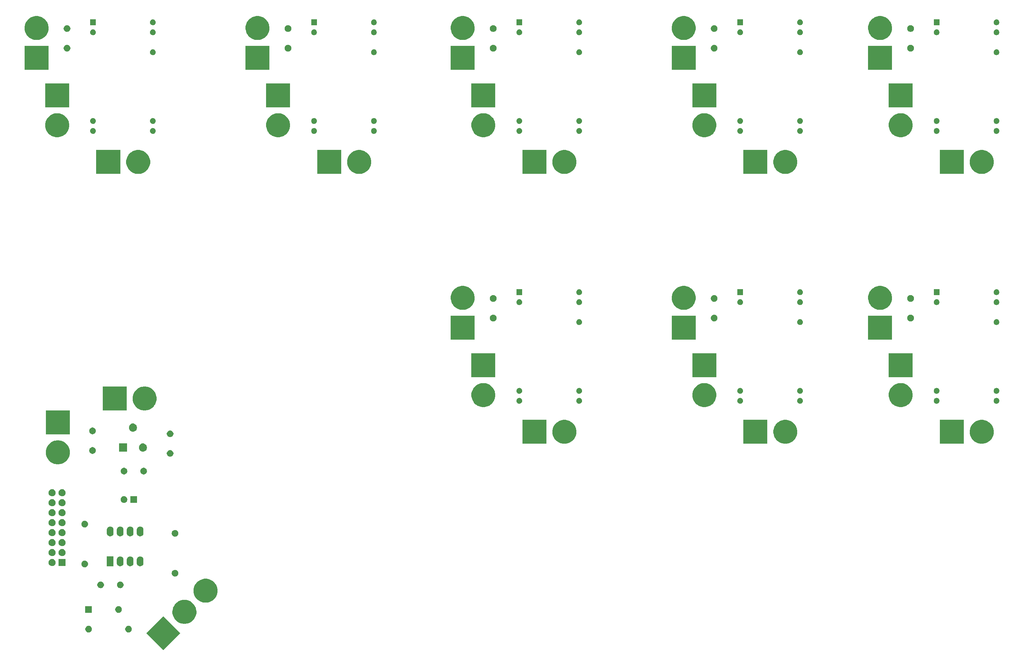
<source format=gbr>
G04 #@! TF.GenerationSoftware,KiCad,Pcbnew,5.1.5-1.fc30*
G04 #@! TF.CreationDate,2021-07-16T22:34:16+03:00*
G04 #@! TF.ProjectId,light,6c696768-742e-46b6-9963-61645f706362,rev?*
G04 #@! TF.SameCoordinates,Original*
G04 #@! TF.FileFunction,Soldermask,Bot*
G04 #@! TF.FilePolarity,Negative*
%FSLAX46Y46*%
G04 Gerber Fmt 4.6, Leading zero omitted, Abs format (unit mm)*
G04 Created by KiCad (PCBNEW 5.1.5-1.fc30) date 2021-07-16 22:34:16*
%MOMM*%
%LPD*%
G04 APERTURE LIST*
%ADD10C,0.100000*%
G04 APERTURE END LIST*
D10*
G36*
X65814398Y-181500000D02*
G01*
X61500000Y-185814398D01*
X57185602Y-181500000D01*
X61500000Y-177185602D01*
X65814398Y-181500000D01*
G37*
G36*
X52908228Y-179681703D02*
G01*
X53063100Y-179745853D01*
X53202481Y-179838985D01*
X53321015Y-179957519D01*
X53414147Y-180096900D01*
X53478297Y-180251772D01*
X53511000Y-180416184D01*
X53511000Y-180583816D01*
X53478297Y-180748228D01*
X53414147Y-180903100D01*
X53321015Y-181042481D01*
X53202481Y-181161015D01*
X53063100Y-181254147D01*
X52908228Y-181318297D01*
X52743816Y-181351000D01*
X52576184Y-181351000D01*
X52411772Y-181318297D01*
X52256900Y-181254147D01*
X52117519Y-181161015D01*
X51998985Y-181042481D01*
X51905853Y-180903100D01*
X51841703Y-180748228D01*
X51809000Y-180583816D01*
X51809000Y-180416184D01*
X51841703Y-180251772D01*
X51905853Y-180096900D01*
X51998985Y-179957519D01*
X52117519Y-179838985D01*
X52256900Y-179745853D01*
X52411772Y-179681703D01*
X52576184Y-179649000D01*
X52743816Y-179649000D01*
X52908228Y-179681703D01*
G37*
G36*
X42748228Y-179681703D02*
G01*
X42903100Y-179745853D01*
X43042481Y-179838985D01*
X43161015Y-179957519D01*
X43254147Y-180096900D01*
X43318297Y-180251772D01*
X43351000Y-180416184D01*
X43351000Y-180583816D01*
X43318297Y-180748228D01*
X43254147Y-180903100D01*
X43161015Y-181042481D01*
X43042481Y-181161015D01*
X42903100Y-181254147D01*
X42748228Y-181318297D01*
X42583816Y-181351000D01*
X42416184Y-181351000D01*
X42251772Y-181318297D01*
X42096900Y-181254147D01*
X41957519Y-181161015D01*
X41838985Y-181042481D01*
X41745853Y-180903100D01*
X41681703Y-180748228D01*
X41649000Y-180583816D01*
X41649000Y-180416184D01*
X41681703Y-180251772D01*
X41745853Y-180096900D01*
X41838985Y-179957519D01*
X41957519Y-179838985D01*
X42096900Y-179745853D01*
X42251772Y-179681703D01*
X42416184Y-179649000D01*
X42583816Y-179649000D01*
X42748228Y-179681703D01*
G37*
G36*
X67350763Y-173093357D02*
G01*
X67778022Y-173178344D01*
X68333221Y-173408315D01*
X68619021Y-173599281D01*
X68832887Y-173742181D01*
X69257819Y-174167113D01*
X69400719Y-174380979D01*
X69591685Y-174666779D01*
X69769848Y-175096903D01*
X69821656Y-175221979D01*
X69926334Y-175748228D01*
X69938894Y-175811374D01*
X69938894Y-176412318D01*
X69821656Y-177001714D01*
X69591685Y-177556913D01*
X69400719Y-177842713D01*
X69257819Y-178056579D01*
X68832887Y-178481511D01*
X68619021Y-178624411D01*
X68333221Y-178815377D01*
X67778022Y-179045348D01*
X67483324Y-179103967D01*
X67188627Y-179162586D01*
X66587681Y-179162586D01*
X66292984Y-179103967D01*
X65998286Y-179045348D01*
X65443087Y-178815377D01*
X65157287Y-178624411D01*
X64943421Y-178481511D01*
X64518489Y-178056579D01*
X64375589Y-177842713D01*
X64184623Y-177556913D01*
X63954652Y-177001714D01*
X63837414Y-176412318D01*
X63837414Y-175811374D01*
X63849975Y-175748228D01*
X63954652Y-175221979D01*
X64006460Y-175096903D01*
X64184623Y-174666779D01*
X64375589Y-174380979D01*
X64518489Y-174167113D01*
X64943421Y-173742181D01*
X65157287Y-173599281D01*
X65443087Y-173408315D01*
X65998286Y-173178344D01*
X66425545Y-173093357D01*
X66587681Y-173061106D01*
X67188627Y-173061106D01*
X67350763Y-173093357D01*
G37*
G36*
X43351000Y-176351000D02*
G01*
X41649000Y-176351000D01*
X41649000Y-174649000D01*
X43351000Y-174649000D01*
X43351000Y-176351000D01*
G37*
G36*
X50368228Y-174681703D02*
G01*
X50523100Y-174745853D01*
X50662481Y-174838985D01*
X50781015Y-174957519D01*
X50874147Y-175096900D01*
X50938297Y-175251772D01*
X50971000Y-175416184D01*
X50971000Y-175583816D01*
X50938297Y-175748228D01*
X50874147Y-175903100D01*
X50781015Y-176042481D01*
X50662481Y-176161015D01*
X50523100Y-176254147D01*
X50368228Y-176318297D01*
X50203816Y-176351000D01*
X50036184Y-176351000D01*
X49871772Y-176318297D01*
X49716900Y-176254147D01*
X49577519Y-176161015D01*
X49458985Y-176042481D01*
X49365853Y-175903100D01*
X49301703Y-175748228D01*
X49269000Y-175583816D01*
X49269000Y-175416184D01*
X49301703Y-175251772D01*
X49365853Y-175096900D01*
X49458985Y-174957519D01*
X49577519Y-174838985D01*
X49716900Y-174745853D01*
X49871772Y-174681703D01*
X50036184Y-174649000D01*
X50203816Y-174649000D01*
X50368228Y-174681703D01*
G37*
G36*
X72871477Y-167731572D02*
G01*
X73166175Y-167790191D01*
X73721374Y-168020162D01*
X74007174Y-168211128D01*
X74221040Y-168354028D01*
X74645972Y-168778960D01*
X74673856Y-168820692D01*
X74979838Y-169278626D01*
X75209809Y-169833825D01*
X75327047Y-170423221D01*
X75327047Y-171024165D01*
X75209809Y-171613561D01*
X74979838Y-172168760D01*
X74788872Y-172454560D01*
X74645972Y-172668426D01*
X74221040Y-173093358D01*
X74007174Y-173236258D01*
X73721374Y-173427224D01*
X73166175Y-173657195D01*
X72871477Y-173715814D01*
X72576780Y-173774433D01*
X71975834Y-173774433D01*
X71681137Y-173715814D01*
X71386439Y-173657195D01*
X70831240Y-173427224D01*
X70545440Y-173236258D01*
X70331574Y-173093358D01*
X69906642Y-172668426D01*
X69763742Y-172454560D01*
X69572776Y-172168760D01*
X69342805Y-171613561D01*
X69225567Y-171024165D01*
X69225567Y-170423221D01*
X69342805Y-169833825D01*
X69572776Y-169278626D01*
X69878758Y-168820692D01*
X69906642Y-168778960D01*
X70331574Y-168354028D01*
X70545440Y-168211128D01*
X70831240Y-168020162D01*
X71386439Y-167790191D01*
X71681137Y-167731572D01*
X71975834Y-167672953D01*
X72576780Y-167672953D01*
X72871477Y-167731572D01*
G37*
G36*
X45804500Y-168405492D02*
G01*
X45959372Y-168469642D01*
X46098753Y-168562774D01*
X46217287Y-168681308D01*
X46310419Y-168820689D01*
X46374569Y-168975561D01*
X46407272Y-169139973D01*
X46407272Y-169307605D01*
X46374569Y-169472017D01*
X46310419Y-169626889D01*
X46217287Y-169766270D01*
X46098753Y-169884804D01*
X45959372Y-169977936D01*
X45804500Y-170042086D01*
X45640088Y-170074789D01*
X45472456Y-170074789D01*
X45308044Y-170042086D01*
X45153172Y-169977936D01*
X45013791Y-169884804D01*
X44895257Y-169766270D01*
X44802125Y-169626889D01*
X44737975Y-169472017D01*
X44705272Y-169307605D01*
X44705272Y-169139973D01*
X44737975Y-168975561D01*
X44802125Y-168820689D01*
X44895257Y-168681308D01*
X45013791Y-168562774D01*
X45153172Y-168469642D01*
X45308044Y-168405492D01*
X45472456Y-168372789D01*
X45640088Y-168372789D01*
X45804500Y-168405492D01*
G37*
G36*
X50804500Y-168405492D02*
G01*
X50959372Y-168469642D01*
X51098753Y-168562774D01*
X51217287Y-168681308D01*
X51310419Y-168820689D01*
X51374569Y-168975561D01*
X51407272Y-169139973D01*
X51407272Y-169307605D01*
X51374569Y-169472017D01*
X51310419Y-169626889D01*
X51217287Y-169766270D01*
X51098753Y-169884804D01*
X50959372Y-169977936D01*
X50804500Y-170042086D01*
X50640088Y-170074789D01*
X50472456Y-170074789D01*
X50308044Y-170042086D01*
X50153172Y-169977936D01*
X50013791Y-169884804D01*
X49895257Y-169766270D01*
X49802125Y-169626889D01*
X49737975Y-169472017D01*
X49705272Y-169307605D01*
X49705272Y-169139973D01*
X49737975Y-168975561D01*
X49802125Y-168820689D01*
X49895257Y-168681308D01*
X50013791Y-168562774D01*
X50153172Y-168469642D01*
X50308044Y-168405492D01*
X50472456Y-168372789D01*
X50640088Y-168372789D01*
X50804500Y-168405492D01*
G37*
G36*
X64748228Y-165431703D02*
G01*
X64903100Y-165495853D01*
X65042481Y-165588985D01*
X65161015Y-165707519D01*
X65254147Y-165846900D01*
X65318297Y-166001772D01*
X65351000Y-166166184D01*
X65351000Y-166333816D01*
X65318297Y-166498228D01*
X65254147Y-166653100D01*
X65161015Y-166792481D01*
X65042481Y-166911015D01*
X64903100Y-167004147D01*
X64748228Y-167068297D01*
X64583816Y-167101000D01*
X64416184Y-167101000D01*
X64251772Y-167068297D01*
X64096900Y-167004147D01*
X63957519Y-166911015D01*
X63838985Y-166792481D01*
X63745853Y-166653100D01*
X63681703Y-166498228D01*
X63649000Y-166333816D01*
X63649000Y-166166184D01*
X63681703Y-166001772D01*
X63745853Y-165846900D01*
X63838985Y-165707519D01*
X63957519Y-165588985D01*
X64096900Y-165495853D01*
X64251772Y-165431703D01*
X64416184Y-165399000D01*
X64583816Y-165399000D01*
X64748228Y-165431703D01*
G37*
G36*
X41748228Y-163091703D02*
G01*
X41903100Y-163155853D01*
X42042481Y-163248985D01*
X42161015Y-163367519D01*
X42254147Y-163506900D01*
X42318297Y-163661772D01*
X42351000Y-163826184D01*
X42351000Y-163993816D01*
X42318297Y-164158228D01*
X42254147Y-164313100D01*
X42161015Y-164452481D01*
X42042481Y-164571015D01*
X41903100Y-164664147D01*
X41748228Y-164728297D01*
X41583816Y-164761000D01*
X41416184Y-164761000D01*
X41251772Y-164728297D01*
X41096900Y-164664147D01*
X40957519Y-164571015D01*
X40838985Y-164452481D01*
X40745853Y-164313100D01*
X40681703Y-164158228D01*
X40649000Y-163993816D01*
X40649000Y-163826184D01*
X40681703Y-163661772D01*
X40745853Y-163506900D01*
X40838985Y-163367519D01*
X40957519Y-163248985D01*
X41096900Y-163155853D01*
X41251772Y-163091703D01*
X41416184Y-163059000D01*
X41583816Y-163059000D01*
X41748228Y-163091703D01*
G37*
G36*
X53246822Y-162011313D02*
G01*
X53407241Y-162059976D01*
X53555077Y-162138995D01*
X53684659Y-162245341D01*
X53791004Y-162374922D01*
X53791005Y-162374924D01*
X53870024Y-162522758D01*
X53918687Y-162683177D01*
X53931000Y-162808196D01*
X53931000Y-163691803D01*
X53918687Y-163816822D01*
X53870024Y-163977242D01*
X53799114Y-164109906D01*
X53791004Y-164125078D01*
X53684659Y-164254659D01*
X53555078Y-164361004D01*
X53555076Y-164361005D01*
X53407242Y-164440024D01*
X53246823Y-164488687D01*
X53080000Y-164505117D01*
X52913178Y-164488687D01*
X52752759Y-164440024D01*
X52604925Y-164361005D01*
X52604923Y-164361004D01*
X52475342Y-164254659D01*
X52368997Y-164125078D01*
X52360887Y-164109906D01*
X52289977Y-163977242D01*
X52241314Y-163816823D01*
X52229000Y-163691803D01*
X52229000Y-162808197D01*
X52241313Y-162683178D01*
X52289976Y-162522759D01*
X52368995Y-162374923D01*
X52475341Y-162245341D01*
X52604922Y-162138996D01*
X52620094Y-162130886D01*
X52752758Y-162059976D01*
X52913177Y-162011313D01*
X53080000Y-161994883D01*
X53246822Y-162011313D01*
G37*
G36*
X50706822Y-162011313D02*
G01*
X50867241Y-162059976D01*
X51015077Y-162138995D01*
X51144659Y-162245341D01*
X51251004Y-162374922D01*
X51251005Y-162374924D01*
X51330024Y-162522758D01*
X51378687Y-162683177D01*
X51391000Y-162808196D01*
X51391000Y-163691803D01*
X51378687Y-163816822D01*
X51330024Y-163977242D01*
X51259114Y-164109906D01*
X51251004Y-164125078D01*
X51144659Y-164254659D01*
X51015078Y-164361004D01*
X51015076Y-164361005D01*
X50867242Y-164440024D01*
X50706823Y-164488687D01*
X50540000Y-164505117D01*
X50373178Y-164488687D01*
X50212759Y-164440024D01*
X50064925Y-164361005D01*
X50064923Y-164361004D01*
X49935342Y-164254659D01*
X49828997Y-164125078D01*
X49820887Y-164109906D01*
X49749977Y-163977242D01*
X49701314Y-163816823D01*
X49689000Y-163691803D01*
X49689000Y-162808197D01*
X49701313Y-162683178D01*
X49749976Y-162522759D01*
X49828995Y-162374923D01*
X49935341Y-162245341D01*
X50064922Y-162138996D01*
X50080094Y-162130886D01*
X50212758Y-162059976D01*
X50373177Y-162011313D01*
X50540000Y-161994883D01*
X50706822Y-162011313D01*
G37*
G36*
X55786822Y-162011313D02*
G01*
X55947241Y-162059976D01*
X56095077Y-162138995D01*
X56224659Y-162245341D01*
X56331004Y-162374922D01*
X56331005Y-162374924D01*
X56410024Y-162522758D01*
X56458687Y-162683177D01*
X56471000Y-162808196D01*
X56471000Y-163691803D01*
X56458687Y-163816822D01*
X56410024Y-163977242D01*
X56339114Y-164109906D01*
X56331004Y-164125078D01*
X56224659Y-164254659D01*
X56095078Y-164361004D01*
X56095076Y-164361005D01*
X55947242Y-164440024D01*
X55786823Y-164488687D01*
X55620000Y-164505117D01*
X55453178Y-164488687D01*
X55292759Y-164440024D01*
X55144925Y-164361005D01*
X55144923Y-164361004D01*
X55015342Y-164254659D01*
X54908997Y-164125078D01*
X54900887Y-164109906D01*
X54829977Y-163977242D01*
X54781314Y-163816823D01*
X54769000Y-163691803D01*
X54769000Y-162808197D01*
X54781313Y-162683178D01*
X54829976Y-162522759D01*
X54908995Y-162374923D01*
X55015341Y-162245341D01*
X55144922Y-162138996D01*
X55160094Y-162130886D01*
X55292758Y-162059976D01*
X55453177Y-162011313D01*
X55620000Y-161994883D01*
X55786822Y-162011313D01*
G37*
G36*
X48851000Y-164501000D02*
G01*
X47149000Y-164501000D01*
X47149000Y-161999000D01*
X48851000Y-161999000D01*
X48851000Y-164501000D01*
G37*
G36*
X36651000Y-164441000D02*
G01*
X34849000Y-164441000D01*
X34849000Y-162639000D01*
X36651000Y-162639000D01*
X36651000Y-164441000D01*
G37*
G36*
X33323512Y-162643927D02*
G01*
X33472812Y-162673624D01*
X33636784Y-162741544D01*
X33784354Y-162840147D01*
X33909853Y-162965646D01*
X34008456Y-163113216D01*
X34076376Y-163277188D01*
X34111000Y-163451259D01*
X34111000Y-163628741D01*
X34076376Y-163802812D01*
X34008456Y-163966784D01*
X33909853Y-164114354D01*
X33784354Y-164239853D01*
X33636784Y-164338456D01*
X33472812Y-164406376D01*
X33323512Y-164436073D01*
X33298742Y-164441000D01*
X33121258Y-164441000D01*
X33096488Y-164436073D01*
X32947188Y-164406376D01*
X32783216Y-164338456D01*
X32635646Y-164239853D01*
X32510147Y-164114354D01*
X32411544Y-163966784D01*
X32343624Y-163802812D01*
X32309000Y-163628741D01*
X32309000Y-163451259D01*
X32343624Y-163277188D01*
X32411544Y-163113216D01*
X32510147Y-162965646D01*
X32635646Y-162840147D01*
X32783216Y-162741544D01*
X32947188Y-162673624D01*
X33096488Y-162643927D01*
X33121258Y-162639000D01*
X33298742Y-162639000D01*
X33323512Y-162643927D01*
G37*
G36*
X33323512Y-160103927D02*
G01*
X33472812Y-160133624D01*
X33636784Y-160201544D01*
X33784354Y-160300147D01*
X33909853Y-160425646D01*
X34008456Y-160573216D01*
X34076376Y-160737188D01*
X34111000Y-160911259D01*
X34111000Y-161088741D01*
X34076376Y-161262812D01*
X34008456Y-161426784D01*
X33909853Y-161574354D01*
X33784354Y-161699853D01*
X33636784Y-161798456D01*
X33472812Y-161866376D01*
X33323512Y-161896073D01*
X33298742Y-161901000D01*
X33121258Y-161901000D01*
X33096488Y-161896073D01*
X32947188Y-161866376D01*
X32783216Y-161798456D01*
X32635646Y-161699853D01*
X32510147Y-161574354D01*
X32411544Y-161426784D01*
X32343624Y-161262812D01*
X32309000Y-161088741D01*
X32309000Y-160911259D01*
X32343624Y-160737188D01*
X32411544Y-160573216D01*
X32510147Y-160425646D01*
X32635646Y-160300147D01*
X32783216Y-160201544D01*
X32947188Y-160133624D01*
X33096488Y-160103927D01*
X33121258Y-160099000D01*
X33298742Y-160099000D01*
X33323512Y-160103927D01*
G37*
G36*
X35863512Y-160103927D02*
G01*
X36012812Y-160133624D01*
X36176784Y-160201544D01*
X36324354Y-160300147D01*
X36449853Y-160425646D01*
X36548456Y-160573216D01*
X36616376Y-160737188D01*
X36651000Y-160911259D01*
X36651000Y-161088741D01*
X36616376Y-161262812D01*
X36548456Y-161426784D01*
X36449853Y-161574354D01*
X36324354Y-161699853D01*
X36176784Y-161798456D01*
X36012812Y-161866376D01*
X35863512Y-161896073D01*
X35838742Y-161901000D01*
X35661258Y-161901000D01*
X35636488Y-161896073D01*
X35487188Y-161866376D01*
X35323216Y-161798456D01*
X35175646Y-161699853D01*
X35050147Y-161574354D01*
X34951544Y-161426784D01*
X34883624Y-161262812D01*
X34849000Y-161088741D01*
X34849000Y-160911259D01*
X34883624Y-160737188D01*
X34951544Y-160573216D01*
X35050147Y-160425646D01*
X35175646Y-160300147D01*
X35323216Y-160201544D01*
X35487188Y-160133624D01*
X35636488Y-160103927D01*
X35661258Y-160099000D01*
X35838742Y-160099000D01*
X35863512Y-160103927D01*
G37*
G36*
X35863512Y-157563927D02*
G01*
X36012812Y-157593624D01*
X36176784Y-157661544D01*
X36324354Y-157760147D01*
X36449853Y-157885646D01*
X36548456Y-158033216D01*
X36616376Y-158197188D01*
X36651000Y-158371259D01*
X36651000Y-158548741D01*
X36616376Y-158722812D01*
X36548456Y-158886784D01*
X36449853Y-159034354D01*
X36324354Y-159159853D01*
X36176784Y-159258456D01*
X36012812Y-159326376D01*
X35863512Y-159356073D01*
X35838742Y-159361000D01*
X35661258Y-159361000D01*
X35636488Y-159356073D01*
X35487188Y-159326376D01*
X35323216Y-159258456D01*
X35175646Y-159159853D01*
X35050147Y-159034354D01*
X34951544Y-158886784D01*
X34883624Y-158722812D01*
X34849000Y-158548741D01*
X34849000Y-158371259D01*
X34883624Y-158197188D01*
X34951544Y-158033216D01*
X35050147Y-157885646D01*
X35175646Y-157760147D01*
X35323216Y-157661544D01*
X35487188Y-157593624D01*
X35636488Y-157563927D01*
X35661258Y-157559000D01*
X35838742Y-157559000D01*
X35863512Y-157563927D01*
G37*
G36*
X33323512Y-157563927D02*
G01*
X33472812Y-157593624D01*
X33636784Y-157661544D01*
X33784354Y-157760147D01*
X33909853Y-157885646D01*
X34008456Y-158033216D01*
X34076376Y-158197188D01*
X34111000Y-158371259D01*
X34111000Y-158548741D01*
X34076376Y-158722812D01*
X34008456Y-158886784D01*
X33909853Y-159034354D01*
X33784354Y-159159853D01*
X33636784Y-159258456D01*
X33472812Y-159326376D01*
X33323512Y-159356073D01*
X33298742Y-159361000D01*
X33121258Y-159361000D01*
X33096488Y-159356073D01*
X32947188Y-159326376D01*
X32783216Y-159258456D01*
X32635646Y-159159853D01*
X32510147Y-159034354D01*
X32411544Y-158886784D01*
X32343624Y-158722812D01*
X32309000Y-158548741D01*
X32309000Y-158371259D01*
X32343624Y-158197188D01*
X32411544Y-158033216D01*
X32510147Y-157885646D01*
X32635646Y-157760147D01*
X32783216Y-157661544D01*
X32947188Y-157593624D01*
X33096488Y-157563927D01*
X33121258Y-157559000D01*
X33298742Y-157559000D01*
X33323512Y-157563927D01*
G37*
G36*
X64748228Y-155271703D02*
G01*
X64903100Y-155335853D01*
X65042481Y-155428985D01*
X65161015Y-155547519D01*
X65254147Y-155686900D01*
X65318297Y-155841772D01*
X65351000Y-156006184D01*
X65351000Y-156173816D01*
X65318297Y-156338228D01*
X65254147Y-156493100D01*
X65161015Y-156632481D01*
X65042481Y-156751015D01*
X64903100Y-156844147D01*
X64748228Y-156908297D01*
X64583816Y-156941000D01*
X64416184Y-156941000D01*
X64251772Y-156908297D01*
X64096900Y-156844147D01*
X63957519Y-156751015D01*
X63838985Y-156632481D01*
X63745853Y-156493100D01*
X63681703Y-156338228D01*
X63649000Y-156173816D01*
X63649000Y-156006184D01*
X63681703Y-155841772D01*
X63745853Y-155686900D01*
X63838985Y-155547519D01*
X63957519Y-155428985D01*
X64096900Y-155335853D01*
X64251772Y-155271703D01*
X64416184Y-155239000D01*
X64583816Y-155239000D01*
X64748228Y-155271703D01*
G37*
G36*
X53246822Y-154391313D02*
G01*
X53407241Y-154439976D01*
X53555077Y-154518995D01*
X53684659Y-154625341D01*
X53791004Y-154754922D01*
X53791005Y-154754924D01*
X53870024Y-154902758D01*
X53918687Y-155063177D01*
X53931000Y-155188196D01*
X53931000Y-156071803D01*
X53918687Y-156196822D01*
X53870024Y-156357242D01*
X53799114Y-156489906D01*
X53791004Y-156505078D01*
X53684659Y-156634659D01*
X53555078Y-156741004D01*
X53555076Y-156741005D01*
X53407242Y-156820024D01*
X53246823Y-156868687D01*
X53080000Y-156885117D01*
X52913178Y-156868687D01*
X52752759Y-156820024D01*
X52604925Y-156741005D01*
X52604923Y-156741004D01*
X52475342Y-156634659D01*
X52368997Y-156505078D01*
X52360887Y-156489906D01*
X52289977Y-156357242D01*
X52241314Y-156196823D01*
X52229000Y-156071803D01*
X52229000Y-155188197D01*
X52241313Y-155063178D01*
X52289976Y-154902759D01*
X52368995Y-154754923D01*
X52475341Y-154625341D01*
X52604922Y-154518996D01*
X52632703Y-154504147D01*
X52752758Y-154439976D01*
X52913177Y-154391313D01*
X53080000Y-154374883D01*
X53246822Y-154391313D01*
G37*
G36*
X55786822Y-154391313D02*
G01*
X55947241Y-154439976D01*
X56095077Y-154518995D01*
X56224659Y-154625341D01*
X56331004Y-154754922D01*
X56331005Y-154754924D01*
X56410024Y-154902758D01*
X56458687Y-155063177D01*
X56471000Y-155188196D01*
X56471000Y-156071803D01*
X56458687Y-156196822D01*
X56410024Y-156357242D01*
X56339114Y-156489906D01*
X56331004Y-156505078D01*
X56224659Y-156634659D01*
X56095078Y-156741004D01*
X56095076Y-156741005D01*
X55947242Y-156820024D01*
X55786823Y-156868687D01*
X55620000Y-156885117D01*
X55453178Y-156868687D01*
X55292759Y-156820024D01*
X55144925Y-156741005D01*
X55144923Y-156741004D01*
X55015342Y-156634659D01*
X54908997Y-156505078D01*
X54900887Y-156489906D01*
X54829977Y-156357242D01*
X54781314Y-156196823D01*
X54769000Y-156071803D01*
X54769000Y-155188197D01*
X54781313Y-155063178D01*
X54829976Y-154902759D01*
X54908995Y-154754923D01*
X55015341Y-154625341D01*
X55144922Y-154518996D01*
X55172703Y-154504147D01*
X55292758Y-154439976D01*
X55453177Y-154391313D01*
X55620000Y-154374883D01*
X55786822Y-154391313D01*
G37*
G36*
X50706822Y-154391313D02*
G01*
X50867241Y-154439976D01*
X51015077Y-154518995D01*
X51144659Y-154625341D01*
X51251004Y-154754922D01*
X51251005Y-154754924D01*
X51330024Y-154902758D01*
X51378687Y-155063177D01*
X51391000Y-155188196D01*
X51391000Y-156071803D01*
X51378687Y-156196822D01*
X51330024Y-156357242D01*
X51259114Y-156489906D01*
X51251004Y-156505078D01*
X51144659Y-156634659D01*
X51015078Y-156741004D01*
X51015076Y-156741005D01*
X50867242Y-156820024D01*
X50706823Y-156868687D01*
X50540000Y-156885117D01*
X50373178Y-156868687D01*
X50212759Y-156820024D01*
X50064925Y-156741005D01*
X50064923Y-156741004D01*
X49935342Y-156634659D01*
X49828997Y-156505078D01*
X49820887Y-156489906D01*
X49749977Y-156357242D01*
X49701314Y-156196823D01*
X49689000Y-156071803D01*
X49689000Y-155188197D01*
X49701313Y-155063178D01*
X49749976Y-154902759D01*
X49828995Y-154754923D01*
X49935341Y-154625341D01*
X50064922Y-154518996D01*
X50092703Y-154504147D01*
X50212758Y-154439976D01*
X50373177Y-154391313D01*
X50540000Y-154374883D01*
X50706822Y-154391313D01*
G37*
G36*
X48166822Y-154391313D02*
G01*
X48327241Y-154439976D01*
X48475077Y-154518995D01*
X48604659Y-154625341D01*
X48711004Y-154754922D01*
X48711005Y-154754924D01*
X48790024Y-154902758D01*
X48838687Y-155063177D01*
X48851000Y-155188196D01*
X48851000Y-156071803D01*
X48838687Y-156196822D01*
X48790024Y-156357242D01*
X48719114Y-156489906D01*
X48711004Y-156505078D01*
X48604659Y-156634659D01*
X48475078Y-156741004D01*
X48475076Y-156741005D01*
X48327242Y-156820024D01*
X48166823Y-156868687D01*
X48000000Y-156885117D01*
X47833178Y-156868687D01*
X47672759Y-156820024D01*
X47524925Y-156741005D01*
X47524923Y-156741004D01*
X47395342Y-156634659D01*
X47288997Y-156505078D01*
X47280887Y-156489906D01*
X47209977Y-156357242D01*
X47161314Y-156196823D01*
X47149000Y-156071803D01*
X47149000Y-155188197D01*
X47161313Y-155063178D01*
X47209976Y-154902759D01*
X47288995Y-154754923D01*
X47395341Y-154625341D01*
X47524922Y-154518996D01*
X47552703Y-154504147D01*
X47672758Y-154439976D01*
X47833177Y-154391313D01*
X48000000Y-154374883D01*
X48166822Y-154391313D01*
G37*
G36*
X35863512Y-155023927D02*
G01*
X36012812Y-155053624D01*
X36176784Y-155121544D01*
X36324354Y-155220147D01*
X36449853Y-155345646D01*
X36548456Y-155493216D01*
X36616376Y-155657188D01*
X36651000Y-155831259D01*
X36651000Y-156008741D01*
X36616376Y-156182812D01*
X36548456Y-156346784D01*
X36449853Y-156494354D01*
X36324354Y-156619853D01*
X36176784Y-156718456D01*
X36012812Y-156786376D01*
X35863512Y-156816073D01*
X35838742Y-156821000D01*
X35661258Y-156821000D01*
X35636488Y-156816073D01*
X35487188Y-156786376D01*
X35323216Y-156718456D01*
X35175646Y-156619853D01*
X35050147Y-156494354D01*
X34951544Y-156346784D01*
X34883624Y-156182812D01*
X34849000Y-156008741D01*
X34849000Y-155831259D01*
X34883624Y-155657188D01*
X34951544Y-155493216D01*
X35050147Y-155345646D01*
X35175646Y-155220147D01*
X35323216Y-155121544D01*
X35487188Y-155053624D01*
X35636488Y-155023927D01*
X35661258Y-155019000D01*
X35838742Y-155019000D01*
X35863512Y-155023927D01*
G37*
G36*
X33323512Y-155023927D02*
G01*
X33472812Y-155053624D01*
X33636784Y-155121544D01*
X33784354Y-155220147D01*
X33909853Y-155345646D01*
X34008456Y-155493216D01*
X34076376Y-155657188D01*
X34111000Y-155831259D01*
X34111000Y-156008741D01*
X34076376Y-156182812D01*
X34008456Y-156346784D01*
X33909853Y-156494354D01*
X33784354Y-156619853D01*
X33636784Y-156718456D01*
X33472812Y-156786376D01*
X33323512Y-156816073D01*
X33298742Y-156821000D01*
X33121258Y-156821000D01*
X33096488Y-156816073D01*
X32947188Y-156786376D01*
X32783216Y-156718456D01*
X32635646Y-156619853D01*
X32510147Y-156494354D01*
X32411544Y-156346784D01*
X32343624Y-156182812D01*
X32309000Y-156008741D01*
X32309000Y-155831259D01*
X32343624Y-155657188D01*
X32411544Y-155493216D01*
X32510147Y-155345646D01*
X32635646Y-155220147D01*
X32783216Y-155121544D01*
X32947188Y-155053624D01*
X33096488Y-155023927D01*
X33121258Y-155019000D01*
X33298742Y-155019000D01*
X33323512Y-155023927D01*
G37*
G36*
X41748228Y-152931703D02*
G01*
X41903100Y-152995853D01*
X42042481Y-153088985D01*
X42161015Y-153207519D01*
X42254147Y-153346900D01*
X42318297Y-153501772D01*
X42351000Y-153666184D01*
X42351000Y-153833816D01*
X42318297Y-153998228D01*
X42254147Y-154153100D01*
X42161015Y-154292481D01*
X42042481Y-154411015D01*
X41903100Y-154504147D01*
X41748228Y-154568297D01*
X41583816Y-154601000D01*
X41416184Y-154601000D01*
X41251772Y-154568297D01*
X41096900Y-154504147D01*
X40957519Y-154411015D01*
X40838985Y-154292481D01*
X40745853Y-154153100D01*
X40681703Y-153998228D01*
X40649000Y-153833816D01*
X40649000Y-153666184D01*
X40681703Y-153501772D01*
X40745853Y-153346900D01*
X40838985Y-153207519D01*
X40957519Y-153088985D01*
X41096900Y-152995853D01*
X41251772Y-152931703D01*
X41416184Y-152899000D01*
X41583816Y-152899000D01*
X41748228Y-152931703D01*
G37*
G36*
X33323512Y-152483927D02*
G01*
X33472812Y-152513624D01*
X33636784Y-152581544D01*
X33784354Y-152680147D01*
X33909853Y-152805646D01*
X34008456Y-152953216D01*
X34076376Y-153117188D01*
X34111000Y-153291259D01*
X34111000Y-153468741D01*
X34076376Y-153642812D01*
X34008456Y-153806784D01*
X33909853Y-153954354D01*
X33784354Y-154079853D01*
X33636784Y-154178456D01*
X33472812Y-154246376D01*
X33323512Y-154276073D01*
X33298742Y-154281000D01*
X33121258Y-154281000D01*
X33096488Y-154276073D01*
X32947188Y-154246376D01*
X32783216Y-154178456D01*
X32635646Y-154079853D01*
X32510147Y-153954354D01*
X32411544Y-153806784D01*
X32343624Y-153642812D01*
X32309000Y-153468741D01*
X32309000Y-153291259D01*
X32343624Y-153117188D01*
X32411544Y-152953216D01*
X32510147Y-152805646D01*
X32635646Y-152680147D01*
X32783216Y-152581544D01*
X32947188Y-152513624D01*
X33096488Y-152483927D01*
X33121258Y-152479000D01*
X33298742Y-152479000D01*
X33323512Y-152483927D01*
G37*
G36*
X35863512Y-152483927D02*
G01*
X36012812Y-152513624D01*
X36176784Y-152581544D01*
X36324354Y-152680147D01*
X36449853Y-152805646D01*
X36548456Y-152953216D01*
X36616376Y-153117188D01*
X36651000Y-153291259D01*
X36651000Y-153468741D01*
X36616376Y-153642812D01*
X36548456Y-153806784D01*
X36449853Y-153954354D01*
X36324354Y-154079853D01*
X36176784Y-154178456D01*
X36012812Y-154246376D01*
X35863512Y-154276073D01*
X35838742Y-154281000D01*
X35661258Y-154281000D01*
X35636488Y-154276073D01*
X35487188Y-154246376D01*
X35323216Y-154178456D01*
X35175646Y-154079853D01*
X35050147Y-153954354D01*
X34951544Y-153806784D01*
X34883624Y-153642812D01*
X34849000Y-153468741D01*
X34849000Y-153291259D01*
X34883624Y-153117188D01*
X34951544Y-152953216D01*
X35050147Y-152805646D01*
X35175646Y-152680147D01*
X35323216Y-152581544D01*
X35487188Y-152513624D01*
X35636488Y-152483927D01*
X35661258Y-152479000D01*
X35838742Y-152479000D01*
X35863512Y-152483927D01*
G37*
G36*
X35863512Y-149943927D02*
G01*
X36012812Y-149973624D01*
X36176784Y-150041544D01*
X36324354Y-150140147D01*
X36449853Y-150265646D01*
X36548456Y-150413216D01*
X36616376Y-150577188D01*
X36651000Y-150751259D01*
X36651000Y-150928741D01*
X36616376Y-151102812D01*
X36548456Y-151266784D01*
X36449853Y-151414354D01*
X36324354Y-151539853D01*
X36176784Y-151638456D01*
X36012812Y-151706376D01*
X35863512Y-151736073D01*
X35838742Y-151741000D01*
X35661258Y-151741000D01*
X35636488Y-151736073D01*
X35487188Y-151706376D01*
X35323216Y-151638456D01*
X35175646Y-151539853D01*
X35050147Y-151414354D01*
X34951544Y-151266784D01*
X34883624Y-151102812D01*
X34849000Y-150928741D01*
X34849000Y-150751259D01*
X34883624Y-150577188D01*
X34951544Y-150413216D01*
X35050147Y-150265646D01*
X35175646Y-150140147D01*
X35323216Y-150041544D01*
X35487188Y-149973624D01*
X35636488Y-149943927D01*
X35661258Y-149939000D01*
X35838742Y-149939000D01*
X35863512Y-149943927D01*
G37*
G36*
X33323512Y-149943927D02*
G01*
X33472812Y-149973624D01*
X33636784Y-150041544D01*
X33784354Y-150140147D01*
X33909853Y-150265646D01*
X34008456Y-150413216D01*
X34076376Y-150577188D01*
X34111000Y-150751259D01*
X34111000Y-150928741D01*
X34076376Y-151102812D01*
X34008456Y-151266784D01*
X33909853Y-151414354D01*
X33784354Y-151539853D01*
X33636784Y-151638456D01*
X33472812Y-151706376D01*
X33323512Y-151736073D01*
X33298742Y-151741000D01*
X33121258Y-151741000D01*
X33096488Y-151736073D01*
X32947188Y-151706376D01*
X32783216Y-151638456D01*
X32635646Y-151539853D01*
X32510147Y-151414354D01*
X32411544Y-151266784D01*
X32343624Y-151102812D01*
X32309000Y-150928741D01*
X32309000Y-150751259D01*
X32343624Y-150577188D01*
X32411544Y-150413216D01*
X32510147Y-150265646D01*
X32635646Y-150140147D01*
X32783216Y-150041544D01*
X32947188Y-149973624D01*
X33096488Y-149943927D01*
X33121258Y-149939000D01*
X33298742Y-149939000D01*
X33323512Y-149943927D01*
G37*
G36*
X33323512Y-147403927D02*
G01*
X33472812Y-147433624D01*
X33636784Y-147501544D01*
X33784354Y-147600147D01*
X33909853Y-147725646D01*
X34008456Y-147873216D01*
X34076376Y-148037188D01*
X34111000Y-148211259D01*
X34111000Y-148388741D01*
X34076376Y-148562812D01*
X34008456Y-148726784D01*
X33909853Y-148874354D01*
X33784354Y-148999853D01*
X33636784Y-149098456D01*
X33472812Y-149166376D01*
X33323512Y-149196073D01*
X33298742Y-149201000D01*
X33121258Y-149201000D01*
X33096488Y-149196073D01*
X32947188Y-149166376D01*
X32783216Y-149098456D01*
X32635646Y-148999853D01*
X32510147Y-148874354D01*
X32411544Y-148726784D01*
X32343624Y-148562812D01*
X32309000Y-148388741D01*
X32309000Y-148211259D01*
X32343624Y-148037188D01*
X32411544Y-147873216D01*
X32510147Y-147725646D01*
X32635646Y-147600147D01*
X32783216Y-147501544D01*
X32947188Y-147433624D01*
X33096488Y-147403927D01*
X33121258Y-147399000D01*
X33298742Y-147399000D01*
X33323512Y-147403927D01*
G37*
G36*
X35863512Y-147403927D02*
G01*
X36012812Y-147433624D01*
X36176784Y-147501544D01*
X36324354Y-147600147D01*
X36449853Y-147725646D01*
X36548456Y-147873216D01*
X36616376Y-148037188D01*
X36651000Y-148211259D01*
X36651000Y-148388741D01*
X36616376Y-148562812D01*
X36548456Y-148726784D01*
X36449853Y-148874354D01*
X36324354Y-148999853D01*
X36176784Y-149098456D01*
X36012812Y-149166376D01*
X35863512Y-149196073D01*
X35838742Y-149201000D01*
X35661258Y-149201000D01*
X35636488Y-149196073D01*
X35487188Y-149166376D01*
X35323216Y-149098456D01*
X35175646Y-148999853D01*
X35050147Y-148874354D01*
X34951544Y-148726784D01*
X34883624Y-148562812D01*
X34849000Y-148388741D01*
X34849000Y-148211259D01*
X34883624Y-148037188D01*
X34951544Y-147873216D01*
X35050147Y-147725646D01*
X35175646Y-147600147D01*
X35323216Y-147501544D01*
X35487188Y-147433624D01*
X35636488Y-147403927D01*
X35661258Y-147399000D01*
X35838742Y-147399000D01*
X35863512Y-147403927D01*
G37*
G36*
X54851000Y-148351000D02*
G01*
X53149000Y-148351000D01*
X53149000Y-146649000D01*
X54851000Y-146649000D01*
X54851000Y-148351000D01*
G37*
G36*
X51748228Y-146681703D02*
G01*
X51903100Y-146745853D01*
X52042481Y-146838985D01*
X52161015Y-146957519D01*
X52254147Y-147096900D01*
X52318297Y-147251772D01*
X52351000Y-147416184D01*
X52351000Y-147583816D01*
X52318297Y-147748228D01*
X52254147Y-147903100D01*
X52161015Y-148042481D01*
X52042481Y-148161015D01*
X51903100Y-148254147D01*
X51748228Y-148318297D01*
X51583816Y-148351000D01*
X51416184Y-148351000D01*
X51251772Y-148318297D01*
X51096900Y-148254147D01*
X50957519Y-148161015D01*
X50838985Y-148042481D01*
X50745853Y-147903100D01*
X50681703Y-147748228D01*
X50649000Y-147583816D01*
X50649000Y-147416184D01*
X50681703Y-147251772D01*
X50745853Y-147096900D01*
X50838985Y-146957519D01*
X50957519Y-146838985D01*
X51096900Y-146745853D01*
X51251772Y-146681703D01*
X51416184Y-146649000D01*
X51583816Y-146649000D01*
X51748228Y-146681703D01*
G37*
G36*
X33323512Y-144863927D02*
G01*
X33472812Y-144893624D01*
X33636784Y-144961544D01*
X33784354Y-145060147D01*
X33909853Y-145185646D01*
X34008456Y-145333216D01*
X34076376Y-145497188D01*
X34111000Y-145671259D01*
X34111000Y-145848741D01*
X34076376Y-146022812D01*
X34008456Y-146186784D01*
X33909853Y-146334354D01*
X33784354Y-146459853D01*
X33636784Y-146558456D01*
X33472812Y-146626376D01*
X33323512Y-146656073D01*
X33298742Y-146661000D01*
X33121258Y-146661000D01*
X33096488Y-146656073D01*
X32947188Y-146626376D01*
X32783216Y-146558456D01*
X32635646Y-146459853D01*
X32510147Y-146334354D01*
X32411544Y-146186784D01*
X32343624Y-146022812D01*
X32309000Y-145848741D01*
X32309000Y-145671259D01*
X32343624Y-145497188D01*
X32411544Y-145333216D01*
X32510147Y-145185646D01*
X32635646Y-145060147D01*
X32783216Y-144961544D01*
X32947188Y-144893624D01*
X33096488Y-144863927D01*
X33121258Y-144859000D01*
X33298742Y-144859000D01*
X33323512Y-144863927D01*
G37*
G36*
X35863512Y-144863927D02*
G01*
X36012812Y-144893624D01*
X36176784Y-144961544D01*
X36324354Y-145060147D01*
X36449853Y-145185646D01*
X36548456Y-145333216D01*
X36616376Y-145497188D01*
X36651000Y-145671259D01*
X36651000Y-145848741D01*
X36616376Y-146022812D01*
X36548456Y-146186784D01*
X36449853Y-146334354D01*
X36324354Y-146459853D01*
X36176784Y-146558456D01*
X36012812Y-146626376D01*
X35863512Y-146656073D01*
X35838742Y-146661000D01*
X35661258Y-146661000D01*
X35636488Y-146656073D01*
X35487188Y-146626376D01*
X35323216Y-146558456D01*
X35175646Y-146459853D01*
X35050147Y-146334354D01*
X34951544Y-146186784D01*
X34883624Y-146022812D01*
X34849000Y-145848741D01*
X34849000Y-145671259D01*
X34883624Y-145497188D01*
X34951544Y-145333216D01*
X35050147Y-145185646D01*
X35175646Y-145060147D01*
X35323216Y-144961544D01*
X35487188Y-144893624D01*
X35636488Y-144863927D01*
X35661258Y-144859000D01*
X35838742Y-144859000D01*
X35863512Y-144863927D01*
G37*
G36*
X56748228Y-139431703D02*
G01*
X56903100Y-139495853D01*
X57042481Y-139588985D01*
X57161015Y-139707519D01*
X57254147Y-139846900D01*
X57318297Y-140001772D01*
X57351000Y-140166184D01*
X57351000Y-140333816D01*
X57318297Y-140498228D01*
X57254147Y-140653100D01*
X57161015Y-140792481D01*
X57042481Y-140911015D01*
X56903100Y-141004147D01*
X56748228Y-141068297D01*
X56583816Y-141101000D01*
X56416184Y-141101000D01*
X56251772Y-141068297D01*
X56096900Y-141004147D01*
X55957519Y-140911015D01*
X55838985Y-140792481D01*
X55745853Y-140653100D01*
X55681703Y-140498228D01*
X55649000Y-140333816D01*
X55649000Y-140166184D01*
X55681703Y-140001772D01*
X55745853Y-139846900D01*
X55838985Y-139707519D01*
X55957519Y-139588985D01*
X56096900Y-139495853D01*
X56251772Y-139431703D01*
X56416184Y-139399000D01*
X56583816Y-139399000D01*
X56748228Y-139431703D01*
G37*
G36*
X51748228Y-139431703D02*
G01*
X51903100Y-139495853D01*
X52042481Y-139588985D01*
X52161015Y-139707519D01*
X52254147Y-139846900D01*
X52318297Y-140001772D01*
X52351000Y-140166184D01*
X52351000Y-140333816D01*
X52318297Y-140498228D01*
X52254147Y-140653100D01*
X52161015Y-140792481D01*
X52042481Y-140911015D01*
X51903100Y-141004147D01*
X51748228Y-141068297D01*
X51583816Y-141101000D01*
X51416184Y-141101000D01*
X51251772Y-141068297D01*
X51096900Y-141004147D01*
X50957519Y-140911015D01*
X50838985Y-140792481D01*
X50745853Y-140653100D01*
X50681703Y-140498228D01*
X50649000Y-140333816D01*
X50649000Y-140166184D01*
X50681703Y-140001772D01*
X50745853Y-139846900D01*
X50838985Y-139707519D01*
X50957519Y-139588985D01*
X51096900Y-139495853D01*
X51251772Y-139431703D01*
X51416184Y-139399000D01*
X51583816Y-139399000D01*
X51748228Y-139431703D01*
G37*
G36*
X35263783Y-132474288D02*
G01*
X35558481Y-132532907D01*
X36113680Y-132762878D01*
X36399012Y-132953531D01*
X36613346Y-133096744D01*
X37038278Y-133521676D01*
X37181178Y-133735542D01*
X37372144Y-134021342D01*
X37602115Y-134576541D01*
X37719353Y-135165937D01*
X37719353Y-135766881D01*
X37602115Y-136356277D01*
X37372144Y-136911476D01*
X37181178Y-137197276D01*
X37038278Y-137411142D01*
X36613346Y-137836074D01*
X36399480Y-137978974D01*
X36113680Y-138169940D01*
X35558481Y-138399911D01*
X35263783Y-138458530D01*
X34969086Y-138517149D01*
X34368140Y-138517149D01*
X34073443Y-138458530D01*
X33778745Y-138399911D01*
X33223546Y-138169940D01*
X32937746Y-137978974D01*
X32723880Y-137836074D01*
X32298948Y-137411142D01*
X32156048Y-137197276D01*
X31965082Y-136911476D01*
X31735111Y-136356277D01*
X31617873Y-135766881D01*
X31617873Y-135165937D01*
X31735111Y-134576541D01*
X31965082Y-134021342D01*
X32156048Y-133735542D01*
X32298948Y-133521676D01*
X32723880Y-133096744D01*
X32938214Y-132953531D01*
X33223546Y-132762878D01*
X33778745Y-132532907D01*
X34073443Y-132474288D01*
X34368140Y-132415669D01*
X34969086Y-132415669D01*
X35263783Y-132474288D01*
G37*
G36*
X63498228Y-134931703D02*
G01*
X63653100Y-134995853D01*
X63792481Y-135088985D01*
X63911015Y-135207519D01*
X64004147Y-135346900D01*
X64068297Y-135501772D01*
X64101000Y-135666184D01*
X64101000Y-135833816D01*
X64068297Y-135998228D01*
X64004147Y-136153100D01*
X63911015Y-136292481D01*
X63792481Y-136411015D01*
X63653100Y-136504147D01*
X63498228Y-136568297D01*
X63333816Y-136601000D01*
X63166184Y-136601000D01*
X63001772Y-136568297D01*
X62846900Y-136504147D01*
X62707519Y-136411015D01*
X62588985Y-136292481D01*
X62495853Y-136153100D01*
X62431703Y-135998228D01*
X62399000Y-135833816D01*
X62399000Y-135666184D01*
X62431703Y-135501772D01*
X62495853Y-135346900D01*
X62588985Y-135207519D01*
X62707519Y-135088985D01*
X62846900Y-134995853D01*
X63001772Y-134931703D01*
X63166184Y-134899000D01*
X63333816Y-134899000D01*
X63498228Y-134931703D01*
G37*
G36*
X43748228Y-134181703D02*
G01*
X43903100Y-134245853D01*
X44042481Y-134338985D01*
X44161015Y-134457519D01*
X44254147Y-134596900D01*
X44318297Y-134751772D01*
X44351000Y-134916184D01*
X44351000Y-135083816D01*
X44318297Y-135248228D01*
X44254147Y-135403100D01*
X44161015Y-135542481D01*
X44042481Y-135661015D01*
X43903100Y-135754147D01*
X43748228Y-135818297D01*
X43583816Y-135851000D01*
X43416184Y-135851000D01*
X43251772Y-135818297D01*
X43096900Y-135754147D01*
X42957519Y-135661015D01*
X42838985Y-135542481D01*
X42745853Y-135403100D01*
X42681703Y-135248228D01*
X42649000Y-135083816D01*
X42649000Y-134916184D01*
X42681703Y-134751772D01*
X42745853Y-134596900D01*
X42838985Y-134457519D01*
X42957519Y-134338985D01*
X43096900Y-134245853D01*
X43251772Y-134181703D01*
X43416184Y-134149000D01*
X43583816Y-134149000D01*
X43748228Y-134181703D01*
G37*
G36*
X56526719Y-133213520D02*
G01*
X56715880Y-133270901D01*
X56715883Y-133270902D01*
X56808333Y-133320318D01*
X56890212Y-133364083D01*
X57043015Y-133489485D01*
X57168417Y-133642288D01*
X57261599Y-133816619D01*
X57318980Y-134005780D01*
X57333500Y-134153206D01*
X57333500Y-134346793D01*
X57318980Y-134494219D01*
X57287832Y-134596900D01*
X57261598Y-134683383D01*
X57225043Y-134751772D01*
X57168417Y-134857712D01*
X57043015Y-135010515D01*
X56890212Y-135135917D01*
X56715881Y-135229099D01*
X56526720Y-135286480D01*
X56330000Y-135305855D01*
X56133281Y-135286480D01*
X55944120Y-135229099D01*
X55769788Y-135135917D01*
X55616985Y-135010515D01*
X55491583Y-134857712D01*
X55398401Y-134683381D01*
X55341020Y-134494220D01*
X55326500Y-134346794D01*
X55326500Y-134153207D01*
X55341020Y-134005781D01*
X55398401Y-133816620D01*
X55398402Y-133816617D01*
X55447818Y-133724167D01*
X55491583Y-133642288D01*
X55616985Y-133489485D01*
X55769788Y-133364083D01*
X55944119Y-133270901D01*
X56133280Y-133213520D01*
X56330000Y-133194145D01*
X56526719Y-133213520D01*
G37*
G36*
X52253500Y-135301000D02*
G01*
X50246500Y-135301000D01*
X50246500Y-133199000D01*
X52253500Y-133199000D01*
X52253500Y-135301000D01*
G37*
G36*
X215300740Y-133300740D02*
G01*
X209199260Y-133300740D01*
X209199260Y-127199260D01*
X215300740Y-127199260D01*
X215300740Y-133300740D01*
G37*
G36*
X265300740Y-133300740D02*
G01*
X259199260Y-133300740D01*
X259199260Y-127199260D01*
X265300740Y-127199260D01*
X265300740Y-133300740D01*
G37*
G36*
X270465170Y-127257879D02*
G01*
X270759868Y-127316498D01*
X271315067Y-127546469D01*
X271600867Y-127737435D01*
X271814733Y-127880335D01*
X272239665Y-128305267D01*
X272382565Y-128519133D01*
X272573531Y-128804933D01*
X272803502Y-129360132D01*
X272814261Y-129414220D01*
X272920740Y-129949527D01*
X272920740Y-130550473D01*
X272897723Y-130666185D01*
X272803502Y-131139868D01*
X272573531Y-131695067D01*
X272382565Y-131980867D01*
X272239665Y-132194733D01*
X271814733Y-132619665D01*
X271600867Y-132762565D01*
X271315067Y-132953531D01*
X270759868Y-133183502D01*
X270608957Y-133213520D01*
X270170473Y-133300740D01*
X269569527Y-133300740D01*
X269131043Y-133213520D01*
X268980132Y-133183502D01*
X268424933Y-132953531D01*
X268139133Y-132762565D01*
X267925267Y-132619665D01*
X267500335Y-132194733D01*
X267357435Y-131980867D01*
X267166469Y-131695067D01*
X266936498Y-131139868D01*
X266842277Y-130666185D01*
X266819260Y-130550473D01*
X266819260Y-129949527D01*
X266925739Y-129414220D01*
X266936498Y-129360132D01*
X267166469Y-128804933D01*
X267357435Y-128519133D01*
X267500335Y-128305267D01*
X267925267Y-127880335D01*
X268139133Y-127737435D01*
X268424933Y-127546469D01*
X268980132Y-127316498D01*
X269274830Y-127257879D01*
X269569527Y-127199260D01*
X270170473Y-127199260D01*
X270465170Y-127257879D01*
G37*
G36*
X220465170Y-127257879D02*
G01*
X220759868Y-127316498D01*
X221315067Y-127546469D01*
X221600867Y-127737435D01*
X221814733Y-127880335D01*
X222239665Y-128305267D01*
X222382565Y-128519133D01*
X222573531Y-128804933D01*
X222803502Y-129360132D01*
X222814261Y-129414220D01*
X222920740Y-129949527D01*
X222920740Y-130550473D01*
X222897723Y-130666185D01*
X222803502Y-131139868D01*
X222573531Y-131695067D01*
X222382565Y-131980867D01*
X222239665Y-132194733D01*
X221814733Y-132619665D01*
X221600867Y-132762565D01*
X221315067Y-132953531D01*
X220759868Y-133183502D01*
X220608957Y-133213520D01*
X220170473Y-133300740D01*
X219569527Y-133300740D01*
X219131043Y-133213520D01*
X218980132Y-133183502D01*
X218424933Y-132953531D01*
X218139133Y-132762565D01*
X217925267Y-132619665D01*
X217500335Y-132194733D01*
X217357435Y-131980867D01*
X217166469Y-131695067D01*
X216936498Y-131139868D01*
X216842277Y-130666185D01*
X216819260Y-130550473D01*
X216819260Y-129949527D01*
X216925739Y-129414220D01*
X216936498Y-129360132D01*
X217166469Y-128804933D01*
X217357435Y-128519133D01*
X217500335Y-128305267D01*
X217925267Y-127880335D01*
X218139133Y-127737435D01*
X218424933Y-127546469D01*
X218980132Y-127316498D01*
X219274830Y-127257879D01*
X219569527Y-127199260D01*
X220170473Y-127199260D01*
X220465170Y-127257879D01*
G37*
G36*
X159050740Y-133300740D02*
G01*
X152949260Y-133300740D01*
X152949260Y-127199260D01*
X159050740Y-127199260D01*
X159050740Y-133300740D01*
G37*
G36*
X164215170Y-127257879D02*
G01*
X164509868Y-127316498D01*
X165065067Y-127546469D01*
X165350867Y-127737435D01*
X165564733Y-127880335D01*
X165989665Y-128305267D01*
X166132565Y-128519133D01*
X166323531Y-128804933D01*
X166553502Y-129360132D01*
X166564261Y-129414220D01*
X166670740Y-129949527D01*
X166670740Y-130550473D01*
X166647723Y-130666185D01*
X166553502Y-131139868D01*
X166323531Y-131695067D01*
X166132565Y-131980867D01*
X165989665Y-132194733D01*
X165564733Y-132619665D01*
X165350867Y-132762565D01*
X165065067Y-132953531D01*
X164509868Y-133183502D01*
X164358957Y-133213520D01*
X163920473Y-133300740D01*
X163319527Y-133300740D01*
X162881043Y-133213520D01*
X162730132Y-133183502D01*
X162174933Y-132953531D01*
X161889133Y-132762565D01*
X161675267Y-132619665D01*
X161250335Y-132194733D01*
X161107435Y-131980867D01*
X160916469Y-131695067D01*
X160686498Y-131139868D01*
X160592277Y-130666185D01*
X160569260Y-130550473D01*
X160569260Y-129949527D01*
X160675739Y-129414220D01*
X160686498Y-129360132D01*
X160916469Y-128804933D01*
X161107435Y-128519133D01*
X161250335Y-128305267D01*
X161675267Y-127880335D01*
X161889133Y-127737435D01*
X162174933Y-127546469D01*
X162730132Y-127316498D01*
X163024830Y-127257879D01*
X163319527Y-127199260D01*
X163920473Y-127199260D01*
X164215170Y-127257879D01*
G37*
G36*
X63498228Y-129931703D02*
G01*
X63653100Y-129995853D01*
X63792481Y-130088985D01*
X63911015Y-130207519D01*
X64004147Y-130346900D01*
X64068297Y-130501772D01*
X64101000Y-130666184D01*
X64101000Y-130833816D01*
X64068297Y-130998228D01*
X64004147Y-131153100D01*
X63911015Y-131292481D01*
X63792481Y-131411015D01*
X63653100Y-131504147D01*
X63498228Y-131568297D01*
X63333816Y-131601000D01*
X63166184Y-131601000D01*
X63001772Y-131568297D01*
X62846900Y-131504147D01*
X62707519Y-131411015D01*
X62588985Y-131292481D01*
X62495853Y-131153100D01*
X62431703Y-130998228D01*
X62399000Y-130833816D01*
X62399000Y-130666184D01*
X62431703Y-130501772D01*
X62495853Y-130346900D01*
X62588985Y-130207519D01*
X62707519Y-130088985D01*
X62846900Y-129995853D01*
X63001772Y-129931703D01*
X63166184Y-129899000D01*
X63333816Y-129899000D01*
X63498228Y-129931703D01*
G37*
G36*
X37719353Y-130897149D02*
G01*
X31617873Y-130897149D01*
X31617873Y-124795669D01*
X37719353Y-124795669D01*
X37719353Y-130897149D01*
G37*
G36*
X43748228Y-129181703D02*
G01*
X43903100Y-129245853D01*
X44042481Y-129338985D01*
X44161015Y-129457519D01*
X44254147Y-129596900D01*
X44318297Y-129751772D01*
X44351000Y-129916184D01*
X44351000Y-130083816D01*
X44318297Y-130248228D01*
X44254147Y-130403100D01*
X44161015Y-130542481D01*
X44042481Y-130661015D01*
X43903100Y-130754147D01*
X43748228Y-130818297D01*
X43583816Y-130851000D01*
X43416184Y-130851000D01*
X43251772Y-130818297D01*
X43096900Y-130754147D01*
X42957519Y-130661015D01*
X42838985Y-130542481D01*
X42745853Y-130403100D01*
X42681703Y-130248228D01*
X42649000Y-130083816D01*
X42649000Y-129916184D01*
X42681703Y-129751772D01*
X42745853Y-129596900D01*
X42838985Y-129457519D01*
X42957519Y-129338985D01*
X43096900Y-129245853D01*
X43251772Y-129181703D01*
X43416184Y-129149000D01*
X43583816Y-129149000D01*
X43748228Y-129181703D01*
G37*
G36*
X53986719Y-128133520D02*
G01*
X54175880Y-128190901D01*
X54175883Y-128190902D01*
X54268333Y-128240318D01*
X54350212Y-128284083D01*
X54503015Y-128409485D01*
X54628417Y-128562288D01*
X54721599Y-128736619D01*
X54778980Y-128925780D01*
X54793500Y-129073206D01*
X54793500Y-129266793D01*
X54778980Y-129414219D01*
X54723565Y-129596900D01*
X54721598Y-129603383D01*
X54672182Y-129695833D01*
X54628417Y-129777712D01*
X54503015Y-129930515D01*
X54350212Y-130055917D01*
X54175881Y-130149099D01*
X53986720Y-130206480D01*
X53790000Y-130225855D01*
X53593281Y-130206480D01*
X53404120Y-130149099D01*
X53229788Y-130055917D01*
X53076985Y-129930515D01*
X52951583Y-129777712D01*
X52858401Y-129603381D01*
X52801020Y-129414220D01*
X52786500Y-129266794D01*
X52786500Y-129073207D01*
X52801020Y-128925781D01*
X52858401Y-128736620D01*
X52858402Y-128736617D01*
X52907818Y-128644167D01*
X52951583Y-128562288D01*
X53076985Y-128409485D01*
X53229788Y-128284083D01*
X53404119Y-128190901D01*
X53593280Y-128133520D01*
X53790000Y-128114145D01*
X53986719Y-128133520D01*
G37*
G36*
X52180740Y-124800740D02*
G01*
X46079260Y-124800740D01*
X46079260Y-118699260D01*
X52180740Y-118699260D01*
X52180740Y-124800740D01*
G37*
G36*
X57345170Y-118757879D02*
G01*
X57639868Y-118816498D01*
X58195067Y-119046469D01*
X58474188Y-119232972D01*
X58694733Y-119380335D01*
X59119665Y-119805267D01*
X59236506Y-119980133D01*
X59453531Y-120304933D01*
X59683502Y-120860132D01*
X59800740Y-121449528D01*
X59800740Y-122050472D01*
X59683502Y-122639868D01*
X59453531Y-123195067D01*
X59262565Y-123480867D01*
X59119665Y-123694733D01*
X58694733Y-124119665D01*
X58480867Y-124262565D01*
X58195067Y-124453531D01*
X57639868Y-124683502D01*
X57345170Y-124742121D01*
X57050473Y-124800740D01*
X56449527Y-124800740D01*
X56154830Y-124742121D01*
X55860132Y-124683502D01*
X55304933Y-124453531D01*
X55019133Y-124262565D01*
X54805267Y-124119665D01*
X54380335Y-123694733D01*
X54237435Y-123480867D01*
X54046469Y-123195067D01*
X53816498Y-122639868D01*
X53699260Y-122050472D01*
X53699260Y-121449528D01*
X53816498Y-120860132D01*
X54046469Y-120304933D01*
X54263494Y-119980133D01*
X54380335Y-119805267D01*
X54805267Y-119380335D01*
X55025812Y-119232972D01*
X55304933Y-119046469D01*
X55860132Y-118816498D01*
X56154830Y-118757879D01*
X56449527Y-118699260D01*
X57050473Y-118699260D01*
X57345170Y-118757879D01*
G37*
G36*
X199845170Y-117877879D02*
G01*
X200139868Y-117936498D01*
X200695067Y-118166469D01*
X200980867Y-118357435D01*
X201194733Y-118500335D01*
X201619665Y-118925267D01*
X201700649Y-119046469D01*
X201953531Y-119424933D01*
X202183502Y-119980132D01*
X202216452Y-120145783D01*
X202292878Y-120530000D01*
X202300740Y-120569528D01*
X202300740Y-121170472D01*
X202183502Y-121759868D01*
X201953531Y-122315067D01*
X201762565Y-122600867D01*
X201619665Y-122814733D01*
X201194733Y-123239665D01*
X200980867Y-123382565D01*
X200695067Y-123573531D01*
X200139868Y-123803502D01*
X199845170Y-123862121D01*
X199550473Y-123920740D01*
X198949527Y-123920740D01*
X198654830Y-123862121D01*
X198360132Y-123803502D01*
X197804933Y-123573531D01*
X197519133Y-123382565D01*
X197305267Y-123239665D01*
X196880335Y-122814733D01*
X196737435Y-122600867D01*
X196546469Y-122315067D01*
X196316498Y-121759868D01*
X196199260Y-121170472D01*
X196199260Y-120569528D01*
X196207123Y-120530000D01*
X196283548Y-120145783D01*
X196316498Y-119980132D01*
X196546469Y-119424933D01*
X196799351Y-119046469D01*
X196880335Y-118925267D01*
X197305267Y-118500335D01*
X197519133Y-118357435D01*
X197804933Y-118166469D01*
X198360132Y-117936498D01*
X198654830Y-117877879D01*
X198949527Y-117819260D01*
X199550473Y-117819260D01*
X199845170Y-117877879D01*
G37*
G36*
X249845170Y-117877879D02*
G01*
X250139868Y-117936498D01*
X250695067Y-118166469D01*
X250980867Y-118357435D01*
X251194733Y-118500335D01*
X251619665Y-118925267D01*
X251700649Y-119046469D01*
X251953531Y-119424933D01*
X252183502Y-119980132D01*
X252216452Y-120145783D01*
X252292878Y-120530000D01*
X252300740Y-120569528D01*
X252300740Y-121170472D01*
X252183502Y-121759868D01*
X251953531Y-122315067D01*
X251762565Y-122600867D01*
X251619665Y-122814733D01*
X251194733Y-123239665D01*
X250980867Y-123382565D01*
X250695067Y-123573531D01*
X250139868Y-123803502D01*
X249845170Y-123862121D01*
X249550473Y-123920740D01*
X248949527Y-123920740D01*
X248654830Y-123862121D01*
X248360132Y-123803502D01*
X247804933Y-123573531D01*
X247519133Y-123382565D01*
X247305267Y-123239665D01*
X246880335Y-122814733D01*
X246737435Y-122600867D01*
X246546469Y-122315067D01*
X246316498Y-121759868D01*
X246199260Y-121170472D01*
X246199260Y-120569528D01*
X246207123Y-120530000D01*
X246283548Y-120145783D01*
X246316498Y-119980132D01*
X246546469Y-119424933D01*
X246799351Y-119046469D01*
X246880335Y-118925267D01*
X247305267Y-118500335D01*
X247519133Y-118357435D01*
X247804933Y-118166469D01*
X248360132Y-117936498D01*
X248654830Y-117877879D01*
X248949527Y-117819260D01*
X249550473Y-117819260D01*
X249845170Y-117877879D01*
G37*
G36*
X143595170Y-117877879D02*
G01*
X143889868Y-117936498D01*
X144445067Y-118166469D01*
X144730867Y-118357435D01*
X144944733Y-118500335D01*
X145369665Y-118925267D01*
X145450649Y-119046469D01*
X145703531Y-119424933D01*
X145933502Y-119980132D01*
X145966452Y-120145783D01*
X146042878Y-120530000D01*
X146050740Y-120569528D01*
X146050740Y-121170472D01*
X145933502Y-121759868D01*
X145703531Y-122315067D01*
X145512565Y-122600867D01*
X145369665Y-122814733D01*
X144944733Y-123239665D01*
X144730867Y-123382565D01*
X144445067Y-123573531D01*
X143889868Y-123803502D01*
X143595170Y-123862121D01*
X143300473Y-123920740D01*
X142699527Y-123920740D01*
X142404830Y-123862121D01*
X142110132Y-123803502D01*
X141554933Y-123573531D01*
X141269133Y-123382565D01*
X141055267Y-123239665D01*
X140630335Y-122814733D01*
X140487435Y-122600867D01*
X140296469Y-122315067D01*
X140066498Y-121759868D01*
X139949260Y-121170472D01*
X139949260Y-120569528D01*
X139957123Y-120530000D01*
X140033548Y-120145783D01*
X140066498Y-119980132D01*
X140296469Y-119424933D01*
X140549351Y-119046469D01*
X140630335Y-118925267D01*
X141055267Y-118500335D01*
X141269133Y-118357435D01*
X141554933Y-118166469D01*
X142110132Y-117936498D01*
X142404830Y-117877879D01*
X142699527Y-117819260D01*
X143300473Y-117819260D01*
X143595170Y-117877879D01*
G37*
G36*
X167582932Y-121638053D02*
G01*
X167715783Y-121693082D01*
X167715785Y-121693083D01*
X167835348Y-121772972D01*
X167937028Y-121874652D01*
X168016917Y-121994215D01*
X168016918Y-121994217D01*
X168071947Y-122127068D01*
X168100000Y-122268100D01*
X168100000Y-122411900D01*
X168071947Y-122552932D01*
X168016918Y-122685783D01*
X168016917Y-122685785D01*
X167937028Y-122805348D01*
X167835348Y-122907028D01*
X167715785Y-122986917D01*
X167715784Y-122986918D01*
X167715783Y-122986918D01*
X167582932Y-123041947D01*
X167441900Y-123070000D01*
X167298100Y-123070000D01*
X167157068Y-123041947D01*
X167024217Y-122986918D01*
X167024216Y-122986918D01*
X167024215Y-122986917D01*
X166904652Y-122907028D01*
X166802972Y-122805348D01*
X166723083Y-122685785D01*
X166723082Y-122685783D01*
X166668053Y-122552932D01*
X166640000Y-122411900D01*
X166640000Y-122268100D01*
X166668053Y-122127068D01*
X166723082Y-121994217D01*
X166723083Y-121994215D01*
X166802972Y-121874652D01*
X166904652Y-121772972D01*
X167024215Y-121693083D01*
X167024217Y-121693082D01*
X167157068Y-121638053D01*
X167298100Y-121610000D01*
X167441900Y-121610000D01*
X167582932Y-121638053D01*
G37*
G36*
X273832932Y-121638053D02*
G01*
X273965783Y-121693082D01*
X273965785Y-121693083D01*
X274085348Y-121772972D01*
X274187028Y-121874652D01*
X274266917Y-121994215D01*
X274266918Y-121994217D01*
X274321947Y-122127068D01*
X274350000Y-122268100D01*
X274350000Y-122411900D01*
X274321947Y-122552932D01*
X274266918Y-122685783D01*
X274266917Y-122685785D01*
X274187028Y-122805348D01*
X274085348Y-122907028D01*
X273965785Y-122986917D01*
X273965784Y-122986918D01*
X273965783Y-122986918D01*
X273832932Y-123041947D01*
X273691900Y-123070000D01*
X273548100Y-123070000D01*
X273407068Y-123041947D01*
X273274217Y-122986918D01*
X273274216Y-122986918D01*
X273274215Y-122986917D01*
X273154652Y-122907028D01*
X273052972Y-122805348D01*
X272973083Y-122685785D01*
X272973082Y-122685783D01*
X272918053Y-122552932D01*
X272890000Y-122411900D01*
X272890000Y-122268100D01*
X272918053Y-122127068D01*
X272973082Y-121994217D01*
X272973083Y-121994215D01*
X273052972Y-121874652D01*
X273154652Y-121772972D01*
X273274215Y-121693083D01*
X273274217Y-121693082D01*
X273407068Y-121638053D01*
X273548100Y-121610000D01*
X273691900Y-121610000D01*
X273832932Y-121638053D01*
G37*
G36*
X223832932Y-121638053D02*
G01*
X223965783Y-121693082D01*
X223965785Y-121693083D01*
X224085348Y-121772972D01*
X224187028Y-121874652D01*
X224266917Y-121994215D01*
X224266918Y-121994217D01*
X224321947Y-122127068D01*
X224350000Y-122268100D01*
X224350000Y-122411900D01*
X224321947Y-122552932D01*
X224266918Y-122685783D01*
X224266917Y-122685785D01*
X224187028Y-122805348D01*
X224085348Y-122907028D01*
X223965785Y-122986917D01*
X223965784Y-122986918D01*
X223965783Y-122986918D01*
X223832932Y-123041947D01*
X223691900Y-123070000D01*
X223548100Y-123070000D01*
X223407068Y-123041947D01*
X223274217Y-122986918D01*
X223274216Y-122986918D01*
X223274215Y-122986917D01*
X223154652Y-122907028D01*
X223052972Y-122805348D01*
X222973083Y-122685785D01*
X222973082Y-122685783D01*
X222918053Y-122552932D01*
X222890000Y-122411900D01*
X222890000Y-122268100D01*
X222918053Y-122127068D01*
X222973082Y-121994217D01*
X222973083Y-121994215D01*
X223052972Y-121874652D01*
X223154652Y-121772972D01*
X223274215Y-121693083D01*
X223274217Y-121693082D01*
X223407068Y-121638053D01*
X223548100Y-121610000D01*
X223691900Y-121610000D01*
X223832932Y-121638053D01*
G37*
G36*
X208592932Y-121638053D02*
G01*
X208725783Y-121693082D01*
X208725785Y-121693083D01*
X208845348Y-121772972D01*
X208947028Y-121874652D01*
X209026917Y-121994215D01*
X209026918Y-121994217D01*
X209081947Y-122127068D01*
X209110000Y-122268100D01*
X209110000Y-122411900D01*
X209081947Y-122552932D01*
X209026918Y-122685783D01*
X209026917Y-122685785D01*
X208947028Y-122805348D01*
X208845348Y-122907028D01*
X208725785Y-122986917D01*
X208725784Y-122986918D01*
X208725783Y-122986918D01*
X208592932Y-123041947D01*
X208451900Y-123070000D01*
X208308100Y-123070000D01*
X208167068Y-123041947D01*
X208034217Y-122986918D01*
X208034216Y-122986918D01*
X208034215Y-122986917D01*
X207914652Y-122907028D01*
X207812972Y-122805348D01*
X207733083Y-122685785D01*
X207733082Y-122685783D01*
X207678053Y-122552932D01*
X207650000Y-122411900D01*
X207650000Y-122268100D01*
X207678053Y-122127068D01*
X207733082Y-121994217D01*
X207733083Y-121994215D01*
X207812972Y-121874652D01*
X207914652Y-121772972D01*
X208034215Y-121693083D01*
X208034217Y-121693082D01*
X208167068Y-121638053D01*
X208308100Y-121610000D01*
X208451900Y-121610000D01*
X208592932Y-121638053D01*
G37*
G36*
X258592932Y-121638053D02*
G01*
X258725783Y-121693082D01*
X258725785Y-121693083D01*
X258845348Y-121772972D01*
X258947028Y-121874652D01*
X259026917Y-121994215D01*
X259026918Y-121994217D01*
X259081947Y-122127068D01*
X259110000Y-122268100D01*
X259110000Y-122411900D01*
X259081947Y-122552932D01*
X259026918Y-122685783D01*
X259026917Y-122685785D01*
X258947028Y-122805348D01*
X258845348Y-122907028D01*
X258725785Y-122986917D01*
X258725784Y-122986918D01*
X258725783Y-122986918D01*
X258592932Y-123041947D01*
X258451900Y-123070000D01*
X258308100Y-123070000D01*
X258167068Y-123041947D01*
X258034217Y-122986918D01*
X258034216Y-122986918D01*
X258034215Y-122986917D01*
X257914652Y-122907028D01*
X257812972Y-122805348D01*
X257733083Y-122685785D01*
X257733082Y-122685783D01*
X257678053Y-122552932D01*
X257650000Y-122411900D01*
X257650000Y-122268100D01*
X257678053Y-122127068D01*
X257733082Y-121994217D01*
X257733083Y-121994215D01*
X257812972Y-121874652D01*
X257914652Y-121772972D01*
X258034215Y-121693083D01*
X258034217Y-121693082D01*
X258167068Y-121638053D01*
X258308100Y-121610000D01*
X258451900Y-121610000D01*
X258592932Y-121638053D01*
G37*
G36*
X152342932Y-121638053D02*
G01*
X152475783Y-121693082D01*
X152475785Y-121693083D01*
X152595348Y-121772972D01*
X152697028Y-121874652D01*
X152776917Y-121994215D01*
X152776918Y-121994217D01*
X152831947Y-122127068D01*
X152860000Y-122268100D01*
X152860000Y-122411900D01*
X152831947Y-122552932D01*
X152776918Y-122685783D01*
X152776917Y-122685785D01*
X152697028Y-122805348D01*
X152595348Y-122907028D01*
X152475785Y-122986917D01*
X152475784Y-122986918D01*
X152475783Y-122986918D01*
X152342932Y-123041947D01*
X152201900Y-123070000D01*
X152058100Y-123070000D01*
X151917068Y-123041947D01*
X151784217Y-122986918D01*
X151784216Y-122986918D01*
X151784215Y-122986917D01*
X151664652Y-122907028D01*
X151562972Y-122805348D01*
X151483083Y-122685785D01*
X151483082Y-122685783D01*
X151428053Y-122552932D01*
X151400000Y-122411900D01*
X151400000Y-122268100D01*
X151428053Y-122127068D01*
X151483082Y-121994217D01*
X151483083Y-121994215D01*
X151562972Y-121874652D01*
X151664652Y-121772972D01*
X151784215Y-121693083D01*
X151784217Y-121693082D01*
X151917068Y-121638053D01*
X152058100Y-121610000D01*
X152201900Y-121610000D01*
X152342932Y-121638053D01*
G37*
G36*
X152342932Y-119098053D02*
G01*
X152475783Y-119153082D01*
X152475785Y-119153083D01*
X152595348Y-119232972D01*
X152697028Y-119334652D01*
X152776917Y-119454215D01*
X152776918Y-119454217D01*
X152831947Y-119587068D01*
X152860000Y-119728100D01*
X152860000Y-119871900D01*
X152831947Y-120012932D01*
X152776918Y-120145783D01*
X152776917Y-120145785D01*
X152697028Y-120265348D01*
X152595348Y-120367028D01*
X152475785Y-120446917D01*
X152475784Y-120446918D01*
X152475783Y-120446918D01*
X152342932Y-120501947D01*
X152201900Y-120530000D01*
X152058100Y-120530000D01*
X151917068Y-120501947D01*
X151784217Y-120446918D01*
X151784216Y-120446918D01*
X151784215Y-120446917D01*
X151664652Y-120367028D01*
X151562972Y-120265348D01*
X151483083Y-120145785D01*
X151483082Y-120145783D01*
X151428053Y-120012932D01*
X151400000Y-119871900D01*
X151400000Y-119728100D01*
X151428053Y-119587068D01*
X151483082Y-119454217D01*
X151483083Y-119454215D01*
X151562972Y-119334652D01*
X151664652Y-119232972D01*
X151784215Y-119153083D01*
X151784217Y-119153082D01*
X151917068Y-119098053D01*
X152058100Y-119070000D01*
X152201900Y-119070000D01*
X152342932Y-119098053D01*
G37*
G36*
X167582932Y-119098053D02*
G01*
X167715783Y-119153082D01*
X167715785Y-119153083D01*
X167835348Y-119232972D01*
X167937028Y-119334652D01*
X168016917Y-119454215D01*
X168016918Y-119454217D01*
X168071947Y-119587068D01*
X168100000Y-119728100D01*
X168100000Y-119871900D01*
X168071947Y-120012932D01*
X168016918Y-120145783D01*
X168016917Y-120145785D01*
X167937028Y-120265348D01*
X167835348Y-120367028D01*
X167715785Y-120446917D01*
X167715784Y-120446918D01*
X167715783Y-120446918D01*
X167582932Y-120501947D01*
X167441900Y-120530000D01*
X167298100Y-120530000D01*
X167157068Y-120501947D01*
X167024217Y-120446918D01*
X167024216Y-120446918D01*
X167024215Y-120446917D01*
X166904652Y-120367028D01*
X166802972Y-120265348D01*
X166723083Y-120145785D01*
X166723082Y-120145783D01*
X166668053Y-120012932D01*
X166640000Y-119871900D01*
X166640000Y-119728100D01*
X166668053Y-119587068D01*
X166723082Y-119454217D01*
X166723083Y-119454215D01*
X166802972Y-119334652D01*
X166904652Y-119232972D01*
X167024215Y-119153083D01*
X167024217Y-119153082D01*
X167157068Y-119098053D01*
X167298100Y-119070000D01*
X167441900Y-119070000D01*
X167582932Y-119098053D01*
G37*
G36*
X208592932Y-119098053D02*
G01*
X208725783Y-119153082D01*
X208725785Y-119153083D01*
X208845348Y-119232972D01*
X208947028Y-119334652D01*
X209026917Y-119454215D01*
X209026918Y-119454217D01*
X209081947Y-119587068D01*
X209110000Y-119728100D01*
X209110000Y-119871900D01*
X209081947Y-120012932D01*
X209026918Y-120145783D01*
X209026917Y-120145785D01*
X208947028Y-120265348D01*
X208845348Y-120367028D01*
X208725785Y-120446917D01*
X208725784Y-120446918D01*
X208725783Y-120446918D01*
X208592932Y-120501947D01*
X208451900Y-120530000D01*
X208308100Y-120530000D01*
X208167068Y-120501947D01*
X208034217Y-120446918D01*
X208034216Y-120446918D01*
X208034215Y-120446917D01*
X207914652Y-120367028D01*
X207812972Y-120265348D01*
X207733083Y-120145785D01*
X207733082Y-120145783D01*
X207678053Y-120012932D01*
X207650000Y-119871900D01*
X207650000Y-119728100D01*
X207678053Y-119587068D01*
X207733082Y-119454217D01*
X207733083Y-119454215D01*
X207812972Y-119334652D01*
X207914652Y-119232972D01*
X208034215Y-119153083D01*
X208034217Y-119153082D01*
X208167068Y-119098053D01*
X208308100Y-119070000D01*
X208451900Y-119070000D01*
X208592932Y-119098053D01*
G37*
G36*
X223832932Y-119098053D02*
G01*
X223965783Y-119153082D01*
X223965785Y-119153083D01*
X224085348Y-119232972D01*
X224187028Y-119334652D01*
X224266917Y-119454215D01*
X224266918Y-119454217D01*
X224321947Y-119587068D01*
X224350000Y-119728100D01*
X224350000Y-119871900D01*
X224321947Y-120012932D01*
X224266918Y-120145783D01*
X224266917Y-120145785D01*
X224187028Y-120265348D01*
X224085348Y-120367028D01*
X223965785Y-120446917D01*
X223965784Y-120446918D01*
X223965783Y-120446918D01*
X223832932Y-120501947D01*
X223691900Y-120530000D01*
X223548100Y-120530000D01*
X223407068Y-120501947D01*
X223274217Y-120446918D01*
X223274216Y-120446918D01*
X223274215Y-120446917D01*
X223154652Y-120367028D01*
X223052972Y-120265348D01*
X222973083Y-120145785D01*
X222973082Y-120145783D01*
X222918053Y-120012932D01*
X222890000Y-119871900D01*
X222890000Y-119728100D01*
X222918053Y-119587068D01*
X222973082Y-119454217D01*
X222973083Y-119454215D01*
X223052972Y-119334652D01*
X223154652Y-119232972D01*
X223274215Y-119153083D01*
X223274217Y-119153082D01*
X223407068Y-119098053D01*
X223548100Y-119070000D01*
X223691900Y-119070000D01*
X223832932Y-119098053D01*
G37*
G36*
X258592932Y-119098053D02*
G01*
X258725783Y-119153082D01*
X258725785Y-119153083D01*
X258845348Y-119232972D01*
X258947028Y-119334652D01*
X259026917Y-119454215D01*
X259026918Y-119454217D01*
X259081947Y-119587068D01*
X259110000Y-119728100D01*
X259110000Y-119871900D01*
X259081947Y-120012932D01*
X259026918Y-120145783D01*
X259026917Y-120145785D01*
X258947028Y-120265348D01*
X258845348Y-120367028D01*
X258725785Y-120446917D01*
X258725784Y-120446918D01*
X258725783Y-120446918D01*
X258592932Y-120501947D01*
X258451900Y-120530000D01*
X258308100Y-120530000D01*
X258167068Y-120501947D01*
X258034217Y-120446918D01*
X258034216Y-120446918D01*
X258034215Y-120446917D01*
X257914652Y-120367028D01*
X257812972Y-120265348D01*
X257733083Y-120145785D01*
X257733082Y-120145783D01*
X257678053Y-120012932D01*
X257650000Y-119871900D01*
X257650000Y-119728100D01*
X257678053Y-119587068D01*
X257733082Y-119454217D01*
X257733083Y-119454215D01*
X257812972Y-119334652D01*
X257914652Y-119232972D01*
X258034215Y-119153083D01*
X258034217Y-119153082D01*
X258167068Y-119098053D01*
X258308100Y-119070000D01*
X258451900Y-119070000D01*
X258592932Y-119098053D01*
G37*
G36*
X273832932Y-119098053D02*
G01*
X273965783Y-119153082D01*
X273965785Y-119153083D01*
X274085348Y-119232972D01*
X274187028Y-119334652D01*
X274266917Y-119454215D01*
X274266918Y-119454217D01*
X274321947Y-119587068D01*
X274350000Y-119728100D01*
X274350000Y-119871900D01*
X274321947Y-120012932D01*
X274266918Y-120145783D01*
X274266917Y-120145785D01*
X274187028Y-120265348D01*
X274085348Y-120367028D01*
X273965785Y-120446917D01*
X273965784Y-120446918D01*
X273965783Y-120446918D01*
X273832932Y-120501947D01*
X273691900Y-120530000D01*
X273548100Y-120530000D01*
X273407068Y-120501947D01*
X273274217Y-120446918D01*
X273274216Y-120446918D01*
X273274215Y-120446917D01*
X273154652Y-120367028D01*
X273052972Y-120265348D01*
X272973083Y-120145785D01*
X272973082Y-120145783D01*
X272918053Y-120012932D01*
X272890000Y-119871900D01*
X272890000Y-119728100D01*
X272918053Y-119587068D01*
X272973082Y-119454217D01*
X272973083Y-119454215D01*
X273052972Y-119334652D01*
X273154652Y-119232972D01*
X273274215Y-119153083D01*
X273274217Y-119153082D01*
X273407068Y-119098053D01*
X273548100Y-119070000D01*
X273691900Y-119070000D01*
X273832932Y-119098053D01*
G37*
G36*
X252300740Y-116300740D02*
G01*
X246199260Y-116300740D01*
X246199260Y-110199260D01*
X252300740Y-110199260D01*
X252300740Y-116300740D01*
G37*
G36*
X202300740Y-116300740D02*
G01*
X196199260Y-116300740D01*
X196199260Y-110199260D01*
X202300740Y-110199260D01*
X202300740Y-116300740D01*
G37*
G36*
X146050740Y-116300740D02*
G01*
X139949260Y-116300740D01*
X139949260Y-110199260D01*
X146050740Y-110199260D01*
X146050740Y-116300740D01*
G37*
G36*
X140800740Y-106800740D02*
G01*
X134699260Y-106800740D01*
X134699260Y-100699260D01*
X140800740Y-100699260D01*
X140800740Y-106800740D01*
G37*
G36*
X197050740Y-106800740D02*
G01*
X190949260Y-106800740D01*
X190949260Y-100699260D01*
X197050740Y-100699260D01*
X197050740Y-106800740D01*
G37*
G36*
X247050740Y-106800740D02*
G01*
X240949260Y-106800740D01*
X240949260Y-100699260D01*
X247050740Y-100699260D01*
X247050740Y-106800740D01*
G37*
G36*
X273832932Y-101578053D02*
G01*
X273965783Y-101633082D01*
X273965785Y-101633083D01*
X274085348Y-101712972D01*
X274187028Y-101814652D01*
X274251415Y-101911015D01*
X274266918Y-101934217D01*
X274321947Y-102067068D01*
X274350000Y-102208100D01*
X274350000Y-102351900D01*
X274321947Y-102492932D01*
X274266918Y-102625783D01*
X274266917Y-102625785D01*
X274187028Y-102745348D01*
X274085348Y-102847028D01*
X273965785Y-102926917D01*
X273965784Y-102926918D01*
X273965783Y-102926918D01*
X273832932Y-102981947D01*
X273691900Y-103010000D01*
X273548100Y-103010000D01*
X273407068Y-102981947D01*
X273274217Y-102926918D01*
X273274216Y-102926918D01*
X273274215Y-102926917D01*
X273154652Y-102847028D01*
X273052972Y-102745348D01*
X272973083Y-102625785D01*
X272973082Y-102625783D01*
X272918053Y-102492932D01*
X272890000Y-102351900D01*
X272890000Y-102208100D01*
X272918053Y-102067068D01*
X272973082Y-101934217D01*
X272988585Y-101911015D01*
X273052972Y-101814652D01*
X273154652Y-101712972D01*
X273274215Y-101633083D01*
X273274217Y-101633082D01*
X273407068Y-101578053D01*
X273548100Y-101550000D01*
X273691900Y-101550000D01*
X273832932Y-101578053D01*
G37*
G36*
X223832932Y-101578053D02*
G01*
X223965783Y-101633082D01*
X223965785Y-101633083D01*
X224085348Y-101712972D01*
X224187028Y-101814652D01*
X224251415Y-101911015D01*
X224266918Y-101934217D01*
X224321947Y-102067068D01*
X224350000Y-102208100D01*
X224350000Y-102351900D01*
X224321947Y-102492932D01*
X224266918Y-102625783D01*
X224266917Y-102625785D01*
X224187028Y-102745348D01*
X224085348Y-102847028D01*
X223965785Y-102926917D01*
X223965784Y-102926918D01*
X223965783Y-102926918D01*
X223832932Y-102981947D01*
X223691900Y-103010000D01*
X223548100Y-103010000D01*
X223407068Y-102981947D01*
X223274217Y-102926918D01*
X223274216Y-102926918D01*
X223274215Y-102926917D01*
X223154652Y-102847028D01*
X223052972Y-102745348D01*
X222973083Y-102625785D01*
X222973082Y-102625783D01*
X222918053Y-102492932D01*
X222890000Y-102351900D01*
X222890000Y-102208100D01*
X222918053Y-102067068D01*
X222973082Y-101934217D01*
X222988585Y-101911015D01*
X223052972Y-101814652D01*
X223154652Y-101712972D01*
X223274215Y-101633083D01*
X223274217Y-101633082D01*
X223407068Y-101578053D01*
X223548100Y-101550000D01*
X223691900Y-101550000D01*
X223832932Y-101578053D01*
G37*
G36*
X167582932Y-101578053D02*
G01*
X167715783Y-101633082D01*
X167715785Y-101633083D01*
X167835348Y-101712972D01*
X167937028Y-101814652D01*
X168001415Y-101911015D01*
X168016918Y-101934217D01*
X168071947Y-102067068D01*
X168100000Y-102208100D01*
X168100000Y-102351900D01*
X168071947Y-102492932D01*
X168016918Y-102625783D01*
X168016917Y-102625785D01*
X167937028Y-102745348D01*
X167835348Y-102847028D01*
X167715785Y-102926917D01*
X167715784Y-102926918D01*
X167715783Y-102926918D01*
X167582932Y-102981947D01*
X167441900Y-103010000D01*
X167298100Y-103010000D01*
X167157068Y-102981947D01*
X167024217Y-102926918D01*
X167024216Y-102926918D01*
X167024215Y-102926917D01*
X166904652Y-102847028D01*
X166802972Y-102745348D01*
X166723083Y-102625785D01*
X166723082Y-102625783D01*
X166668053Y-102492932D01*
X166640000Y-102351900D01*
X166640000Y-102208100D01*
X166668053Y-102067068D01*
X166723082Y-101934217D01*
X166738585Y-101911015D01*
X166802972Y-101814652D01*
X166904652Y-101712972D01*
X167024215Y-101633083D01*
X167024217Y-101633082D01*
X167157068Y-101578053D01*
X167298100Y-101550000D01*
X167441900Y-101550000D01*
X167582932Y-101578053D01*
G37*
G36*
X251998228Y-100431703D02*
G01*
X252153100Y-100495853D01*
X252292481Y-100588985D01*
X252411015Y-100707519D01*
X252504147Y-100846900D01*
X252568297Y-101001772D01*
X252601000Y-101166184D01*
X252601000Y-101333816D01*
X252568297Y-101498228D01*
X252504147Y-101653100D01*
X252411015Y-101792481D01*
X252292481Y-101911015D01*
X252153100Y-102004147D01*
X251998228Y-102068297D01*
X251833816Y-102101000D01*
X251666184Y-102101000D01*
X251501772Y-102068297D01*
X251346900Y-102004147D01*
X251207519Y-101911015D01*
X251088985Y-101792481D01*
X250995853Y-101653100D01*
X250931703Y-101498228D01*
X250899000Y-101333816D01*
X250899000Y-101166184D01*
X250931703Y-101001772D01*
X250995853Y-100846900D01*
X251088985Y-100707519D01*
X251207519Y-100588985D01*
X251346900Y-100495853D01*
X251501772Y-100431703D01*
X251666184Y-100399000D01*
X251833816Y-100399000D01*
X251998228Y-100431703D01*
G37*
G36*
X201998228Y-100431703D02*
G01*
X202153100Y-100495853D01*
X202292481Y-100588985D01*
X202411015Y-100707519D01*
X202504147Y-100846900D01*
X202568297Y-101001772D01*
X202601000Y-101166184D01*
X202601000Y-101333816D01*
X202568297Y-101498228D01*
X202504147Y-101653100D01*
X202411015Y-101792481D01*
X202292481Y-101911015D01*
X202153100Y-102004147D01*
X201998228Y-102068297D01*
X201833816Y-102101000D01*
X201666184Y-102101000D01*
X201501772Y-102068297D01*
X201346900Y-102004147D01*
X201207519Y-101911015D01*
X201088985Y-101792481D01*
X200995853Y-101653100D01*
X200931703Y-101498228D01*
X200899000Y-101333816D01*
X200899000Y-101166184D01*
X200931703Y-101001772D01*
X200995853Y-100846900D01*
X201088985Y-100707519D01*
X201207519Y-100588985D01*
X201346900Y-100495853D01*
X201501772Y-100431703D01*
X201666184Y-100399000D01*
X201833816Y-100399000D01*
X201998228Y-100431703D01*
G37*
G36*
X145748228Y-100431703D02*
G01*
X145903100Y-100495853D01*
X146042481Y-100588985D01*
X146161015Y-100707519D01*
X146254147Y-100846900D01*
X146318297Y-101001772D01*
X146351000Y-101166184D01*
X146351000Y-101333816D01*
X146318297Y-101498228D01*
X146254147Y-101653100D01*
X146161015Y-101792481D01*
X146042481Y-101911015D01*
X145903100Y-102004147D01*
X145748228Y-102068297D01*
X145583816Y-102101000D01*
X145416184Y-102101000D01*
X145251772Y-102068297D01*
X145096900Y-102004147D01*
X144957519Y-101911015D01*
X144838985Y-101792481D01*
X144745853Y-101653100D01*
X144681703Y-101498228D01*
X144649000Y-101333816D01*
X144649000Y-101166184D01*
X144681703Y-101001772D01*
X144745853Y-100846900D01*
X144838985Y-100707519D01*
X144957519Y-100588985D01*
X145096900Y-100495853D01*
X145251772Y-100431703D01*
X145416184Y-100399000D01*
X145583816Y-100399000D01*
X145748228Y-100431703D01*
G37*
G36*
X244595170Y-93137879D02*
G01*
X244889868Y-93196498D01*
X245445067Y-93426469D01*
X245730867Y-93617435D01*
X245944733Y-93760335D01*
X246369665Y-94185267D01*
X246375936Y-94194653D01*
X246703531Y-94684933D01*
X246933502Y-95240132D01*
X246965103Y-95399000D01*
X247050740Y-95829527D01*
X247050740Y-96430473D01*
X247026351Y-96553083D01*
X246933502Y-97019868D01*
X246703531Y-97575067D01*
X246512565Y-97860867D01*
X246369665Y-98074733D01*
X245944733Y-98499665D01*
X245730867Y-98642565D01*
X245445067Y-98833531D01*
X244889868Y-99063502D01*
X244595170Y-99122121D01*
X244300473Y-99180740D01*
X243699527Y-99180740D01*
X243404830Y-99122121D01*
X243110132Y-99063502D01*
X242554933Y-98833531D01*
X242269133Y-98642565D01*
X242055267Y-98499665D01*
X241630335Y-98074733D01*
X241487435Y-97860867D01*
X241296469Y-97575067D01*
X241066498Y-97019868D01*
X240973649Y-96553083D01*
X240949260Y-96430473D01*
X240949260Y-95829527D01*
X241034897Y-95399000D01*
X241066498Y-95240132D01*
X241296469Y-94684933D01*
X241624064Y-94194653D01*
X241630335Y-94185267D01*
X242055267Y-93760335D01*
X242269133Y-93617435D01*
X242554933Y-93426469D01*
X243110132Y-93196498D01*
X243404830Y-93137879D01*
X243699527Y-93079260D01*
X244300473Y-93079260D01*
X244595170Y-93137879D01*
G37*
G36*
X138345170Y-93137879D02*
G01*
X138639868Y-93196498D01*
X139195067Y-93426469D01*
X139480867Y-93617435D01*
X139694733Y-93760335D01*
X140119665Y-94185267D01*
X140125936Y-94194653D01*
X140453531Y-94684933D01*
X140683502Y-95240132D01*
X140715103Y-95399000D01*
X140800740Y-95829527D01*
X140800740Y-96430473D01*
X140776351Y-96553083D01*
X140683502Y-97019868D01*
X140453531Y-97575067D01*
X140262565Y-97860867D01*
X140119665Y-98074733D01*
X139694733Y-98499665D01*
X139480867Y-98642565D01*
X139195067Y-98833531D01*
X138639868Y-99063502D01*
X138345170Y-99122121D01*
X138050473Y-99180740D01*
X137449527Y-99180740D01*
X137154830Y-99122121D01*
X136860132Y-99063502D01*
X136304933Y-98833531D01*
X136019133Y-98642565D01*
X135805267Y-98499665D01*
X135380335Y-98074733D01*
X135237435Y-97860867D01*
X135046469Y-97575067D01*
X134816498Y-97019868D01*
X134723649Y-96553083D01*
X134699260Y-96430473D01*
X134699260Y-95829527D01*
X134784897Y-95399000D01*
X134816498Y-95240132D01*
X135046469Y-94684933D01*
X135374064Y-94194653D01*
X135380335Y-94185267D01*
X135805267Y-93760335D01*
X136019133Y-93617435D01*
X136304933Y-93426469D01*
X136860132Y-93196498D01*
X137154830Y-93137879D01*
X137449527Y-93079260D01*
X138050473Y-93079260D01*
X138345170Y-93137879D01*
G37*
G36*
X194595170Y-93137879D02*
G01*
X194889868Y-93196498D01*
X195445067Y-93426469D01*
X195730867Y-93617435D01*
X195944733Y-93760335D01*
X196369665Y-94185267D01*
X196375936Y-94194653D01*
X196703531Y-94684933D01*
X196933502Y-95240132D01*
X196965103Y-95399000D01*
X197050740Y-95829527D01*
X197050740Y-96430473D01*
X197026351Y-96553083D01*
X196933502Y-97019868D01*
X196703531Y-97575067D01*
X196512565Y-97860867D01*
X196369665Y-98074733D01*
X195944733Y-98499665D01*
X195730867Y-98642565D01*
X195445067Y-98833531D01*
X194889868Y-99063502D01*
X194595170Y-99122121D01*
X194300473Y-99180740D01*
X193699527Y-99180740D01*
X193404830Y-99122121D01*
X193110132Y-99063502D01*
X192554933Y-98833531D01*
X192269133Y-98642565D01*
X192055267Y-98499665D01*
X191630335Y-98074733D01*
X191487435Y-97860867D01*
X191296469Y-97575067D01*
X191066498Y-97019868D01*
X190973649Y-96553083D01*
X190949260Y-96430473D01*
X190949260Y-95829527D01*
X191034897Y-95399000D01*
X191066498Y-95240132D01*
X191296469Y-94684933D01*
X191624064Y-94194653D01*
X191630335Y-94185267D01*
X192055267Y-93760335D01*
X192269133Y-93617435D01*
X192554933Y-93426469D01*
X193110132Y-93196498D01*
X193404830Y-93137879D01*
X193699527Y-93079260D01*
X194300473Y-93079260D01*
X194595170Y-93137879D01*
G37*
G36*
X258592932Y-96498053D02*
G01*
X258725783Y-96553082D01*
X258725785Y-96553083D01*
X258845348Y-96632972D01*
X258947028Y-96734652D01*
X259026917Y-96854215D01*
X259026918Y-96854217D01*
X259081947Y-96987068D01*
X259110000Y-97128100D01*
X259110000Y-97271900D01*
X259081947Y-97412932D01*
X259026918Y-97545783D01*
X259026917Y-97545785D01*
X258947028Y-97665348D01*
X258845348Y-97767028D01*
X258725785Y-97846917D01*
X258725784Y-97846918D01*
X258725783Y-97846918D01*
X258592932Y-97901947D01*
X258451900Y-97930000D01*
X258308100Y-97930000D01*
X258167068Y-97901947D01*
X258034217Y-97846918D01*
X258034216Y-97846918D01*
X258034215Y-97846917D01*
X257914652Y-97767028D01*
X257812972Y-97665348D01*
X257733083Y-97545785D01*
X257733082Y-97545783D01*
X257678053Y-97412932D01*
X257650000Y-97271900D01*
X257650000Y-97128100D01*
X257678053Y-96987068D01*
X257733082Y-96854217D01*
X257733083Y-96854215D01*
X257812972Y-96734652D01*
X257914652Y-96632972D01*
X258034215Y-96553083D01*
X258034217Y-96553082D01*
X258167068Y-96498053D01*
X258308100Y-96470000D01*
X258451900Y-96470000D01*
X258592932Y-96498053D01*
G37*
G36*
X208592932Y-96498053D02*
G01*
X208725783Y-96553082D01*
X208725785Y-96553083D01*
X208845348Y-96632972D01*
X208947028Y-96734652D01*
X209026917Y-96854215D01*
X209026918Y-96854217D01*
X209081947Y-96987068D01*
X209110000Y-97128100D01*
X209110000Y-97271900D01*
X209081947Y-97412932D01*
X209026918Y-97545783D01*
X209026917Y-97545785D01*
X208947028Y-97665348D01*
X208845348Y-97767028D01*
X208725785Y-97846917D01*
X208725784Y-97846918D01*
X208725783Y-97846918D01*
X208592932Y-97901947D01*
X208451900Y-97930000D01*
X208308100Y-97930000D01*
X208167068Y-97901947D01*
X208034217Y-97846918D01*
X208034216Y-97846918D01*
X208034215Y-97846917D01*
X207914652Y-97767028D01*
X207812972Y-97665348D01*
X207733083Y-97545785D01*
X207733082Y-97545783D01*
X207678053Y-97412932D01*
X207650000Y-97271900D01*
X207650000Y-97128100D01*
X207678053Y-96987068D01*
X207733082Y-96854217D01*
X207733083Y-96854215D01*
X207812972Y-96734652D01*
X207914652Y-96632972D01*
X208034215Y-96553083D01*
X208034217Y-96553082D01*
X208167068Y-96498053D01*
X208308100Y-96470000D01*
X208451900Y-96470000D01*
X208592932Y-96498053D01*
G37*
G36*
X223832932Y-96498053D02*
G01*
X223965783Y-96553082D01*
X223965785Y-96553083D01*
X224085348Y-96632972D01*
X224187028Y-96734652D01*
X224266917Y-96854215D01*
X224266918Y-96854217D01*
X224321947Y-96987068D01*
X224350000Y-97128100D01*
X224350000Y-97271900D01*
X224321947Y-97412932D01*
X224266918Y-97545783D01*
X224266917Y-97545785D01*
X224187028Y-97665348D01*
X224085348Y-97767028D01*
X223965785Y-97846917D01*
X223965784Y-97846918D01*
X223965783Y-97846918D01*
X223832932Y-97901947D01*
X223691900Y-97930000D01*
X223548100Y-97930000D01*
X223407068Y-97901947D01*
X223274217Y-97846918D01*
X223274216Y-97846918D01*
X223274215Y-97846917D01*
X223154652Y-97767028D01*
X223052972Y-97665348D01*
X222973083Y-97545785D01*
X222973082Y-97545783D01*
X222918053Y-97412932D01*
X222890000Y-97271900D01*
X222890000Y-97128100D01*
X222918053Y-96987068D01*
X222973082Y-96854217D01*
X222973083Y-96854215D01*
X223052972Y-96734652D01*
X223154652Y-96632972D01*
X223274215Y-96553083D01*
X223274217Y-96553082D01*
X223407068Y-96498053D01*
X223548100Y-96470000D01*
X223691900Y-96470000D01*
X223832932Y-96498053D01*
G37*
G36*
X273832932Y-96498053D02*
G01*
X273965783Y-96553082D01*
X273965785Y-96553083D01*
X274085348Y-96632972D01*
X274187028Y-96734652D01*
X274266917Y-96854215D01*
X274266918Y-96854217D01*
X274321947Y-96987068D01*
X274350000Y-97128100D01*
X274350000Y-97271900D01*
X274321947Y-97412932D01*
X274266918Y-97545783D01*
X274266917Y-97545785D01*
X274187028Y-97665348D01*
X274085348Y-97767028D01*
X273965785Y-97846917D01*
X273965784Y-97846918D01*
X273965783Y-97846918D01*
X273832932Y-97901947D01*
X273691900Y-97930000D01*
X273548100Y-97930000D01*
X273407068Y-97901947D01*
X273274217Y-97846918D01*
X273274216Y-97846918D01*
X273274215Y-97846917D01*
X273154652Y-97767028D01*
X273052972Y-97665348D01*
X272973083Y-97545785D01*
X272973082Y-97545783D01*
X272918053Y-97412932D01*
X272890000Y-97271900D01*
X272890000Y-97128100D01*
X272918053Y-96987068D01*
X272973082Y-96854217D01*
X272973083Y-96854215D01*
X273052972Y-96734652D01*
X273154652Y-96632972D01*
X273274215Y-96553083D01*
X273274217Y-96553082D01*
X273407068Y-96498053D01*
X273548100Y-96470000D01*
X273691900Y-96470000D01*
X273832932Y-96498053D01*
G37*
G36*
X167582932Y-96498053D02*
G01*
X167715783Y-96553082D01*
X167715785Y-96553083D01*
X167835348Y-96632972D01*
X167937028Y-96734652D01*
X168016917Y-96854215D01*
X168016918Y-96854217D01*
X168071947Y-96987068D01*
X168100000Y-97128100D01*
X168100000Y-97271900D01*
X168071947Y-97412932D01*
X168016918Y-97545783D01*
X168016917Y-97545785D01*
X167937028Y-97665348D01*
X167835348Y-97767028D01*
X167715785Y-97846917D01*
X167715784Y-97846918D01*
X167715783Y-97846918D01*
X167582932Y-97901947D01*
X167441900Y-97930000D01*
X167298100Y-97930000D01*
X167157068Y-97901947D01*
X167024217Y-97846918D01*
X167024216Y-97846918D01*
X167024215Y-97846917D01*
X166904652Y-97767028D01*
X166802972Y-97665348D01*
X166723083Y-97545785D01*
X166723082Y-97545783D01*
X166668053Y-97412932D01*
X166640000Y-97271900D01*
X166640000Y-97128100D01*
X166668053Y-96987068D01*
X166723082Y-96854217D01*
X166723083Y-96854215D01*
X166802972Y-96734652D01*
X166904652Y-96632972D01*
X167024215Y-96553083D01*
X167024217Y-96553082D01*
X167157068Y-96498053D01*
X167298100Y-96470000D01*
X167441900Y-96470000D01*
X167582932Y-96498053D01*
G37*
G36*
X152342932Y-96498053D02*
G01*
X152475783Y-96553082D01*
X152475785Y-96553083D01*
X152595348Y-96632972D01*
X152697028Y-96734652D01*
X152776917Y-96854215D01*
X152776918Y-96854217D01*
X152831947Y-96987068D01*
X152860000Y-97128100D01*
X152860000Y-97271900D01*
X152831947Y-97412932D01*
X152776918Y-97545783D01*
X152776917Y-97545785D01*
X152697028Y-97665348D01*
X152595348Y-97767028D01*
X152475785Y-97846917D01*
X152475784Y-97846918D01*
X152475783Y-97846918D01*
X152342932Y-97901947D01*
X152201900Y-97930000D01*
X152058100Y-97930000D01*
X151917068Y-97901947D01*
X151784217Y-97846918D01*
X151784216Y-97846918D01*
X151784215Y-97846917D01*
X151664652Y-97767028D01*
X151562972Y-97665348D01*
X151483083Y-97545785D01*
X151483082Y-97545783D01*
X151428053Y-97412932D01*
X151400000Y-97271900D01*
X151400000Y-97128100D01*
X151428053Y-96987068D01*
X151483082Y-96854217D01*
X151483083Y-96854215D01*
X151562972Y-96734652D01*
X151664652Y-96632972D01*
X151784215Y-96553083D01*
X151784217Y-96553082D01*
X151917068Y-96498053D01*
X152058100Y-96470000D01*
X152201900Y-96470000D01*
X152342932Y-96498053D01*
G37*
G36*
X145748228Y-95431703D02*
G01*
X145903100Y-95495853D01*
X146042481Y-95588985D01*
X146161015Y-95707519D01*
X146254147Y-95846900D01*
X146318297Y-96001772D01*
X146351000Y-96166184D01*
X146351000Y-96333816D01*
X146318297Y-96498228D01*
X146254147Y-96653100D01*
X146161015Y-96792481D01*
X146042481Y-96911015D01*
X145903100Y-97004147D01*
X145748228Y-97068297D01*
X145583816Y-97101000D01*
X145416184Y-97101000D01*
X145251772Y-97068297D01*
X145096900Y-97004147D01*
X144957519Y-96911015D01*
X144838985Y-96792481D01*
X144745853Y-96653100D01*
X144681703Y-96498228D01*
X144649000Y-96333816D01*
X144649000Y-96166184D01*
X144681703Y-96001772D01*
X144745853Y-95846900D01*
X144838985Y-95707519D01*
X144957519Y-95588985D01*
X145096900Y-95495853D01*
X145251772Y-95431703D01*
X145416184Y-95399000D01*
X145583816Y-95399000D01*
X145748228Y-95431703D01*
G37*
G36*
X201998228Y-95431703D02*
G01*
X202153100Y-95495853D01*
X202292481Y-95588985D01*
X202411015Y-95707519D01*
X202504147Y-95846900D01*
X202568297Y-96001772D01*
X202601000Y-96166184D01*
X202601000Y-96333816D01*
X202568297Y-96498228D01*
X202504147Y-96653100D01*
X202411015Y-96792481D01*
X202292481Y-96911015D01*
X202153100Y-97004147D01*
X201998228Y-97068297D01*
X201833816Y-97101000D01*
X201666184Y-97101000D01*
X201501772Y-97068297D01*
X201346900Y-97004147D01*
X201207519Y-96911015D01*
X201088985Y-96792481D01*
X200995853Y-96653100D01*
X200931703Y-96498228D01*
X200899000Y-96333816D01*
X200899000Y-96166184D01*
X200931703Y-96001772D01*
X200995853Y-95846900D01*
X201088985Y-95707519D01*
X201207519Y-95588985D01*
X201346900Y-95495853D01*
X201501772Y-95431703D01*
X201666184Y-95399000D01*
X201833816Y-95399000D01*
X201998228Y-95431703D01*
G37*
G36*
X251998228Y-95431703D02*
G01*
X252153100Y-95495853D01*
X252292481Y-95588985D01*
X252411015Y-95707519D01*
X252504147Y-95846900D01*
X252568297Y-96001772D01*
X252601000Y-96166184D01*
X252601000Y-96333816D01*
X252568297Y-96498228D01*
X252504147Y-96653100D01*
X252411015Y-96792481D01*
X252292481Y-96911015D01*
X252153100Y-97004147D01*
X251998228Y-97068297D01*
X251833816Y-97101000D01*
X251666184Y-97101000D01*
X251501772Y-97068297D01*
X251346900Y-97004147D01*
X251207519Y-96911015D01*
X251088985Y-96792481D01*
X250995853Y-96653100D01*
X250931703Y-96498228D01*
X250899000Y-96333816D01*
X250899000Y-96166184D01*
X250931703Y-96001772D01*
X250995853Y-95846900D01*
X251088985Y-95707519D01*
X251207519Y-95588985D01*
X251346900Y-95495853D01*
X251501772Y-95431703D01*
X251666184Y-95399000D01*
X251833816Y-95399000D01*
X251998228Y-95431703D01*
G37*
G36*
X223832932Y-93958053D02*
G01*
X223965783Y-94013082D01*
X223965785Y-94013083D01*
X224085348Y-94092972D01*
X224187028Y-94194652D01*
X224266917Y-94314215D01*
X224266918Y-94314217D01*
X224321947Y-94447068D01*
X224350000Y-94588100D01*
X224350000Y-94731900D01*
X224321947Y-94872932D01*
X224266918Y-95005783D01*
X224266917Y-95005785D01*
X224187028Y-95125348D01*
X224085348Y-95227028D01*
X223965785Y-95306917D01*
X223965784Y-95306918D01*
X223965783Y-95306918D01*
X223832932Y-95361947D01*
X223691900Y-95390000D01*
X223548100Y-95390000D01*
X223407068Y-95361947D01*
X223274217Y-95306918D01*
X223274216Y-95306918D01*
X223274215Y-95306917D01*
X223154652Y-95227028D01*
X223052972Y-95125348D01*
X222973083Y-95005785D01*
X222973082Y-95005783D01*
X222918053Y-94872932D01*
X222890000Y-94731900D01*
X222890000Y-94588100D01*
X222918053Y-94447068D01*
X222973082Y-94314217D01*
X222973083Y-94314215D01*
X223052972Y-94194652D01*
X223154652Y-94092972D01*
X223274215Y-94013083D01*
X223274217Y-94013082D01*
X223407068Y-93958053D01*
X223548100Y-93930000D01*
X223691900Y-93930000D01*
X223832932Y-93958053D01*
G37*
G36*
X209110000Y-95390000D02*
G01*
X207650000Y-95390000D01*
X207650000Y-93930000D01*
X209110000Y-93930000D01*
X209110000Y-95390000D01*
G37*
G36*
X152860000Y-95390000D02*
G01*
X151400000Y-95390000D01*
X151400000Y-93930000D01*
X152860000Y-93930000D01*
X152860000Y-95390000D01*
G37*
G36*
X167582932Y-93958053D02*
G01*
X167715783Y-94013082D01*
X167715785Y-94013083D01*
X167835348Y-94092972D01*
X167937028Y-94194652D01*
X168016917Y-94314215D01*
X168016918Y-94314217D01*
X168071947Y-94447068D01*
X168100000Y-94588100D01*
X168100000Y-94731900D01*
X168071947Y-94872932D01*
X168016918Y-95005783D01*
X168016917Y-95005785D01*
X167937028Y-95125348D01*
X167835348Y-95227028D01*
X167715785Y-95306917D01*
X167715784Y-95306918D01*
X167715783Y-95306918D01*
X167582932Y-95361947D01*
X167441900Y-95390000D01*
X167298100Y-95390000D01*
X167157068Y-95361947D01*
X167024217Y-95306918D01*
X167024216Y-95306918D01*
X167024215Y-95306917D01*
X166904652Y-95227028D01*
X166802972Y-95125348D01*
X166723083Y-95005785D01*
X166723082Y-95005783D01*
X166668053Y-94872932D01*
X166640000Y-94731900D01*
X166640000Y-94588100D01*
X166668053Y-94447068D01*
X166723082Y-94314217D01*
X166723083Y-94314215D01*
X166802972Y-94194652D01*
X166904652Y-94092972D01*
X167024215Y-94013083D01*
X167024217Y-94013082D01*
X167157068Y-93958053D01*
X167298100Y-93930000D01*
X167441900Y-93930000D01*
X167582932Y-93958053D01*
G37*
G36*
X259110000Y-95390000D02*
G01*
X257650000Y-95390000D01*
X257650000Y-93930000D01*
X259110000Y-93930000D01*
X259110000Y-95390000D01*
G37*
G36*
X273832932Y-93958053D02*
G01*
X273965783Y-94013082D01*
X273965785Y-94013083D01*
X274085348Y-94092972D01*
X274187028Y-94194652D01*
X274266917Y-94314215D01*
X274266918Y-94314217D01*
X274321947Y-94447068D01*
X274350000Y-94588100D01*
X274350000Y-94731900D01*
X274321947Y-94872932D01*
X274266918Y-95005783D01*
X274266917Y-95005785D01*
X274187028Y-95125348D01*
X274085348Y-95227028D01*
X273965785Y-95306917D01*
X273965784Y-95306918D01*
X273965783Y-95306918D01*
X273832932Y-95361947D01*
X273691900Y-95390000D01*
X273548100Y-95390000D01*
X273407068Y-95361947D01*
X273274217Y-95306918D01*
X273274216Y-95306918D01*
X273274215Y-95306917D01*
X273154652Y-95227028D01*
X273052972Y-95125348D01*
X272973083Y-95005785D01*
X272973082Y-95005783D01*
X272918053Y-94872932D01*
X272890000Y-94731900D01*
X272890000Y-94588100D01*
X272918053Y-94447068D01*
X272973082Y-94314217D01*
X272973083Y-94314215D01*
X273052972Y-94194652D01*
X273154652Y-94092972D01*
X273274215Y-94013083D01*
X273274217Y-94013082D01*
X273407068Y-93958053D01*
X273548100Y-93930000D01*
X273691900Y-93930000D01*
X273832932Y-93958053D01*
G37*
G36*
X50550740Y-64550740D02*
G01*
X44449260Y-64550740D01*
X44449260Y-58449260D01*
X50550740Y-58449260D01*
X50550740Y-64550740D01*
G37*
G36*
X106800740Y-64550740D02*
G01*
X100699260Y-64550740D01*
X100699260Y-58449260D01*
X106800740Y-58449260D01*
X106800740Y-64550740D01*
G37*
G36*
X55715170Y-58507879D02*
G01*
X56009868Y-58566498D01*
X56565067Y-58796469D01*
X56850867Y-58987435D01*
X57064733Y-59130335D01*
X57489665Y-59555267D01*
X57632565Y-59769133D01*
X57823531Y-60054933D01*
X58053502Y-60610132D01*
X58170740Y-61199528D01*
X58170740Y-61800472D01*
X58053502Y-62389868D01*
X57823531Y-62945067D01*
X57632565Y-63230867D01*
X57489665Y-63444733D01*
X57064733Y-63869665D01*
X56850867Y-64012565D01*
X56565067Y-64203531D01*
X56009868Y-64433502D01*
X55715170Y-64492121D01*
X55420473Y-64550740D01*
X54819527Y-64550740D01*
X54524830Y-64492121D01*
X54230132Y-64433502D01*
X53674933Y-64203531D01*
X53389133Y-64012565D01*
X53175267Y-63869665D01*
X52750335Y-63444733D01*
X52607435Y-63230867D01*
X52416469Y-62945067D01*
X52186498Y-62389868D01*
X52069260Y-61800472D01*
X52069260Y-61199528D01*
X52186498Y-60610132D01*
X52416469Y-60054933D01*
X52607435Y-59769133D01*
X52750335Y-59555267D01*
X53175267Y-59130335D01*
X53389133Y-58987435D01*
X53674933Y-58796469D01*
X54230132Y-58566498D01*
X54524830Y-58507879D01*
X54819527Y-58449260D01*
X55420473Y-58449260D01*
X55715170Y-58507879D01*
G37*
G36*
X265300740Y-64550740D02*
G01*
X259199260Y-64550740D01*
X259199260Y-58449260D01*
X265300740Y-58449260D01*
X265300740Y-64550740D01*
G37*
G36*
X220465170Y-58507879D02*
G01*
X220759868Y-58566498D01*
X221315067Y-58796469D01*
X221600867Y-58987435D01*
X221814733Y-59130335D01*
X222239665Y-59555267D01*
X222382565Y-59769133D01*
X222573531Y-60054933D01*
X222803502Y-60610132D01*
X222920740Y-61199528D01*
X222920740Y-61800472D01*
X222803502Y-62389868D01*
X222573531Y-62945067D01*
X222382565Y-63230867D01*
X222239665Y-63444733D01*
X221814733Y-63869665D01*
X221600867Y-64012565D01*
X221315067Y-64203531D01*
X220759868Y-64433502D01*
X220465170Y-64492121D01*
X220170473Y-64550740D01*
X219569527Y-64550740D01*
X219274830Y-64492121D01*
X218980132Y-64433502D01*
X218424933Y-64203531D01*
X218139133Y-64012565D01*
X217925267Y-63869665D01*
X217500335Y-63444733D01*
X217357435Y-63230867D01*
X217166469Y-62945067D01*
X216936498Y-62389868D01*
X216819260Y-61800472D01*
X216819260Y-61199528D01*
X216936498Y-60610132D01*
X217166469Y-60054933D01*
X217357435Y-59769133D01*
X217500335Y-59555267D01*
X217925267Y-59130335D01*
X218139133Y-58987435D01*
X218424933Y-58796469D01*
X218980132Y-58566498D01*
X219274830Y-58507879D01*
X219569527Y-58449260D01*
X220170473Y-58449260D01*
X220465170Y-58507879D01*
G37*
G36*
X215300740Y-64550740D02*
G01*
X209199260Y-64550740D01*
X209199260Y-58449260D01*
X215300740Y-58449260D01*
X215300740Y-64550740D01*
G37*
G36*
X270465170Y-58507879D02*
G01*
X270759868Y-58566498D01*
X271315067Y-58796469D01*
X271600867Y-58987435D01*
X271814733Y-59130335D01*
X272239665Y-59555267D01*
X272382565Y-59769133D01*
X272573531Y-60054933D01*
X272803502Y-60610132D01*
X272920740Y-61199528D01*
X272920740Y-61800472D01*
X272803502Y-62389868D01*
X272573531Y-62945067D01*
X272382565Y-63230867D01*
X272239665Y-63444733D01*
X271814733Y-63869665D01*
X271600867Y-64012565D01*
X271315067Y-64203531D01*
X270759868Y-64433502D01*
X270465170Y-64492121D01*
X270170473Y-64550740D01*
X269569527Y-64550740D01*
X269274830Y-64492121D01*
X268980132Y-64433502D01*
X268424933Y-64203531D01*
X268139133Y-64012565D01*
X267925267Y-63869665D01*
X267500335Y-63444733D01*
X267357435Y-63230867D01*
X267166469Y-62945067D01*
X266936498Y-62389868D01*
X266819260Y-61800472D01*
X266819260Y-61199528D01*
X266936498Y-60610132D01*
X267166469Y-60054933D01*
X267357435Y-59769133D01*
X267500335Y-59555267D01*
X267925267Y-59130335D01*
X268139133Y-58987435D01*
X268424933Y-58796469D01*
X268980132Y-58566498D01*
X269274830Y-58507879D01*
X269569527Y-58449260D01*
X270170473Y-58449260D01*
X270465170Y-58507879D01*
G37*
G36*
X159050740Y-64550740D02*
G01*
X152949260Y-64550740D01*
X152949260Y-58449260D01*
X159050740Y-58449260D01*
X159050740Y-64550740D01*
G37*
G36*
X164215170Y-58507879D02*
G01*
X164509868Y-58566498D01*
X165065067Y-58796469D01*
X165350867Y-58987435D01*
X165564733Y-59130335D01*
X165989665Y-59555267D01*
X166132565Y-59769133D01*
X166323531Y-60054933D01*
X166553502Y-60610132D01*
X166670740Y-61199528D01*
X166670740Y-61800472D01*
X166553502Y-62389868D01*
X166323531Y-62945067D01*
X166132565Y-63230867D01*
X165989665Y-63444733D01*
X165564733Y-63869665D01*
X165350867Y-64012565D01*
X165065067Y-64203531D01*
X164509868Y-64433502D01*
X164215170Y-64492121D01*
X163920473Y-64550740D01*
X163319527Y-64550740D01*
X163024830Y-64492121D01*
X162730132Y-64433502D01*
X162174933Y-64203531D01*
X161889133Y-64012565D01*
X161675267Y-63869665D01*
X161250335Y-63444733D01*
X161107435Y-63230867D01*
X160916469Y-62945067D01*
X160686498Y-62389868D01*
X160569260Y-61800472D01*
X160569260Y-61199528D01*
X160686498Y-60610132D01*
X160916469Y-60054933D01*
X161107435Y-59769133D01*
X161250335Y-59555267D01*
X161675267Y-59130335D01*
X161889133Y-58987435D01*
X162174933Y-58796469D01*
X162730132Y-58566498D01*
X163024830Y-58507879D01*
X163319527Y-58449260D01*
X163920473Y-58449260D01*
X164215170Y-58507879D01*
G37*
G36*
X111965170Y-58507879D02*
G01*
X112259868Y-58566498D01*
X112815067Y-58796469D01*
X113100867Y-58987435D01*
X113314733Y-59130335D01*
X113739665Y-59555267D01*
X113882565Y-59769133D01*
X114073531Y-60054933D01*
X114303502Y-60610132D01*
X114420740Y-61199528D01*
X114420740Y-61800472D01*
X114303502Y-62389868D01*
X114073531Y-62945067D01*
X113882565Y-63230867D01*
X113739665Y-63444733D01*
X113314733Y-63869665D01*
X113100867Y-64012565D01*
X112815067Y-64203531D01*
X112259868Y-64433502D01*
X111965170Y-64492121D01*
X111670473Y-64550740D01*
X111069527Y-64550740D01*
X110774830Y-64492121D01*
X110480132Y-64433502D01*
X109924933Y-64203531D01*
X109639133Y-64012565D01*
X109425267Y-63869665D01*
X109000335Y-63444733D01*
X108857435Y-63230867D01*
X108666469Y-62945067D01*
X108436498Y-62389868D01*
X108319260Y-61800472D01*
X108319260Y-61199528D01*
X108436498Y-60610132D01*
X108666469Y-60054933D01*
X108857435Y-59769133D01*
X109000335Y-59555267D01*
X109425267Y-59130335D01*
X109639133Y-58987435D01*
X109924933Y-58796469D01*
X110480132Y-58566498D01*
X110774830Y-58507879D01*
X111069527Y-58449260D01*
X111670473Y-58449260D01*
X111965170Y-58507879D01*
G37*
G36*
X35095170Y-49127879D02*
G01*
X35389868Y-49186498D01*
X35945067Y-49416469D01*
X36230867Y-49607435D01*
X36444733Y-49750335D01*
X36869665Y-50175267D01*
X36966372Y-50320000D01*
X37203531Y-50674933D01*
X37433502Y-51230132D01*
X37466452Y-51395783D01*
X37542878Y-51780000D01*
X37550740Y-51819528D01*
X37550740Y-52420472D01*
X37433502Y-53009868D01*
X37203531Y-53565067D01*
X37012565Y-53850867D01*
X36869665Y-54064733D01*
X36444733Y-54489665D01*
X36230867Y-54632565D01*
X35945067Y-54823531D01*
X35389868Y-55053502D01*
X35095170Y-55112121D01*
X34800473Y-55170740D01*
X34199527Y-55170740D01*
X33904830Y-55112121D01*
X33610132Y-55053502D01*
X33054933Y-54823531D01*
X32769133Y-54632565D01*
X32555267Y-54489665D01*
X32130335Y-54064733D01*
X31987435Y-53850867D01*
X31796469Y-53565067D01*
X31566498Y-53009868D01*
X31449260Y-52420472D01*
X31449260Y-51819528D01*
X31457123Y-51780000D01*
X31533548Y-51395783D01*
X31566498Y-51230132D01*
X31796469Y-50674933D01*
X32033628Y-50320000D01*
X32130335Y-50175267D01*
X32555267Y-49750335D01*
X32769133Y-49607435D01*
X33054933Y-49416469D01*
X33610132Y-49186498D01*
X33904830Y-49127879D01*
X34199527Y-49069260D01*
X34800473Y-49069260D01*
X35095170Y-49127879D01*
G37*
G36*
X143595170Y-49127879D02*
G01*
X143889868Y-49186498D01*
X144445067Y-49416469D01*
X144730867Y-49607435D01*
X144944733Y-49750335D01*
X145369665Y-50175267D01*
X145466372Y-50320000D01*
X145703531Y-50674933D01*
X145933502Y-51230132D01*
X145966452Y-51395783D01*
X146042878Y-51780000D01*
X146050740Y-51819528D01*
X146050740Y-52420472D01*
X145933502Y-53009868D01*
X145703531Y-53565067D01*
X145512565Y-53850867D01*
X145369665Y-54064733D01*
X144944733Y-54489665D01*
X144730867Y-54632565D01*
X144445067Y-54823531D01*
X143889868Y-55053502D01*
X143595170Y-55112121D01*
X143300473Y-55170740D01*
X142699527Y-55170740D01*
X142404830Y-55112121D01*
X142110132Y-55053502D01*
X141554933Y-54823531D01*
X141269133Y-54632565D01*
X141055267Y-54489665D01*
X140630335Y-54064733D01*
X140487435Y-53850867D01*
X140296469Y-53565067D01*
X140066498Y-53009868D01*
X139949260Y-52420472D01*
X139949260Y-51819528D01*
X139957123Y-51780000D01*
X140033548Y-51395783D01*
X140066498Y-51230132D01*
X140296469Y-50674933D01*
X140533628Y-50320000D01*
X140630335Y-50175267D01*
X141055267Y-49750335D01*
X141269133Y-49607435D01*
X141554933Y-49416469D01*
X142110132Y-49186498D01*
X142404830Y-49127879D01*
X142699527Y-49069260D01*
X143300473Y-49069260D01*
X143595170Y-49127879D01*
G37*
G36*
X199845170Y-49127879D02*
G01*
X200139868Y-49186498D01*
X200695067Y-49416469D01*
X200980867Y-49607435D01*
X201194733Y-49750335D01*
X201619665Y-50175267D01*
X201716372Y-50320000D01*
X201953531Y-50674933D01*
X202183502Y-51230132D01*
X202216452Y-51395783D01*
X202292878Y-51780000D01*
X202300740Y-51819528D01*
X202300740Y-52420472D01*
X202183502Y-53009868D01*
X201953531Y-53565067D01*
X201762565Y-53850867D01*
X201619665Y-54064733D01*
X201194733Y-54489665D01*
X200980867Y-54632565D01*
X200695067Y-54823531D01*
X200139868Y-55053502D01*
X199845170Y-55112121D01*
X199550473Y-55170740D01*
X198949527Y-55170740D01*
X198654830Y-55112121D01*
X198360132Y-55053502D01*
X197804933Y-54823531D01*
X197519133Y-54632565D01*
X197305267Y-54489665D01*
X196880335Y-54064733D01*
X196737435Y-53850867D01*
X196546469Y-53565067D01*
X196316498Y-53009868D01*
X196199260Y-52420472D01*
X196199260Y-51819528D01*
X196207123Y-51780000D01*
X196283548Y-51395783D01*
X196316498Y-51230132D01*
X196546469Y-50674933D01*
X196783628Y-50320000D01*
X196880335Y-50175267D01*
X197305267Y-49750335D01*
X197519133Y-49607435D01*
X197804933Y-49416469D01*
X198360132Y-49186498D01*
X198654830Y-49127879D01*
X198949527Y-49069260D01*
X199550473Y-49069260D01*
X199845170Y-49127879D01*
G37*
G36*
X91345170Y-49127879D02*
G01*
X91639868Y-49186498D01*
X92195067Y-49416469D01*
X92480867Y-49607435D01*
X92694733Y-49750335D01*
X93119665Y-50175267D01*
X93216372Y-50320000D01*
X93453531Y-50674933D01*
X93683502Y-51230132D01*
X93716452Y-51395783D01*
X93792878Y-51780000D01*
X93800740Y-51819528D01*
X93800740Y-52420472D01*
X93683502Y-53009868D01*
X93453531Y-53565067D01*
X93262565Y-53850867D01*
X93119665Y-54064733D01*
X92694733Y-54489665D01*
X92480867Y-54632565D01*
X92195067Y-54823531D01*
X91639868Y-55053502D01*
X91345170Y-55112121D01*
X91050473Y-55170740D01*
X90449527Y-55170740D01*
X90154830Y-55112121D01*
X89860132Y-55053502D01*
X89304933Y-54823531D01*
X89019133Y-54632565D01*
X88805267Y-54489665D01*
X88380335Y-54064733D01*
X88237435Y-53850867D01*
X88046469Y-53565067D01*
X87816498Y-53009868D01*
X87699260Y-52420472D01*
X87699260Y-51819528D01*
X87707123Y-51780000D01*
X87783548Y-51395783D01*
X87816498Y-51230132D01*
X88046469Y-50674933D01*
X88283628Y-50320000D01*
X88380335Y-50175267D01*
X88805267Y-49750335D01*
X89019133Y-49607435D01*
X89304933Y-49416469D01*
X89860132Y-49186498D01*
X90154830Y-49127879D01*
X90449527Y-49069260D01*
X91050473Y-49069260D01*
X91345170Y-49127879D01*
G37*
G36*
X249845170Y-49127879D02*
G01*
X250139868Y-49186498D01*
X250695067Y-49416469D01*
X250980867Y-49607435D01*
X251194733Y-49750335D01*
X251619665Y-50175267D01*
X251716372Y-50320000D01*
X251953531Y-50674933D01*
X252183502Y-51230132D01*
X252216452Y-51395783D01*
X252292878Y-51780000D01*
X252300740Y-51819528D01*
X252300740Y-52420472D01*
X252183502Y-53009868D01*
X251953531Y-53565067D01*
X251762565Y-53850867D01*
X251619665Y-54064733D01*
X251194733Y-54489665D01*
X250980867Y-54632565D01*
X250695067Y-54823531D01*
X250139868Y-55053502D01*
X249845170Y-55112121D01*
X249550473Y-55170740D01*
X248949527Y-55170740D01*
X248654830Y-55112121D01*
X248360132Y-55053502D01*
X247804933Y-54823531D01*
X247519133Y-54632565D01*
X247305267Y-54489665D01*
X246880335Y-54064733D01*
X246737435Y-53850867D01*
X246546469Y-53565067D01*
X246316498Y-53009868D01*
X246199260Y-52420472D01*
X246199260Y-51819528D01*
X246207123Y-51780000D01*
X246283548Y-51395783D01*
X246316498Y-51230132D01*
X246546469Y-50674933D01*
X246783628Y-50320000D01*
X246880335Y-50175267D01*
X247305267Y-49750335D01*
X247519133Y-49607435D01*
X247804933Y-49416469D01*
X248360132Y-49186498D01*
X248654830Y-49127879D01*
X248949527Y-49069260D01*
X249550473Y-49069260D01*
X249845170Y-49127879D01*
G37*
G36*
X115332932Y-52888053D02*
G01*
X115465783Y-52943082D01*
X115465785Y-52943083D01*
X115585348Y-53022972D01*
X115687028Y-53124652D01*
X115766917Y-53244215D01*
X115766918Y-53244217D01*
X115821947Y-53377068D01*
X115850000Y-53518100D01*
X115850000Y-53661900D01*
X115821947Y-53802932D01*
X115766918Y-53935783D01*
X115766917Y-53935785D01*
X115687028Y-54055348D01*
X115585348Y-54157028D01*
X115465785Y-54236917D01*
X115465784Y-54236918D01*
X115465783Y-54236918D01*
X115332932Y-54291947D01*
X115191900Y-54320000D01*
X115048100Y-54320000D01*
X114907068Y-54291947D01*
X114774217Y-54236918D01*
X114774216Y-54236918D01*
X114774215Y-54236917D01*
X114654652Y-54157028D01*
X114552972Y-54055348D01*
X114473083Y-53935785D01*
X114473082Y-53935783D01*
X114418053Y-53802932D01*
X114390000Y-53661900D01*
X114390000Y-53518100D01*
X114418053Y-53377068D01*
X114473082Y-53244217D01*
X114473083Y-53244215D01*
X114552972Y-53124652D01*
X114654652Y-53022972D01*
X114774215Y-52943083D01*
X114774217Y-52943082D01*
X114907068Y-52888053D01*
X115048100Y-52860000D01*
X115191900Y-52860000D01*
X115332932Y-52888053D01*
G37*
G36*
X43842932Y-52888053D02*
G01*
X43975783Y-52943082D01*
X43975785Y-52943083D01*
X44095348Y-53022972D01*
X44197028Y-53124652D01*
X44276917Y-53244215D01*
X44276918Y-53244217D01*
X44331947Y-53377068D01*
X44360000Y-53518100D01*
X44360000Y-53661900D01*
X44331947Y-53802932D01*
X44276918Y-53935783D01*
X44276917Y-53935785D01*
X44197028Y-54055348D01*
X44095348Y-54157028D01*
X43975785Y-54236917D01*
X43975784Y-54236918D01*
X43975783Y-54236918D01*
X43842932Y-54291947D01*
X43701900Y-54320000D01*
X43558100Y-54320000D01*
X43417068Y-54291947D01*
X43284217Y-54236918D01*
X43284216Y-54236918D01*
X43284215Y-54236917D01*
X43164652Y-54157028D01*
X43062972Y-54055348D01*
X42983083Y-53935785D01*
X42983082Y-53935783D01*
X42928053Y-53802932D01*
X42900000Y-53661900D01*
X42900000Y-53518100D01*
X42928053Y-53377068D01*
X42983082Y-53244217D01*
X42983083Y-53244215D01*
X43062972Y-53124652D01*
X43164652Y-53022972D01*
X43284215Y-52943083D01*
X43284217Y-52943082D01*
X43417068Y-52888053D01*
X43558100Y-52860000D01*
X43701900Y-52860000D01*
X43842932Y-52888053D01*
G37*
G36*
X208592932Y-52888053D02*
G01*
X208725783Y-52943082D01*
X208725785Y-52943083D01*
X208845348Y-53022972D01*
X208947028Y-53124652D01*
X209026917Y-53244215D01*
X209026918Y-53244217D01*
X209081947Y-53377068D01*
X209110000Y-53518100D01*
X209110000Y-53661900D01*
X209081947Y-53802932D01*
X209026918Y-53935783D01*
X209026917Y-53935785D01*
X208947028Y-54055348D01*
X208845348Y-54157028D01*
X208725785Y-54236917D01*
X208725784Y-54236918D01*
X208725783Y-54236918D01*
X208592932Y-54291947D01*
X208451900Y-54320000D01*
X208308100Y-54320000D01*
X208167068Y-54291947D01*
X208034217Y-54236918D01*
X208034216Y-54236918D01*
X208034215Y-54236917D01*
X207914652Y-54157028D01*
X207812972Y-54055348D01*
X207733083Y-53935785D01*
X207733082Y-53935783D01*
X207678053Y-53802932D01*
X207650000Y-53661900D01*
X207650000Y-53518100D01*
X207678053Y-53377068D01*
X207733082Y-53244217D01*
X207733083Y-53244215D01*
X207812972Y-53124652D01*
X207914652Y-53022972D01*
X208034215Y-52943083D01*
X208034217Y-52943082D01*
X208167068Y-52888053D01*
X208308100Y-52860000D01*
X208451900Y-52860000D01*
X208592932Y-52888053D01*
G37*
G36*
X223832932Y-52888053D02*
G01*
X223965783Y-52943082D01*
X223965785Y-52943083D01*
X224085348Y-53022972D01*
X224187028Y-53124652D01*
X224266917Y-53244215D01*
X224266918Y-53244217D01*
X224321947Y-53377068D01*
X224350000Y-53518100D01*
X224350000Y-53661900D01*
X224321947Y-53802932D01*
X224266918Y-53935783D01*
X224266917Y-53935785D01*
X224187028Y-54055348D01*
X224085348Y-54157028D01*
X223965785Y-54236917D01*
X223965784Y-54236918D01*
X223965783Y-54236918D01*
X223832932Y-54291947D01*
X223691900Y-54320000D01*
X223548100Y-54320000D01*
X223407068Y-54291947D01*
X223274217Y-54236918D01*
X223274216Y-54236918D01*
X223274215Y-54236917D01*
X223154652Y-54157028D01*
X223052972Y-54055348D01*
X222973083Y-53935785D01*
X222973082Y-53935783D01*
X222918053Y-53802932D01*
X222890000Y-53661900D01*
X222890000Y-53518100D01*
X222918053Y-53377068D01*
X222973082Y-53244217D01*
X222973083Y-53244215D01*
X223052972Y-53124652D01*
X223154652Y-53022972D01*
X223274215Y-52943083D01*
X223274217Y-52943082D01*
X223407068Y-52888053D01*
X223548100Y-52860000D01*
X223691900Y-52860000D01*
X223832932Y-52888053D01*
G37*
G36*
X152342932Y-52888053D02*
G01*
X152475783Y-52943082D01*
X152475785Y-52943083D01*
X152595348Y-53022972D01*
X152697028Y-53124652D01*
X152776917Y-53244215D01*
X152776918Y-53244217D01*
X152831947Y-53377068D01*
X152860000Y-53518100D01*
X152860000Y-53661900D01*
X152831947Y-53802932D01*
X152776918Y-53935783D01*
X152776917Y-53935785D01*
X152697028Y-54055348D01*
X152595348Y-54157028D01*
X152475785Y-54236917D01*
X152475784Y-54236918D01*
X152475783Y-54236918D01*
X152342932Y-54291947D01*
X152201900Y-54320000D01*
X152058100Y-54320000D01*
X151917068Y-54291947D01*
X151784217Y-54236918D01*
X151784216Y-54236918D01*
X151784215Y-54236917D01*
X151664652Y-54157028D01*
X151562972Y-54055348D01*
X151483083Y-53935785D01*
X151483082Y-53935783D01*
X151428053Y-53802932D01*
X151400000Y-53661900D01*
X151400000Y-53518100D01*
X151428053Y-53377068D01*
X151483082Y-53244217D01*
X151483083Y-53244215D01*
X151562972Y-53124652D01*
X151664652Y-53022972D01*
X151784215Y-52943083D01*
X151784217Y-52943082D01*
X151917068Y-52888053D01*
X152058100Y-52860000D01*
X152201900Y-52860000D01*
X152342932Y-52888053D01*
G37*
G36*
X100092932Y-52888053D02*
G01*
X100225783Y-52943082D01*
X100225785Y-52943083D01*
X100345348Y-53022972D01*
X100447028Y-53124652D01*
X100526917Y-53244215D01*
X100526918Y-53244217D01*
X100581947Y-53377068D01*
X100610000Y-53518100D01*
X100610000Y-53661900D01*
X100581947Y-53802932D01*
X100526918Y-53935783D01*
X100526917Y-53935785D01*
X100447028Y-54055348D01*
X100345348Y-54157028D01*
X100225785Y-54236917D01*
X100225784Y-54236918D01*
X100225783Y-54236918D01*
X100092932Y-54291947D01*
X99951900Y-54320000D01*
X99808100Y-54320000D01*
X99667068Y-54291947D01*
X99534217Y-54236918D01*
X99534216Y-54236918D01*
X99534215Y-54236917D01*
X99414652Y-54157028D01*
X99312972Y-54055348D01*
X99233083Y-53935785D01*
X99233082Y-53935783D01*
X99178053Y-53802932D01*
X99150000Y-53661900D01*
X99150000Y-53518100D01*
X99178053Y-53377068D01*
X99233082Y-53244217D01*
X99233083Y-53244215D01*
X99312972Y-53124652D01*
X99414652Y-53022972D01*
X99534215Y-52943083D01*
X99534217Y-52943082D01*
X99667068Y-52888053D01*
X99808100Y-52860000D01*
X99951900Y-52860000D01*
X100092932Y-52888053D01*
G37*
G36*
X59082932Y-52888053D02*
G01*
X59215783Y-52943082D01*
X59215785Y-52943083D01*
X59335348Y-53022972D01*
X59437028Y-53124652D01*
X59516917Y-53244215D01*
X59516918Y-53244217D01*
X59571947Y-53377068D01*
X59600000Y-53518100D01*
X59600000Y-53661900D01*
X59571947Y-53802932D01*
X59516918Y-53935783D01*
X59516917Y-53935785D01*
X59437028Y-54055348D01*
X59335348Y-54157028D01*
X59215785Y-54236917D01*
X59215784Y-54236918D01*
X59215783Y-54236918D01*
X59082932Y-54291947D01*
X58941900Y-54320000D01*
X58798100Y-54320000D01*
X58657068Y-54291947D01*
X58524217Y-54236918D01*
X58524216Y-54236918D01*
X58524215Y-54236917D01*
X58404652Y-54157028D01*
X58302972Y-54055348D01*
X58223083Y-53935785D01*
X58223082Y-53935783D01*
X58168053Y-53802932D01*
X58140000Y-53661900D01*
X58140000Y-53518100D01*
X58168053Y-53377068D01*
X58223082Y-53244217D01*
X58223083Y-53244215D01*
X58302972Y-53124652D01*
X58404652Y-53022972D01*
X58524215Y-52943083D01*
X58524217Y-52943082D01*
X58657068Y-52888053D01*
X58798100Y-52860000D01*
X58941900Y-52860000D01*
X59082932Y-52888053D01*
G37*
G36*
X258592932Y-52888053D02*
G01*
X258725783Y-52943082D01*
X258725785Y-52943083D01*
X258845348Y-53022972D01*
X258947028Y-53124652D01*
X259026917Y-53244215D01*
X259026918Y-53244217D01*
X259081947Y-53377068D01*
X259110000Y-53518100D01*
X259110000Y-53661900D01*
X259081947Y-53802932D01*
X259026918Y-53935783D01*
X259026917Y-53935785D01*
X258947028Y-54055348D01*
X258845348Y-54157028D01*
X258725785Y-54236917D01*
X258725784Y-54236918D01*
X258725783Y-54236918D01*
X258592932Y-54291947D01*
X258451900Y-54320000D01*
X258308100Y-54320000D01*
X258167068Y-54291947D01*
X258034217Y-54236918D01*
X258034216Y-54236918D01*
X258034215Y-54236917D01*
X257914652Y-54157028D01*
X257812972Y-54055348D01*
X257733083Y-53935785D01*
X257733082Y-53935783D01*
X257678053Y-53802932D01*
X257650000Y-53661900D01*
X257650000Y-53518100D01*
X257678053Y-53377068D01*
X257733082Y-53244217D01*
X257733083Y-53244215D01*
X257812972Y-53124652D01*
X257914652Y-53022972D01*
X258034215Y-52943083D01*
X258034217Y-52943082D01*
X258167068Y-52888053D01*
X258308100Y-52860000D01*
X258451900Y-52860000D01*
X258592932Y-52888053D01*
G37*
G36*
X273832932Y-52888053D02*
G01*
X273965783Y-52943082D01*
X273965785Y-52943083D01*
X274085348Y-53022972D01*
X274187028Y-53124652D01*
X274266917Y-53244215D01*
X274266918Y-53244217D01*
X274321947Y-53377068D01*
X274350000Y-53518100D01*
X274350000Y-53661900D01*
X274321947Y-53802932D01*
X274266918Y-53935783D01*
X274266917Y-53935785D01*
X274187028Y-54055348D01*
X274085348Y-54157028D01*
X273965785Y-54236917D01*
X273965784Y-54236918D01*
X273965783Y-54236918D01*
X273832932Y-54291947D01*
X273691900Y-54320000D01*
X273548100Y-54320000D01*
X273407068Y-54291947D01*
X273274217Y-54236918D01*
X273274216Y-54236918D01*
X273274215Y-54236917D01*
X273154652Y-54157028D01*
X273052972Y-54055348D01*
X272973083Y-53935785D01*
X272973082Y-53935783D01*
X272918053Y-53802932D01*
X272890000Y-53661900D01*
X272890000Y-53518100D01*
X272918053Y-53377068D01*
X272973082Y-53244217D01*
X272973083Y-53244215D01*
X273052972Y-53124652D01*
X273154652Y-53022972D01*
X273274215Y-52943083D01*
X273274217Y-52943082D01*
X273407068Y-52888053D01*
X273548100Y-52860000D01*
X273691900Y-52860000D01*
X273832932Y-52888053D01*
G37*
G36*
X167582932Y-52888053D02*
G01*
X167715783Y-52943082D01*
X167715785Y-52943083D01*
X167835348Y-53022972D01*
X167937028Y-53124652D01*
X168016917Y-53244215D01*
X168016918Y-53244217D01*
X168071947Y-53377068D01*
X168100000Y-53518100D01*
X168100000Y-53661900D01*
X168071947Y-53802932D01*
X168016918Y-53935783D01*
X168016917Y-53935785D01*
X167937028Y-54055348D01*
X167835348Y-54157028D01*
X167715785Y-54236917D01*
X167715784Y-54236918D01*
X167715783Y-54236918D01*
X167582932Y-54291947D01*
X167441900Y-54320000D01*
X167298100Y-54320000D01*
X167157068Y-54291947D01*
X167024217Y-54236918D01*
X167024216Y-54236918D01*
X167024215Y-54236917D01*
X166904652Y-54157028D01*
X166802972Y-54055348D01*
X166723083Y-53935785D01*
X166723082Y-53935783D01*
X166668053Y-53802932D01*
X166640000Y-53661900D01*
X166640000Y-53518100D01*
X166668053Y-53377068D01*
X166723082Y-53244217D01*
X166723083Y-53244215D01*
X166802972Y-53124652D01*
X166904652Y-53022972D01*
X167024215Y-52943083D01*
X167024217Y-52943082D01*
X167157068Y-52888053D01*
X167298100Y-52860000D01*
X167441900Y-52860000D01*
X167582932Y-52888053D01*
G37*
G36*
X59082932Y-50348053D02*
G01*
X59215783Y-50403082D01*
X59215785Y-50403083D01*
X59335348Y-50482972D01*
X59437028Y-50584652D01*
X59516917Y-50704215D01*
X59516918Y-50704217D01*
X59571947Y-50837068D01*
X59600000Y-50978100D01*
X59600000Y-51121900D01*
X59571947Y-51262932D01*
X59516918Y-51395783D01*
X59516917Y-51395785D01*
X59437028Y-51515348D01*
X59335348Y-51617028D01*
X59215785Y-51696917D01*
X59215784Y-51696918D01*
X59215783Y-51696918D01*
X59082932Y-51751947D01*
X58941900Y-51780000D01*
X58798100Y-51780000D01*
X58657068Y-51751947D01*
X58524217Y-51696918D01*
X58524216Y-51696918D01*
X58524215Y-51696917D01*
X58404652Y-51617028D01*
X58302972Y-51515348D01*
X58223083Y-51395785D01*
X58223082Y-51395783D01*
X58168053Y-51262932D01*
X58140000Y-51121900D01*
X58140000Y-50978100D01*
X58168053Y-50837068D01*
X58223082Y-50704217D01*
X58223083Y-50704215D01*
X58302972Y-50584652D01*
X58404652Y-50482972D01*
X58524215Y-50403083D01*
X58524217Y-50403082D01*
X58657068Y-50348053D01*
X58798100Y-50320000D01*
X58941900Y-50320000D01*
X59082932Y-50348053D01*
G37*
G36*
X223832932Y-50348053D02*
G01*
X223965783Y-50403082D01*
X223965785Y-50403083D01*
X224085348Y-50482972D01*
X224187028Y-50584652D01*
X224266917Y-50704215D01*
X224266918Y-50704217D01*
X224321947Y-50837068D01*
X224350000Y-50978100D01*
X224350000Y-51121900D01*
X224321947Y-51262932D01*
X224266918Y-51395783D01*
X224266917Y-51395785D01*
X224187028Y-51515348D01*
X224085348Y-51617028D01*
X223965785Y-51696917D01*
X223965784Y-51696918D01*
X223965783Y-51696918D01*
X223832932Y-51751947D01*
X223691900Y-51780000D01*
X223548100Y-51780000D01*
X223407068Y-51751947D01*
X223274217Y-51696918D01*
X223274216Y-51696918D01*
X223274215Y-51696917D01*
X223154652Y-51617028D01*
X223052972Y-51515348D01*
X222973083Y-51395785D01*
X222973082Y-51395783D01*
X222918053Y-51262932D01*
X222890000Y-51121900D01*
X222890000Y-50978100D01*
X222918053Y-50837068D01*
X222973082Y-50704217D01*
X222973083Y-50704215D01*
X223052972Y-50584652D01*
X223154652Y-50482972D01*
X223274215Y-50403083D01*
X223274217Y-50403082D01*
X223407068Y-50348053D01*
X223548100Y-50320000D01*
X223691900Y-50320000D01*
X223832932Y-50348053D01*
G37*
G36*
X273832932Y-50348053D02*
G01*
X273965783Y-50403082D01*
X273965785Y-50403083D01*
X274085348Y-50482972D01*
X274187028Y-50584652D01*
X274266917Y-50704215D01*
X274266918Y-50704217D01*
X274321947Y-50837068D01*
X274350000Y-50978100D01*
X274350000Y-51121900D01*
X274321947Y-51262932D01*
X274266918Y-51395783D01*
X274266917Y-51395785D01*
X274187028Y-51515348D01*
X274085348Y-51617028D01*
X273965785Y-51696917D01*
X273965784Y-51696918D01*
X273965783Y-51696918D01*
X273832932Y-51751947D01*
X273691900Y-51780000D01*
X273548100Y-51780000D01*
X273407068Y-51751947D01*
X273274217Y-51696918D01*
X273274216Y-51696918D01*
X273274215Y-51696917D01*
X273154652Y-51617028D01*
X273052972Y-51515348D01*
X272973083Y-51395785D01*
X272973082Y-51395783D01*
X272918053Y-51262932D01*
X272890000Y-51121900D01*
X272890000Y-50978100D01*
X272918053Y-50837068D01*
X272973082Y-50704217D01*
X272973083Y-50704215D01*
X273052972Y-50584652D01*
X273154652Y-50482972D01*
X273274215Y-50403083D01*
X273274217Y-50403082D01*
X273407068Y-50348053D01*
X273548100Y-50320000D01*
X273691900Y-50320000D01*
X273832932Y-50348053D01*
G37*
G36*
X258592932Y-50348053D02*
G01*
X258725783Y-50403082D01*
X258725785Y-50403083D01*
X258845348Y-50482972D01*
X258947028Y-50584652D01*
X259026917Y-50704215D01*
X259026918Y-50704217D01*
X259081947Y-50837068D01*
X259110000Y-50978100D01*
X259110000Y-51121900D01*
X259081947Y-51262932D01*
X259026918Y-51395783D01*
X259026917Y-51395785D01*
X258947028Y-51515348D01*
X258845348Y-51617028D01*
X258725785Y-51696917D01*
X258725784Y-51696918D01*
X258725783Y-51696918D01*
X258592932Y-51751947D01*
X258451900Y-51780000D01*
X258308100Y-51780000D01*
X258167068Y-51751947D01*
X258034217Y-51696918D01*
X258034216Y-51696918D01*
X258034215Y-51696917D01*
X257914652Y-51617028D01*
X257812972Y-51515348D01*
X257733083Y-51395785D01*
X257733082Y-51395783D01*
X257678053Y-51262932D01*
X257650000Y-51121900D01*
X257650000Y-50978100D01*
X257678053Y-50837068D01*
X257733082Y-50704217D01*
X257733083Y-50704215D01*
X257812972Y-50584652D01*
X257914652Y-50482972D01*
X258034215Y-50403083D01*
X258034217Y-50403082D01*
X258167068Y-50348053D01*
X258308100Y-50320000D01*
X258451900Y-50320000D01*
X258592932Y-50348053D01*
G37*
G36*
X208592932Y-50348053D02*
G01*
X208725783Y-50403082D01*
X208725785Y-50403083D01*
X208845348Y-50482972D01*
X208947028Y-50584652D01*
X209026917Y-50704215D01*
X209026918Y-50704217D01*
X209081947Y-50837068D01*
X209110000Y-50978100D01*
X209110000Y-51121900D01*
X209081947Y-51262932D01*
X209026918Y-51395783D01*
X209026917Y-51395785D01*
X208947028Y-51515348D01*
X208845348Y-51617028D01*
X208725785Y-51696917D01*
X208725784Y-51696918D01*
X208725783Y-51696918D01*
X208592932Y-51751947D01*
X208451900Y-51780000D01*
X208308100Y-51780000D01*
X208167068Y-51751947D01*
X208034217Y-51696918D01*
X208034216Y-51696918D01*
X208034215Y-51696917D01*
X207914652Y-51617028D01*
X207812972Y-51515348D01*
X207733083Y-51395785D01*
X207733082Y-51395783D01*
X207678053Y-51262932D01*
X207650000Y-51121900D01*
X207650000Y-50978100D01*
X207678053Y-50837068D01*
X207733082Y-50704217D01*
X207733083Y-50704215D01*
X207812972Y-50584652D01*
X207914652Y-50482972D01*
X208034215Y-50403083D01*
X208034217Y-50403082D01*
X208167068Y-50348053D01*
X208308100Y-50320000D01*
X208451900Y-50320000D01*
X208592932Y-50348053D01*
G37*
G36*
X152342932Y-50348053D02*
G01*
X152475783Y-50403082D01*
X152475785Y-50403083D01*
X152595348Y-50482972D01*
X152697028Y-50584652D01*
X152776917Y-50704215D01*
X152776918Y-50704217D01*
X152831947Y-50837068D01*
X152860000Y-50978100D01*
X152860000Y-51121900D01*
X152831947Y-51262932D01*
X152776918Y-51395783D01*
X152776917Y-51395785D01*
X152697028Y-51515348D01*
X152595348Y-51617028D01*
X152475785Y-51696917D01*
X152475784Y-51696918D01*
X152475783Y-51696918D01*
X152342932Y-51751947D01*
X152201900Y-51780000D01*
X152058100Y-51780000D01*
X151917068Y-51751947D01*
X151784217Y-51696918D01*
X151784216Y-51696918D01*
X151784215Y-51696917D01*
X151664652Y-51617028D01*
X151562972Y-51515348D01*
X151483083Y-51395785D01*
X151483082Y-51395783D01*
X151428053Y-51262932D01*
X151400000Y-51121900D01*
X151400000Y-50978100D01*
X151428053Y-50837068D01*
X151483082Y-50704217D01*
X151483083Y-50704215D01*
X151562972Y-50584652D01*
X151664652Y-50482972D01*
X151784215Y-50403083D01*
X151784217Y-50403082D01*
X151917068Y-50348053D01*
X152058100Y-50320000D01*
X152201900Y-50320000D01*
X152342932Y-50348053D01*
G37*
G36*
X43842932Y-50348053D02*
G01*
X43975783Y-50403082D01*
X43975785Y-50403083D01*
X44095348Y-50482972D01*
X44197028Y-50584652D01*
X44276917Y-50704215D01*
X44276918Y-50704217D01*
X44331947Y-50837068D01*
X44360000Y-50978100D01*
X44360000Y-51121900D01*
X44331947Y-51262932D01*
X44276918Y-51395783D01*
X44276917Y-51395785D01*
X44197028Y-51515348D01*
X44095348Y-51617028D01*
X43975785Y-51696917D01*
X43975784Y-51696918D01*
X43975783Y-51696918D01*
X43842932Y-51751947D01*
X43701900Y-51780000D01*
X43558100Y-51780000D01*
X43417068Y-51751947D01*
X43284217Y-51696918D01*
X43284216Y-51696918D01*
X43284215Y-51696917D01*
X43164652Y-51617028D01*
X43062972Y-51515348D01*
X42983083Y-51395785D01*
X42983082Y-51395783D01*
X42928053Y-51262932D01*
X42900000Y-51121900D01*
X42900000Y-50978100D01*
X42928053Y-50837068D01*
X42983082Y-50704217D01*
X42983083Y-50704215D01*
X43062972Y-50584652D01*
X43164652Y-50482972D01*
X43284215Y-50403083D01*
X43284217Y-50403082D01*
X43417068Y-50348053D01*
X43558100Y-50320000D01*
X43701900Y-50320000D01*
X43842932Y-50348053D01*
G37*
G36*
X167582932Y-50348053D02*
G01*
X167715783Y-50403082D01*
X167715785Y-50403083D01*
X167835348Y-50482972D01*
X167937028Y-50584652D01*
X168016917Y-50704215D01*
X168016918Y-50704217D01*
X168071947Y-50837068D01*
X168100000Y-50978100D01*
X168100000Y-51121900D01*
X168071947Y-51262932D01*
X168016918Y-51395783D01*
X168016917Y-51395785D01*
X167937028Y-51515348D01*
X167835348Y-51617028D01*
X167715785Y-51696917D01*
X167715784Y-51696918D01*
X167715783Y-51696918D01*
X167582932Y-51751947D01*
X167441900Y-51780000D01*
X167298100Y-51780000D01*
X167157068Y-51751947D01*
X167024217Y-51696918D01*
X167024216Y-51696918D01*
X167024215Y-51696917D01*
X166904652Y-51617028D01*
X166802972Y-51515348D01*
X166723083Y-51395785D01*
X166723082Y-51395783D01*
X166668053Y-51262932D01*
X166640000Y-51121900D01*
X166640000Y-50978100D01*
X166668053Y-50837068D01*
X166723082Y-50704217D01*
X166723083Y-50704215D01*
X166802972Y-50584652D01*
X166904652Y-50482972D01*
X167024215Y-50403083D01*
X167024217Y-50403082D01*
X167157068Y-50348053D01*
X167298100Y-50320000D01*
X167441900Y-50320000D01*
X167582932Y-50348053D01*
G37*
G36*
X115332932Y-50348053D02*
G01*
X115465783Y-50403082D01*
X115465785Y-50403083D01*
X115585348Y-50482972D01*
X115687028Y-50584652D01*
X115766917Y-50704215D01*
X115766918Y-50704217D01*
X115821947Y-50837068D01*
X115850000Y-50978100D01*
X115850000Y-51121900D01*
X115821947Y-51262932D01*
X115766918Y-51395783D01*
X115766917Y-51395785D01*
X115687028Y-51515348D01*
X115585348Y-51617028D01*
X115465785Y-51696917D01*
X115465784Y-51696918D01*
X115465783Y-51696918D01*
X115332932Y-51751947D01*
X115191900Y-51780000D01*
X115048100Y-51780000D01*
X114907068Y-51751947D01*
X114774217Y-51696918D01*
X114774216Y-51696918D01*
X114774215Y-51696917D01*
X114654652Y-51617028D01*
X114552972Y-51515348D01*
X114473083Y-51395785D01*
X114473082Y-51395783D01*
X114418053Y-51262932D01*
X114390000Y-51121900D01*
X114390000Y-50978100D01*
X114418053Y-50837068D01*
X114473082Y-50704217D01*
X114473083Y-50704215D01*
X114552972Y-50584652D01*
X114654652Y-50482972D01*
X114774215Y-50403083D01*
X114774217Y-50403082D01*
X114907068Y-50348053D01*
X115048100Y-50320000D01*
X115191900Y-50320000D01*
X115332932Y-50348053D01*
G37*
G36*
X100092932Y-50348053D02*
G01*
X100225783Y-50403082D01*
X100225785Y-50403083D01*
X100345348Y-50482972D01*
X100447028Y-50584652D01*
X100526917Y-50704215D01*
X100526918Y-50704217D01*
X100581947Y-50837068D01*
X100610000Y-50978100D01*
X100610000Y-51121900D01*
X100581947Y-51262932D01*
X100526918Y-51395783D01*
X100526917Y-51395785D01*
X100447028Y-51515348D01*
X100345348Y-51617028D01*
X100225785Y-51696917D01*
X100225784Y-51696918D01*
X100225783Y-51696918D01*
X100092932Y-51751947D01*
X99951900Y-51780000D01*
X99808100Y-51780000D01*
X99667068Y-51751947D01*
X99534217Y-51696918D01*
X99534216Y-51696918D01*
X99534215Y-51696917D01*
X99414652Y-51617028D01*
X99312972Y-51515348D01*
X99233083Y-51395785D01*
X99233082Y-51395783D01*
X99178053Y-51262932D01*
X99150000Y-51121900D01*
X99150000Y-50978100D01*
X99178053Y-50837068D01*
X99233082Y-50704217D01*
X99233083Y-50704215D01*
X99312972Y-50584652D01*
X99414652Y-50482972D01*
X99534215Y-50403083D01*
X99534217Y-50403082D01*
X99667068Y-50348053D01*
X99808100Y-50320000D01*
X99951900Y-50320000D01*
X100092932Y-50348053D01*
G37*
G36*
X146050740Y-47550740D02*
G01*
X139949260Y-47550740D01*
X139949260Y-41449260D01*
X146050740Y-41449260D01*
X146050740Y-47550740D01*
G37*
G36*
X93800740Y-47550740D02*
G01*
X87699260Y-47550740D01*
X87699260Y-41449260D01*
X93800740Y-41449260D01*
X93800740Y-47550740D01*
G37*
G36*
X37550740Y-47550740D02*
G01*
X31449260Y-47550740D01*
X31449260Y-41449260D01*
X37550740Y-41449260D01*
X37550740Y-47550740D01*
G37*
G36*
X202300740Y-47550740D02*
G01*
X196199260Y-47550740D01*
X196199260Y-41449260D01*
X202300740Y-41449260D01*
X202300740Y-47550740D01*
G37*
G36*
X252300740Y-47550740D02*
G01*
X246199260Y-47550740D01*
X246199260Y-41449260D01*
X252300740Y-41449260D01*
X252300740Y-47550740D01*
G37*
G36*
X197050740Y-38050740D02*
G01*
X190949260Y-38050740D01*
X190949260Y-31949260D01*
X197050740Y-31949260D01*
X197050740Y-38050740D01*
G37*
G36*
X140800740Y-38050740D02*
G01*
X134699260Y-38050740D01*
X134699260Y-31949260D01*
X140800740Y-31949260D01*
X140800740Y-38050740D01*
G37*
G36*
X247050740Y-38050740D02*
G01*
X240949260Y-38050740D01*
X240949260Y-31949260D01*
X247050740Y-31949260D01*
X247050740Y-38050740D01*
G37*
G36*
X32300740Y-38050740D02*
G01*
X26199260Y-38050740D01*
X26199260Y-31949260D01*
X32300740Y-31949260D01*
X32300740Y-38050740D01*
G37*
G36*
X88550740Y-38050740D02*
G01*
X82449260Y-38050740D01*
X82449260Y-31949260D01*
X88550740Y-31949260D01*
X88550740Y-38050740D01*
G37*
G36*
X115332932Y-32828053D02*
G01*
X115465783Y-32883082D01*
X115465785Y-32883083D01*
X115585348Y-32962972D01*
X115687028Y-33064652D01*
X115751415Y-33161015D01*
X115766918Y-33184217D01*
X115821947Y-33317068D01*
X115850000Y-33458100D01*
X115850000Y-33601900D01*
X115821947Y-33742932D01*
X115766918Y-33875783D01*
X115766917Y-33875785D01*
X115687028Y-33995348D01*
X115585348Y-34097028D01*
X115465785Y-34176917D01*
X115465784Y-34176918D01*
X115465783Y-34176918D01*
X115332932Y-34231947D01*
X115191900Y-34260000D01*
X115048100Y-34260000D01*
X114907068Y-34231947D01*
X114774217Y-34176918D01*
X114774216Y-34176918D01*
X114774215Y-34176917D01*
X114654652Y-34097028D01*
X114552972Y-33995348D01*
X114473083Y-33875785D01*
X114473082Y-33875783D01*
X114418053Y-33742932D01*
X114390000Y-33601900D01*
X114390000Y-33458100D01*
X114418053Y-33317068D01*
X114473082Y-33184217D01*
X114488585Y-33161015D01*
X114552972Y-33064652D01*
X114654652Y-32962972D01*
X114774215Y-32883083D01*
X114774217Y-32883082D01*
X114907068Y-32828053D01*
X115048100Y-32800000D01*
X115191900Y-32800000D01*
X115332932Y-32828053D01*
G37*
G36*
X59082932Y-32828053D02*
G01*
X59215783Y-32883082D01*
X59215785Y-32883083D01*
X59335348Y-32962972D01*
X59437028Y-33064652D01*
X59501415Y-33161015D01*
X59516918Y-33184217D01*
X59571947Y-33317068D01*
X59600000Y-33458100D01*
X59600000Y-33601900D01*
X59571947Y-33742932D01*
X59516918Y-33875783D01*
X59516917Y-33875785D01*
X59437028Y-33995348D01*
X59335348Y-34097028D01*
X59215785Y-34176917D01*
X59215784Y-34176918D01*
X59215783Y-34176918D01*
X59082932Y-34231947D01*
X58941900Y-34260000D01*
X58798100Y-34260000D01*
X58657068Y-34231947D01*
X58524217Y-34176918D01*
X58524216Y-34176918D01*
X58524215Y-34176917D01*
X58404652Y-34097028D01*
X58302972Y-33995348D01*
X58223083Y-33875785D01*
X58223082Y-33875783D01*
X58168053Y-33742932D01*
X58140000Y-33601900D01*
X58140000Y-33458100D01*
X58168053Y-33317068D01*
X58223082Y-33184217D01*
X58238585Y-33161015D01*
X58302972Y-33064652D01*
X58404652Y-32962972D01*
X58524215Y-32883083D01*
X58524217Y-32883082D01*
X58657068Y-32828053D01*
X58798100Y-32800000D01*
X58941900Y-32800000D01*
X59082932Y-32828053D01*
G37*
G36*
X273832932Y-32828053D02*
G01*
X273965783Y-32883082D01*
X273965785Y-32883083D01*
X274085348Y-32962972D01*
X274187028Y-33064652D01*
X274251415Y-33161015D01*
X274266918Y-33184217D01*
X274321947Y-33317068D01*
X274350000Y-33458100D01*
X274350000Y-33601900D01*
X274321947Y-33742932D01*
X274266918Y-33875783D01*
X274266917Y-33875785D01*
X274187028Y-33995348D01*
X274085348Y-34097028D01*
X273965785Y-34176917D01*
X273965784Y-34176918D01*
X273965783Y-34176918D01*
X273832932Y-34231947D01*
X273691900Y-34260000D01*
X273548100Y-34260000D01*
X273407068Y-34231947D01*
X273274217Y-34176918D01*
X273274216Y-34176918D01*
X273274215Y-34176917D01*
X273154652Y-34097028D01*
X273052972Y-33995348D01*
X272973083Y-33875785D01*
X272973082Y-33875783D01*
X272918053Y-33742932D01*
X272890000Y-33601900D01*
X272890000Y-33458100D01*
X272918053Y-33317068D01*
X272973082Y-33184217D01*
X272988585Y-33161015D01*
X273052972Y-33064652D01*
X273154652Y-32962972D01*
X273274215Y-32883083D01*
X273274217Y-32883082D01*
X273407068Y-32828053D01*
X273548100Y-32800000D01*
X273691900Y-32800000D01*
X273832932Y-32828053D01*
G37*
G36*
X223832932Y-32828053D02*
G01*
X223965783Y-32883082D01*
X223965785Y-32883083D01*
X224085348Y-32962972D01*
X224187028Y-33064652D01*
X224251415Y-33161015D01*
X224266918Y-33184217D01*
X224321947Y-33317068D01*
X224350000Y-33458100D01*
X224350000Y-33601900D01*
X224321947Y-33742932D01*
X224266918Y-33875783D01*
X224266917Y-33875785D01*
X224187028Y-33995348D01*
X224085348Y-34097028D01*
X223965785Y-34176917D01*
X223965784Y-34176918D01*
X223965783Y-34176918D01*
X223832932Y-34231947D01*
X223691900Y-34260000D01*
X223548100Y-34260000D01*
X223407068Y-34231947D01*
X223274217Y-34176918D01*
X223274216Y-34176918D01*
X223274215Y-34176917D01*
X223154652Y-34097028D01*
X223052972Y-33995348D01*
X222973083Y-33875785D01*
X222973082Y-33875783D01*
X222918053Y-33742932D01*
X222890000Y-33601900D01*
X222890000Y-33458100D01*
X222918053Y-33317068D01*
X222973082Y-33184217D01*
X222988585Y-33161015D01*
X223052972Y-33064652D01*
X223154652Y-32962972D01*
X223274215Y-32883083D01*
X223274217Y-32883082D01*
X223407068Y-32828053D01*
X223548100Y-32800000D01*
X223691900Y-32800000D01*
X223832932Y-32828053D01*
G37*
G36*
X167582932Y-32828053D02*
G01*
X167715783Y-32883082D01*
X167715785Y-32883083D01*
X167835348Y-32962972D01*
X167937028Y-33064652D01*
X168001415Y-33161015D01*
X168016918Y-33184217D01*
X168071947Y-33317068D01*
X168100000Y-33458100D01*
X168100000Y-33601900D01*
X168071947Y-33742932D01*
X168016918Y-33875783D01*
X168016917Y-33875785D01*
X167937028Y-33995348D01*
X167835348Y-34097028D01*
X167715785Y-34176917D01*
X167715784Y-34176918D01*
X167715783Y-34176918D01*
X167582932Y-34231947D01*
X167441900Y-34260000D01*
X167298100Y-34260000D01*
X167157068Y-34231947D01*
X167024217Y-34176918D01*
X167024216Y-34176918D01*
X167024215Y-34176917D01*
X166904652Y-34097028D01*
X166802972Y-33995348D01*
X166723083Y-33875785D01*
X166723082Y-33875783D01*
X166668053Y-33742932D01*
X166640000Y-33601900D01*
X166640000Y-33458100D01*
X166668053Y-33317068D01*
X166723082Y-33184217D01*
X166738585Y-33161015D01*
X166802972Y-33064652D01*
X166904652Y-32962972D01*
X167024215Y-32883083D01*
X167024217Y-32883082D01*
X167157068Y-32828053D01*
X167298100Y-32800000D01*
X167441900Y-32800000D01*
X167582932Y-32828053D01*
G37*
G36*
X37248228Y-31681703D02*
G01*
X37403100Y-31745853D01*
X37542481Y-31838985D01*
X37661015Y-31957519D01*
X37754147Y-32096900D01*
X37818297Y-32251772D01*
X37851000Y-32416184D01*
X37851000Y-32583816D01*
X37818297Y-32748228D01*
X37754147Y-32903100D01*
X37661015Y-33042481D01*
X37542481Y-33161015D01*
X37403100Y-33254147D01*
X37248228Y-33318297D01*
X37083816Y-33351000D01*
X36916184Y-33351000D01*
X36751772Y-33318297D01*
X36596900Y-33254147D01*
X36457519Y-33161015D01*
X36338985Y-33042481D01*
X36245853Y-32903100D01*
X36181703Y-32748228D01*
X36149000Y-32583816D01*
X36149000Y-32416184D01*
X36181703Y-32251772D01*
X36245853Y-32096900D01*
X36338985Y-31957519D01*
X36457519Y-31838985D01*
X36596900Y-31745853D01*
X36751772Y-31681703D01*
X36916184Y-31649000D01*
X37083816Y-31649000D01*
X37248228Y-31681703D01*
G37*
G36*
X251998228Y-31681703D02*
G01*
X252153100Y-31745853D01*
X252292481Y-31838985D01*
X252411015Y-31957519D01*
X252504147Y-32096900D01*
X252568297Y-32251772D01*
X252601000Y-32416184D01*
X252601000Y-32583816D01*
X252568297Y-32748228D01*
X252504147Y-32903100D01*
X252411015Y-33042481D01*
X252292481Y-33161015D01*
X252153100Y-33254147D01*
X251998228Y-33318297D01*
X251833816Y-33351000D01*
X251666184Y-33351000D01*
X251501772Y-33318297D01*
X251346900Y-33254147D01*
X251207519Y-33161015D01*
X251088985Y-33042481D01*
X250995853Y-32903100D01*
X250931703Y-32748228D01*
X250899000Y-32583816D01*
X250899000Y-32416184D01*
X250931703Y-32251772D01*
X250995853Y-32096900D01*
X251088985Y-31957519D01*
X251207519Y-31838985D01*
X251346900Y-31745853D01*
X251501772Y-31681703D01*
X251666184Y-31649000D01*
X251833816Y-31649000D01*
X251998228Y-31681703D01*
G37*
G36*
X201998228Y-31681703D02*
G01*
X202153100Y-31745853D01*
X202292481Y-31838985D01*
X202411015Y-31957519D01*
X202504147Y-32096900D01*
X202568297Y-32251772D01*
X202601000Y-32416184D01*
X202601000Y-32583816D01*
X202568297Y-32748228D01*
X202504147Y-32903100D01*
X202411015Y-33042481D01*
X202292481Y-33161015D01*
X202153100Y-33254147D01*
X201998228Y-33318297D01*
X201833816Y-33351000D01*
X201666184Y-33351000D01*
X201501772Y-33318297D01*
X201346900Y-33254147D01*
X201207519Y-33161015D01*
X201088985Y-33042481D01*
X200995853Y-32903100D01*
X200931703Y-32748228D01*
X200899000Y-32583816D01*
X200899000Y-32416184D01*
X200931703Y-32251772D01*
X200995853Y-32096900D01*
X201088985Y-31957519D01*
X201207519Y-31838985D01*
X201346900Y-31745853D01*
X201501772Y-31681703D01*
X201666184Y-31649000D01*
X201833816Y-31649000D01*
X201998228Y-31681703D01*
G37*
G36*
X93498228Y-31681703D02*
G01*
X93653100Y-31745853D01*
X93792481Y-31838985D01*
X93911015Y-31957519D01*
X94004147Y-32096900D01*
X94068297Y-32251772D01*
X94101000Y-32416184D01*
X94101000Y-32583816D01*
X94068297Y-32748228D01*
X94004147Y-32903100D01*
X93911015Y-33042481D01*
X93792481Y-33161015D01*
X93653100Y-33254147D01*
X93498228Y-33318297D01*
X93333816Y-33351000D01*
X93166184Y-33351000D01*
X93001772Y-33318297D01*
X92846900Y-33254147D01*
X92707519Y-33161015D01*
X92588985Y-33042481D01*
X92495853Y-32903100D01*
X92431703Y-32748228D01*
X92399000Y-32583816D01*
X92399000Y-32416184D01*
X92431703Y-32251772D01*
X92495853Y-32096900D01*
X92588985Y-31957519D01*
X92707519Y-31838985D01*
X92846900Y-31745853D01*
X93001772Y-31681703D01*
X93166184Y-31649000D01*
X93333816Y-31649000D01*
X93498228Y-31681703D01*
G37*
G36*
X145748228Y-31681703D02*
G01*
X145903100Y-31745853D01*
X146042481Y-31838985D01*
X146161015Y-31957519D01*
X146254147Y-32096900D01*
X146318297Y-32251772D01*
X146351000Y-32416184D01*
X146351000Y-32583816D01*
X146318297Y-32748228D01*
X146254147Y-32903100D01*
X146161015Y-33042481D01*
X146042481Y-33161015D01*
X145903100Y-33254147D01*
X145748228Y-33318297D01*
X145583816Y-33351000D01*
X145416184Y-33351000D01*
X145251772Y-33318297D01*
X145096900Y-33254147D01*
X144957519Y-33161015D01*
X144838985Y-33042481D01*
X144745853Y-32903100D01*
X144681703Y-32748228D01*
X144649000Y-32583816D01*
X144649000Y-32416184D01*
X144681703Y-32251772D01*
X144745853Y-32096900D01*
X144838985Y-31957519D01*
X144957519Y-31838985D01*
X145096900Y-31745853D01*
X145251772Y-31681703D01*
X145416184Y-31649000D01*
X145583816Y-31649000D01*
X145748228Y-31681703D01*
G37*
G36*
X29845170Y-24387879D02*
G01*
X30139868Y-24446498D01*
X30695067Y-24676469D01*
X30980867Y-24867435D01*
X31194733Y-25010335D01*
X31619665Y-25435267D01*
X31625936Y-25444653D01*
X31953531Y-25934933D01*
X32183502Y-26490132D01*
X32215103Y-26649000D01*
X32300740Y-27079527D01*
X32300740Y-27680473D01*
X32276351Y-27803083D01*
X32183502Y-28269868D01*
X31953531Y-28825067D01*
X31762565Y-29110867D01*
X31619665Y-29324733D01*
X31194733Y-29749665D01*
X30980867Y-29892565D01*
X30695067Y-30083531D01*
X30139868Y-30313502D01*
X29845170Y-30372121D01*
X29550473Y-30430740D01*
X28949527Y-30430740D01*
X28654830Y-30372121D01*
X28360132Y-30313502D01*
X27804933Y-30083531D01*
X27519133Y-29892565D01*
X27305267Y-29749665D01*
X26880335Y-29324733D01*
X26737435Y-29110867D01*
X26546469Y-28825067D01*
X26316498Y-28269868D01*
X26223649Y-27803083D01*
X26199260Y-27680473D01*
X26199260Y-27079527D01*
X26284897Y-26649000D01*
X26316498Y-26490132D01*
X26546469Y-25934933D01*
X26874064Y-25444653D01*
X26880335Y-25435267D01*
X27305267Y-25010335D01*
X27519133Y-24867435D01*
X27804933Y-24676469D01*
X28360132Y-24446498D01*
X28654830Y-24387879D01*
X28949527Y-24329260D01*
X29550473Y-24329260D01*
X29845170Y-24387879D01*
G37*
G36*
X244595170Y-24387879D02*
G01*
X244889868Y-24446498D01*
X245445067Y-24676469D01*
X245730867Y-24867435D01*
X245944733Y-25010335D01*
X246369665Y-25435267D01*
X246375936Y-25444653D01*
X246703531Y-25934933D01*
X246933502Y-26490132D01*
X246965103Y-26649000D01*
X247050740Y-27079527D01*
X247050740Y-27680473D01*
X247026351Y-27803083D01*
X246933502Y-28269868D01*
X246703531Y-28825067D01*
X246512565Y-29110867D01*
X246369665Y-29324733D01*
X245944733Y-29749665D01*
X245730867Y-29892565D01*
X245445067Y-30083531D01*
X244889868Y-30313502D01*
X244595170Y-30372121D01*
X244300473Y-30430740D01*
X243699527Y-30430740D01*
X243404830Y-30372121D01*
X243110132Y-30313502D01*
X242554933Y-30083531D01*
X242269133Y-29892565D01*
X242055267Y-29749665D01*
X241630335Y-29324733D01*
X241487435Y-29110867D01*
X241296469Y-28825067D01*
X241066498Y-28269868D01*
X240973649Y-27803083D01*
X240949260Y-27680473D01*
X240949260Y-27079527D01*
X241034897Y-26649000D01*
X241066498Y-26490132D01*
X241296469Y-25934933D01*
X241624064Y-25444653D01*
X241630335Y-25435267D01*
X242055267Y-25010335D01*
X242269133Y-24867435D01*
X242554933Y-24676469D01*
X243110132Y-24446498D01*
X243404830Y-24387879D01*
X243699527Y-24329260D01*
X244300473Y-24329260D01*
X244595170Y-24387879D01*
G37*
G36*
X138345170Y-24387879D02*
G01*
X138639868Y-24446498D01*
X139195067Y-24676469D01*
X139480867Y-24867435D01*
X139694733Y-25010335D01*
X140119665Y-25435267D01*
X140125936Y-25444653D01*
X140453531Y-25934933D01*
X140683502Y-26490132D01*
X140715103Y-26649000D01*
X140800740Y-27079527D01*
X140800740Y-27680473D01*
X140776351Y-27803083D01*
X140683502Y-28269868D01*
X140453531Y-28825067D01*
X140262565Y-29110867D01*
X140119665Y-29324733D01*
X139694733Y-29749665D01*
X139480867Y-29892565D01*
X139195067Y-30083531D01*
X138639868Y-30313502D01*
X138345170Y-30372121D01*
X138050473Y-30430740D01*
X137449527Y-30430740D01*
X137154830Y-30372121D01*
X136860132Y-30313502D01*
X136304933Y-30083531D01*
X136019133Y-29892565D01*
X135805267Y-29749665D01*
X135380335Y-29324733D01*
X135237435Y-29110867D01*
X135046469Y-28825067D01*
X134816498Y-28269868D01*
X134723649Y-27803083D01*
X134699260Y-27680473D01*
X134699260Y-27079527D01*
X134784897Y-26649000D01*
X134816498Y-26490132D01*
X135046469Y-25934933D01*
X135374064Y-25444653D01*
X135380335Y-25435267D01*
X135805267Y-25010335D01*
X136019133Y-24867435D01*
X136304933Y-24676469D01*
X136860132Y-24446498D01*
X137154830Y-24387879D01*
X137449527Y-24329260D01*
X138050473Y-24329260D01*
X138345170Y-24387879D01*
G37*
G36*
X86095170Y-24387879D02*
G01*
X86389868Y-24446498D01*
X86945067Y-24676469D01*
X87230867Y-24867435D01*
X87444733Y-25010335D01*
X87869665Y-25435267D01*
X87875936Y-25444653D01*
X88203531Y-25934933D01*
X88433502Y-26490132D01*
X88465103Y-26649000D01*
X88550740Y-27079527D01*
X88550740Y-27680473D01*
X88526351Y-27803083D01*
X88433502Y-28269868D01*
X88203531Y-28825067D01*
X88012565Y-29110867D01*
X87869665Y-29324733D01*
X87444733Y-29749665D01*
X87230867Y-29892565D01*
X86945067Y-30083531D01*
X86389868Y-30313502D01*
X86095170Y-30372121D01*
X85800473Y-30430740D01*
X85199527Y-30430740D01*
X84904830Y-30372121D01*
X84610132Y-30313502D01*
X84054933Y-30083531D01*
X83769133Y-29892565D01*
X83555267Y-29749665D01*
X83130335Y-29324733D01*
X82987435Y-29110867D01*
X82796469Y-28825067D01*
X82566498Y-28269868D01*
X82473649Y-27803083D01*
X82449260Y-27680473D01*
X82449260Y-27079527D01*
X82534897Y-26649000D01*
X82566498Y-26490132D01*
X82796469Y-25934933D01*
X83124064Y-25444653D01*
X83130335Y-25435267D01*
X83555267Y-25010335D01*
X83769133Y-24867435D01*
X84054933Y-24676469D01*
X84610132Y-24446498D01*
X84904830Y-24387879D01*
X85199527Y-24329260D01*
X85800473Y-24329260D01*
X86095170Y-24387879D01*
G37*
G36*
X194595170Y-24387879D02*
G01*
X194889868Y-24446498D01*
X195445067Y-24676469D01*
X195730867Y-24867435D01*
X195944733Y-25010335D01*
X196369665Y-25435267D01*
X196375936Y-25444653D01*
X196703531Y-25934933D01*
X196933502Y-26490132D01*
X196965103Y-26649000D01*
X197050740Y-27079527D01*
X197050740Y-27680473D01*
X197026351Y-27803083D01*
X196933502Y-28269868D01*
X196703531Y-28825067D01*
X196512565Y-29110867D01*
X196369665Y-29324733D01*
X195944733Y-29749665D01*
X195730867Y-29892565D01*
X195445067Y-30083531D01*
X194889868Y-30313502D01*
X194595170Y-30372121D01*
X194300473Y-30430740D01*
X193699527Y-30430740D01*
X193404830Y-30372121D01*
X193110132Y-30313502D01*
X192554933Y-30083531D01*
X192269133Y-29892565D01*
X192055267Y-29749665D01*
X191630335Y-29324733D01*
X191487435Y-29110867D01*
X191296469Y-28825067D01*
X191066498Y-28269868D01*
X190973649Y-27803083D01*
X190949260Y-27680473D01*
X190949260Y-27079527D01*
X191034897Y-26649000D01*
X191066498Y-26490132D01*
X191296469Y-25934933D01*
X191624064Y-25444653D01*
X191630335Y-25435267D01*
X192055267Y-25010335D01*
X192269133Y-24867435D01*
X192554933Y-24676469D01*
X193110132Y-24446498D01*
X193404830Y-24387879D01*
X193699527Y-24329260D01*
X194300473Y-24329260D01*
X194595170Y-24387879D01*
G37*
G36*
X59082932Y-27748053D02*
G01*
X59215783Y-27803082D01*
X59215785Y-27803083D01*
X59335348Y-27882972D01*
X59437028Y-27984652D01*
X59516917Y-28104215D01*
X59516918Y-28104217D01*
X59571947Y-28237068D01*
X59600000Y-28378100D01*
X59600000Y-28521900D01*
X59571947Y-28662932D01*
X59516918Y-28795783D01*
X59516917Y-28795785D01*
X59437028Y-28915348D01*
X59335348Y-29017028D01*
X59215785Y-29096917D01*
X59215784Y-29096918D01*
X59215783Y-29096918D01*
X59082932Y-29151947D01*
X58941900Y-29180000D01*
X58798100Y-29180000D01*
X58657068Y-29151947D01*
X58524217Y-29096918D01*
X58524216Y-29096918D01*
X58524215Y-29096917D01*
X58404652Y-29017028D01*
X58302972Y-28915348D01*
X58223083Y-28795785D01*
X58223082Y-28795783D01*
X58168053Y-28662932D01*
X58140000Y-28521900D01*
X58140000Y-28378100D01*
X58168053Y-28237068D01*
X58223082Y-28104217D01*
X58223083Y-28104215D01*
X58302972Y-27984652D01*
X58404652Y-27882972D01*
X58524215Y-27803083D01*
X58524217Y-27803082D01*
X58657068Y-27748053D01*
X58798100Y-27720000D01*
X58941900Y-27720000D01*
X59082932Y-27748053D01*
G37*
G36*
X208592932Y-27748053D02*
G01*
X208725783Y-27803082D01*
X208725785Y-27803083D01*
X208845348Y-27882972D01*
X208947028Y-27984652D01*
X209026917Y-28104215D01*
X209026918Y-28104217D01*
X209081947Y-28237068D01*
X209110000Y-28378100D01*
X209110000Y-28521900D01*
X209081947Y-28662932D01*
X209026918Y-28795783D01*
X209026917Y-28795785D01*
X208947028Y-28915348D01*
X208845348Y-29017028D01*
X208725785Y-29096917D01*
X208725784Y-29096918D01*
X208725783Y-29096918D01*
X208592932Y-29151947D01*
X208451900Y-29180000D01*
X208308100Y-29180000D01*
X208167068Y-29151947D01*
X208034217Y-29096918D01*
X208034216Y-29096918D01*
X208034215Y-29096917D01*
X207914652Y-29017028D01*
X207812972Y-28915348D01*
X207733083Y-28795785D01*
X207733082Y-28795783D01*
X207678053Y-28662932D01*
X207650000Y-28521900D01*
X207650000Y-28378100D01*
X207678053Y-28237068D01*
X207733082Y-28104217D01*
X207733083Y-28104215D01*
X207812972Y-27984652D01*
X207914652Y-27882972D01*
X208034215Y-27803083D01*
X208034217Y-27803082D01*
X208167068Y-27748053D01*
X208308100Y-27720000D01*
X208451900Y-27720000D01*
X208592932Y-27748053D01*
G37*
G36*
X258592932Y-27748053D02*
G01*
X258725783Y-27803082D01*
X258725785Y-27803083D01*
X258845348Y-27882972D01*
X258947028Y-27984652D01*
X259026917Y-28104215D01*
X259026918Y-28104217D01*
X259081947Y-28237068D01*
X259110000Y-28378100D01*
X259110000Y-28521900D01*
X259081947Y-28662932D01*
X259026918Y-28795783D01*
X259026917Y-28795785D01*
X258947028Y-28915348D01*
X258845348Y-29017028D01*
X258725785Y-29096917D01*
X258725784Y-29096918D01*
X258725783Y-29096918D01*
X258592932Y-29151947D01*
X258451900Y-29180000D01*
X258308100Y-29180000D01*
X258167068Y-29151947D01*
X258034217Y-29096918D01*
X258034216Y-29096918D01*
X258034215Y-29096917D01*
X257914652Y-29017028D01*
X257812972Y-28915348D01*
X257733083Y-28795785D01*
X257733082Y-28795783D01*
X257678053Y-28662932D01*
X257650000Y-28521900D01*
X257650000Y-28378100D01*
X257678053Y-28237068D01*
X257733082Y-28104217D01*
X257733083Y-28104215D01*
X257812972Y-27984652D01*
X257914652Y-27882972D01*
X258034215Y-27803083D01*
X258034217Y-27803082D01*
X258167068Y-27748053D01*
X258308100Y-27720000D01*
X258451900Y-27720000D01*
X258592932Y-27748053D01*
G37*
G36*
X273832932Y-27748053D02*
G01*
X273965783Y-27803082D01*
X273965785Y-27803083D01*
X274085348Y-27882972D01*
X274187028Y-27984652D01*
X274266917Y-28104215D01*
X274266918Y-28104217D01*
X274321947Y-28237068D01*
X274350000Y-28378100D01*
X274350000Y-28521900D01*
X274321947Y-28662932D01*
X274266918Y-28795783D01*
X274266917Y-28795785D01*
X274187028Y-28915348D01*
X274085348Y-29017028D01*
X273965785Y-29096917D01*
X273965784Y-29096918D01*
X273965783Y-29096918D01*
X273832932Y-29151947D01*
X273691900Y-29180000D01*
X273548100Y-29180000D01*
X273407068Y-29151947D01*
X273274217Y-29096918D01*
X273274216Y-29096918D01*
X273274215Y-29096917D01*
X273154652Y-29017028D01*
X273052972Y-28915348D01*
X272973083Y-28795785D01*
X272973082Y-28795783D01*
X272918053Y-28662932D01*
X272890000Y-28521900D01*
X272890000Y-28378100D01*
X272918053Y-28237068D01*
X272973082Y-28104217D01*
X272973083Y-28104215D01*
X273052972Y-27984652D01*
X273154652Y-27882972D01*
X273274215Y-27803083D01*
X273274217Y-27803082D01*
X273407068Y-27748053D01*
X273548100Y-27720000D01*
X273691900Y-27720000D01*
X273832932Y-27748053D01*
G37*
G36*
X115332932Y-27748053D02*
G01*
X115465783Y-27803082D01*
X115465785Y-27803083D01*
X115585348Y-27882972D01*
X115687028Y-27984652D01*
X115766917Y-28104215D01*
X115766918Y-28104217D01*
X115821947Y-28237068D01*
X115850000Y-28378100D01*
X115850000Y-28521900D01*
X115821947Y-28662932D01*
X115766918Y-28795783D01*
X115766917Y-28795785D01*
X115687028Y-28915348D01*
X115585348Y-29017028D01*
X115465785Y-29096917D01*
X115465784Y-29096918D01*
X115465783Y-29096918D01*
X115332932Y-29151947D01*
X115191900Y-29180000D01*
X115048100Y-29180000D01*
X114907068Y-29151947D01*
X114774217Y-29096918D01*
X114774216Y-29096918D01*
X114774215Y-29096917D01*
X114654652Y-29017028D01*
X114552972Y-28915348D01*
X114473083Y-28795785D01*
X114473082Y-28795783D01*
X114418053Y-28662932D01*
X114390000Y-28521900D01*
X114390000Y-28378100D01*
X114418053Y-28237068D01*
X114473082Y-28104217D01*
X114473083Y-28104215D01*
X114552972Y-27984652D01*
X114654652Y-27882972D01*
X114774215Y-27803083D01*
X114774217Y-27803082D01*
X114907068Y-27748053D01*
X115048100Y-27720000D01*
X115191900Y-27720000D01*
X115332932Y-27748053D01*
G37*
G36*
X167582932Y-27748053D02*
G01*
X167715783Y-27803082D01*
X167715785Y-27803083D01*
X167835348Y-27882972D01*
X167937028Y-27984652D01*
X168016917Y-28104215D01*
X168016918Y-28104217D01*
X168071947Y-28237068D01*
X168100000Y-28378100D01*
X168100000Y-28521900D01*
X168071947Y-28662932D01*
X168016918Y-28795783D01*
X168016917Y-28795785D01*
X167937028Y-28915348D01*
X167835348Y-29017028D01*
X167715785Y-29096917D01*
X167715784Y-29096918D01*
X167715783Y-29096918D01*
X167582932Y-29151947D01*
X167441900Y-29180000D01*
X167298100Y-29180000D01*
X167157068Y-29151947D01*
X167024217Y-29096918D01*
X167024216Y-29096918D01*
X167024215Y-29096917D01*
X166904652Y-29017028D01*
X166802972Y-28915348D01*
X166723083Y-28795785D01*
X166723082Y-28795783D01*
X166668053Y-28662932D01*
X166640000Y-28521900D01*
X166640000Y-28378100D01*
X166668053Y-28237068D01*
X166723082Y-28104217D01*
X166723083Y-28104215D01*
X166802972Y-27984652D01*
X166904652Y-27882972D01*
X167024215Y-27803083D01*
X167024217Y-27803082D01*
X167157068Y-27748053D01*
X167298100Y-27720000D01*
X167441900Y-27720000D01*
X167582932Y-27748053D01*
G37*
G36*
X223832932Y-27748053D02*
G01*
X223965783Y-27803082D01*
X223965785Y-27803083D01*
X224085348Y-27882972D01*
X224187028Y-27984652D01*
X224266917Y-28104215D01*
X224266918Y-28104217D01*
X224321947Y-28237068D01*
X224350000Y-28378100D01*
X224350000Y-28521900D01*
X224321947Y-28662932D01*
X224266918Y-28795783D01*
X224266917Y-28795785D01*
X224187028Y-28915348D01*
X224085348Y-29017028D01*
X223965785Y-29096917D01*
X223965784Y-29096918D01*
X223965783Y-29096918D01*
X223832932Y-29151947D01*
X223691900Y-29180000D01*
X223548100Y-29180000D01*
X223407068Y-29151947D01*
X223274217Y-29096918D01*
X223274216Y-29096918D01*
X223274215Y-29096917D01*
X223154652Y-29017028D01*
X223052972Y-28915348D01*
X222973083Y-28795785D01*
X222973082Y-28795783D01*
X222918053Y-28662932D01*
X222890000Y-28521900D01*
X222890000Y-28378100D01*
X222918053Y-28237068D01*
X222973082Y-28104217D01*
X222973083Y-28104215D01*
X223052972Y-27984652D01*
X223154652Y-27882972D01*
X223274215Y-27803083D01*
X223274217Y-27803082D01*
X223407068Y-27748053D01*
X223548100Y-27720000D01*
X223691900Y-27720000D01*
X223832932Y-27748053D01*
G37*
G36*
X100092932Y-27748053D02*
G01*
X100225783Y-27803082D01*
X100225785Y-27803083D01*
X100345348Y-27882972D01*
X100447028Y-27984652D01*
X100526917Y-28104215D01*
X100526918Y-28104217D01*
X100581947Y-28237068D01*
X100610000Y-28378100D01*
X100610000Y-28521900D01*
X100581947Y-28662932D01*
X100526918Y-28795783D01*
X100526917Y-28795785D01*
X100447028Y-28915348D01*
X100345348Y-29017028D01*
X100225785Y-29096917D01*
X100225784Y-29096918D01*
X100225783Y-29096918D01*
X100092932Y-29151947D01*
X99951900Y-29180000D01*
X99808100Y-29180000D01*
X99667068Y-29151947D01*
X99534217Y-29096918D01*
X99534216Y-29096918D01*
X99534215Y-29096917D01*
X99414652Y-29017028D01*
X99312972Y-28915348D01*
X99233083Y-28795785D01*
X99233082Y-28795783D01*
X99178053Y-28662932D01*
X99150000Y-28521900D01*
X99150000Y-28378100D01*
X99178053Y-28237068D01*
X99233082Y-28104217D01*
X99233083Y-28104215D01*
X99312972Y-27984652D01*
X99414652Y-27882972D01*
X99534215Y-27803083D01*
X99534217Y-27803082D01*
X99667068Y-27748053D01*
X99808100Y-27720000D01*
X99951900Y-27720000D01*
X100092932Y-27748053D01*
G37*
G36*
X43842932Y-27748053D02*
G01*
X43975783Y-27803082D01*
X43975785Y-27803083D01*
X44095348Y-27882972D01*
X44197028Y-27984652D01*
X44276917Y-28104215D01*
X44276918Y-28104217D01*
X44331947Y-28237068D01*
X44360000Y-28378100D01*
X44360000Y-28521900D01*
X44331947Y-28662932D01*
X44276918Y-28795783D01*
X44276917Y-28795785D01*
X44197028Y-28915348D01*
X44095348Y-29017028D01*
X43975785Y-29096917D01*
X43975784Y-29096918D01*
X43975783Y-29096918D01*
X43842932Y-29151947D01*
X43701900Y-29180000D01*
X43558100Y-29180000D01*
X43417068Y-29151947D01*
X43284217Y-29096918D01*
X43284216Y-29096918D01*
X43284215Y-29096917D01*
X43164652Y-29017028D01*
X43062972Y-28915348D01*
X42983083Y-28795785D01*
X42983082Y-28795783D01*
X42928053Y-28662932D01*
X42900000Y-28521900D01*
X42900000Y-28378100D01*
X42928053Y-28237068D01*
X42983082Y-28104217D01*
X42983083Y-28104215D01*
X43062972Y-27984652D01*
X43164652Y-27882972D01*
X43284215Y-27803083D01*
X43284217Y-27803082D01*
X43417068Y-27748053D01*
X43558100Y-27720000D01*
X43701900Y-27720000D01*
X43842932Y-27748053D01*
G37*
G36*
X152342932Y-27748053D02*
G01*
X152475783Y-27803082D01*
X152475785Y-27803083D01*
X152595348Y-27882972D01*
X152697028Y-27984652D01*
X152776917Y-28104215D01*
X152776918Y-28104217D01*
X152831947Y-28237068D01*
X152860000Y-28378100D01*
X152860000Y-28521900D01*
X152831947Y-28662932D01*
X152776918Y-28795783D01*
X152776917Y-28795785D01*
X152697028Y-28915348D01*
X152595348Y-29017028D01*
X152475785Y-29096917D01*
X152475784Y-29096918D01*
X152475783Y-29096918D01*
X152342932Y-29151947D01*
X152201900Y-29180000D01*
X152058100Y-29180000D01*
X151917068Y-29151947D01*
X151784217Y-29096918D01*
X151784216Y-29096918D01*
X151784215Y-29096917D01*
X151664652Y-29017028D01*
X151562972Y-28915348D01*
X151483083Y-28795785D01*
X151483082Y-28795783D01*
X151428053Y-28662932D01*
X151400000Y-28521900D01*
X151400000Y-28378100D01*
X151428053Y-28237068D01*
X151483082Y-28104217D01*
X151483083Y-28104215D01*
X151562972Y-27984652D01*
X151664652Y-27882972D01*
X151784215Y-27803083D01*
X151784217Y-27803082D01*
X151917068Y-27748053D01*
X152058100Y-27720000D01*
X152201900Y-27720000D01*
X152342932Y-27748053D01*
G37*
G36*
X145748228Y-26681703D02*
G01*
X145903100Y-26745853D01*
X146042481Y-26838985D01*
X146161015Y-26957519D01*
X146254147Y-27096900D01*
X146318297Y-27251772D01*
X146351000Y-27416184D01*
X146351000Y-27583816D01*
X146318297Y-27748228D01*
X146254147Y-27903100D01*
X146161015Y-28042481D01*
X146042481Y-28161015D01*
X145903100Y-28254147D01*
X145748228Y-28318297D01*
X145583816Y-28351000D01*
X145416184Y-28351000D01*
X145251772Y-28318297D01*
X145096900Y-28254147D01*
X144957519Y-28161015D01*
X144838985Y-28042481D01*
X144745853Y-27903100D01*
X144681703Y-27748228D01*
X144649000Y-27583816D01*
X144649000Y-27416184D01*
X144681703Y-27251772D01*
X144745853Y-27096900D01*
X144838985Y-26957519D01*
X144957519Y-26838985D01*
X145096900Y-26745853D01*
X145251772Y-26681703D01*
X145416184Y-26649000D01*
X145583816Y-26649000D01*
X145748228Y-26681703D01*
G37*
G36*
X93498228Y-26681703D02*
G01*
X93653100Y-26745853D01*
X93792481Y-26838985D01*
X93911015Y-26957519D01*
X94004147Y-27096900D01*
X94068297Y-27251772D01*
X94101000Y-27416184D01*
X94101000Y-27583816D01*
X94068297Y-27748228D01*
X94004147Y-27903100D01*
X93911015Y-28042481D01*
X93792481Y-28161015D01*
X93653100Y-28254147D01*
X93498228Y-28318297D01*
X93333816Y-28351000D01*
X93166184Y-28351000D01*
X93001772Y-28318297D01*
X92846900Y-28254147D01*
X92707519Y-28161015D01*
X92588985Y-28042481D01*
X92495853Y-27903100D01*
X92431703Y-27748228D01*
X92399000Y-27583816D01*
X92399000Y-27416184D01*
X92431703Y-27251772D01*
X92495853Y-27096900D01*
X92588985Y-26957519D01*
X92707519Y-26838985D01*
X92846900Y-26745853D01*
X93001772Y-26681703D01*
X93166184Y-26649000D01*
X93333816Y-26649000D01*
X93498228Y-26681703D01*
G37*
G36*
X37248228Y-26681703D02*
G01*
X37403100Y-26745853D01*
X37542481Y-26838985D01*
X37661015Y-26957519D01*
X37754147Y-27096900D01*
X37818297Y-27251772D01*
X37851000Y-27416184D01*
X37851000Y-27583816D01*
X37818297Y-27748228D01*
X37754147Y-27903100D01*
X37661015Y-28042481D01*
X37542481Y-28161015D01*
X37403100Y-28254147D01*
X37248228Y-28318297D01*
X37083816Y-28351000D01*
X36916184Y-28351000D01*
X36751772Y-28318297D01*
X36596900Y-28254147D01*
X36457519Y-28161015D01*
X36338985Y-28042481D01*
X36245853Y-27903100D01*
X36181703Y-27748228D01*
X36149000Y-27583816D01*
X36149000Y-27416184D01*
X36181703Y-27251772D01*
X36245853Y-27096900D01*
X36338985Y-26957519D01*
X36457519Y-26838985D01*
X36596900Y-26745853D01*
X36751772Y-26681703D01*
X36916184Y-26649000D01*
X37083816Y-26649000D01*
X37248228Y-26681703D01*
G37*
G36*
X251998228Y-26681703D02*
G01*
X252153100Y-26745853D01*
X252292481Y-26838985D01*
X252411015Y-26957519D01*
X252504147Y-27096900D01*
X252568297Y-27251772D01*
X252601000Y-27416184D01*
X252601000Y-27583816D01*
X252568297Y-27748228D01*
X252504147Y-27903100D01*
X252411015Y-28042481D01*
X252292481Y-28161015D01*
X252153100Y-28254147D01*
X251998228Y-28318297D01*
X251833816Y-28351000D01*
X251666184Y-28351000D01*
X251501772Y-28318297D01*
X251346900Y-28254147D01*
X251207519Y-28161015D01*
X251088985Y-28042481D01*
X250995853Y-27903100D01*
X250931703Y-27748228D01*
X250899000Y-27583816D01*
X250899000Y-27416184D01*
X250931703Y-27251772D01*
X250995853Y-27096900D01*
X251088985Y-26957519D01*
X251207519Y-26838985D01*
X251346900Y-26745853D01*
X251501772Y-26681703D01*
X251666184Y-26649000D01*
X251833816Y-26649000D01*
X251998228Y-26681703D01*
G37*
G36*
X201998228Y-26681703D02*
G01*
X202153100Y-26745853D01*
X202292481Y-26838985D01*
X202411015Y-26957519D01*
X202504147Y-27096900D01*
X202568297Y-27251772D01*
X202601000Y-27416184D01*
X202601000Y-27583816D01*
X202568297Y-27748228D01*
X202504147Y-27903100D01*
X202411015Y-28042481D01*
X202292481Y-28161015D01*
X202153100Y-28254147D01*
X201998228Y-28318297D01*
X201833816Y-28351000D01*
X201666184Y-28351000D01*
X201501772Y-28318297D01*
X201346900Y-28254147D01*
X201207519Y-28161015D01*
X201088985Y-28042481D01*
X200995853Y-27903100D01*
X200931703Y-27748228D01*
X200899000Y-27583816D01*
X200899000Y-27416184D01*
X200931703Y-27251772D01*
X200995853Y-27096900D01*
X201088985Y-26957519D01*
X201207519Y-26838985D01*
X201346900Y-26745853D01*
X201501772Y-26681703D01*
X201666184Y-26649000D01*
X201833816Y-26649000D01*
X201998228Y-26681703D01*
G37*
G36*
X273832932Y-25208053D02*
G01*
X273965783Y-25263082D01*
X273965785Y-25263083D01*
X274085348Y-25342972D01*
X274187028Y-25444652D01*
X274266917Y-25564215D01*
X274266918Y-25564217D01*
X274321947Y-25697068D01*
X274350000Y-25838100D01*
X274350000Y-25981900D01*
X274321947Y-26122932D01*
X274266918Y-26255783D01*
X274266917Y-26255785D01*
X274187028Y-26375348D01*
X274085348Y-26477028D01*
X273965785Y-26556917D01*
X273965784Y-26556918D01*
X273965783Y-26556918D01*
X273832932Y-26611947D01*
X273691900Y-26640000D01*
X273548100Y-26640000D01*
X273407068Y-26611947D01*
X273274217Y-26556918D01*
X273274216Y-26556918D01*
X273274215Y-26556917D01*
X273154652Y-26477028D01*
X273052972Y-26375348D01*
X272973083Y-26255785D01*
X272973082Y-26255783D01*
X272918053Y-26122932D01*
X272890000Y-25981900D01*
X272890000Y-25838100D01*
X272918053Y-25697068D01*
X272973082Y-25564217D01*
X272973083Y-25564215D01*
X273052972Y-25444652D01*
X273154652Y-25342972D01*
X273274215Y-25263083D01*
X273274217Y-25263082D01*
X273407068Y-25208053D01*
X273548100Y-25180000D01*
X273691900Y-25180000D01*
X273832932Y-25208053D01*
G37*
G36*
X259110000Y-26640000D02*
G01*
X257650000Y-26640000D01*
X257650000Y-25180000D01*
X259110000Y-25180000D01*
X259110000Y-26640000D01*
G37*
G36*
X44360000Y-26640000D02*
G01*
X42900000Y-26640000D01*
X42900000Y-25180000D01*
X44360000Y-25180000D01*
X44360000Y-26640000D01*
G37*
G36*
X59082932Y-25208053D02*
G01*
X59215783Y-25263082D01*
X59215785Y-25263083D01*
X59335348Y-25342972D01*
X59437028Y-25444652D01*
X59516917Y-25564215D01*
X59516918Y-25564217D01*
X59571947Y-25697068D01*
X59600000Y-25838100D01*
X59600000Y-25981900D01*
X59571947Y-26122932D01*
X59516918Y-26255783D01*
X59516917Y-26255785D01*
X59437028Y-26375348D01*
X59335348Y-26477028D01*
X59215785Y-26556917D01*
X59215784Y-26556918D01*
X59215783Y-26556918D01*
X59082932Y-26611947D01*
X58941900Y-26640000D01*
X58798100Y-26640000D01*
X58657068Y-26611947D01*
X58524217Y-26556918D01*
X58524216Y-26556918D01*
X58524215Y-26556917D01*
X58404652Y-26477028D01*
X58302972Y-26375348D01*
X58223083Y-26255785D01*
X58223082Y-26255783D01*
X58168053Y-26122932D01*
X58140000Y-25981900D01*
X58140000Y-25838100D01*
X58168053Y-25697068D01*
X58223082Y-25564217D01*
X58223083Y-25564215D01*
X58302972Y-25444652D01*
X58404652Y-25342972D01*
X58524215Y-25263083D01*
X58524217Y-25263082D01*
X58657068Y-25208053D01*
X58798100Y-25180000D01*
X58941900Y-25180000D01*
X59082932Y-25208053D01*
G37*
G36*
X209110000Y-26640000D02*
G01*
X207650000Y-26640000D01*
X207650000Y-25180000D01*
X209110000Y-25180000D01*
X209110000Y-26640000D01*
G37*
G36*
X167582932Y-25208053D02*
G01*
X167715783Y-25263082D01*
X167715785Y-25263083D01*
X167835348Y-25342972D01*
X167937028Y-25444652D01*
X168016917Y-25564215D01*
X168016918Y-25564217D01*
X168071947Y-25697068D01*
X168100000Y-25838100D01*
X168100000Y-25981900D01*
X168071947Y-26122932D01*
X168016918Y-26255783D01*
X168016917Y-26255785D01*
X167937028Y-26375348D01*
X167835348Y-26477028D01*
X167715785Y-26556917D01*
X167715784Y-26556918D01*
X167715783Y-26556918D01*
X167582932Y-26611947D01*
X167441900Y-26640000D01*
X167298100Y-26640000D01*
X167157068Y-26611947D01*
X167024217Y-26556918D01*
X167024216Y-26556918D01*
X167024215Y-26556917D01*
X166904652Y-26477028D01*
X166802972Y-26375348D01*
X166723083Y-26255785D01*
X166723082Y-26255783D01*
X166668053Y-26122932D01*
X166640000Y-25981900D01*
X166640000Y-25838100D01*
X166668053Y-25697068D01*
X166723082Y-25564217D01*
X166723083Y-25564215D01*
X166802972Y-25444652D01*
X166904652Y-25342972D01*
X167024215Y-25263083D01*
X167024217Y-25263082D01*
X167157068Y-25208053D01*
X167298100Y-25180000D01*
X167441900Y-25180000D01*
X167582932Y-25208053D01*
G37*
G36*
X152860000Y-26640000D02*
G01*
X151400000Y-26640000D01*
X151400000Y-25180000D01*
X152860000Y-25180000D01*
X152860000Y-26640000D01*
G37*
G36*
X115332932Y-25208053D02*
G01*
X115465783Y-25263082D01*
X115465785Y-25263083D01*
X115585348Y-25342972D01*
X115687028Y-25444652D01*
X115766917Y-25564215D01*
X115766918Y-25564217D01*
X115821947Y-25697068D01*
X115850000Y-25838100D01*
X115850000Y-25981900D01*
X115821947Y-26122932D01*
X115766918Y-26255783D01*
X115766917Y-26255785D01*
X115687028Y-26375348D01*
X115585348Y-26477028D01*
X115465785Y-26556917D01*
X115465784Y-26556918D01*
X115465783Y-26556918D01*
X115332932Y-26611947D01*
X115191900Y-26640000D01*
X115048100Y-26640000D01*
X114907068Y-26611947D01*
X114774217Y-26556918D01*
X114774216Y-26556918D01*
X114774215Y-26556917D01*
X114654652Y-26477028D01*
X114552972Y-26375348D01*
X114473083Y-26255785D01*
X114473082Y-26255783D01*
X114418053Y-26122932D01*
X114390000Y-25981900D01*
X114390000Y-25838100D01*
X114418053Y-25697068D01*
X114473082Y-25564217D01*
X114473083Y-25564215D01*
X114552972Y-25444652D01*
X114654652Y-25342972D01*
X114774215Y-25263083D01*
X114774217Y-25263082D01*
X114907068Y-25208053D01*
X115048100Y-25180000D01*
X115191900Y-25180000D01*
X115332932Y-25208053D01*
G37*
G36*
X100610000Y-26640000D02*
G01*
X99150000Y-26640000D01*
X99150000Y-25180000D01*
X100610000Y-25180000D01*
X100610000Y-26640000D01*
G37*
G36*
X223832932Y-25208053D02*
G01*
X223965783Y-25263082D01*
X223965785Y-25263083D01*
X224085348Y-25342972D01*
X224187028Y-25444652D01*
X224266917Y-25564215D01*
X224266918Y-25564217D01*
X224321947Y-25697068D01*
X224350000Y-25838100D01*
X224350000Y-25981900D01*
X224321947Y-26122932D01*
X224266918Y-26255783D01*
X224266917Y-26255785D01*
X224187028Y-26375348D01*
X224085348Y-26477028D01*
X223965785Y-26556917D01*
X223965784Y-26556918D01*
X223965783Y-26556918D01*
X223832932Y-26611947D01*
X223691900Y-26640000D01*
X223548100Y-26640000D01*
X223407068Y-26611947D01*
X223274217Y-26556918D01*
X223274216Y-26556918D01*
X223274215Y-26556917D01*
X223154652Y-26477028D01*
X223052972Y-26375348D01*
X222973083Y-26255785D01*
X222973082Y-26255783D01*
X222918053Y-26122932D01*
X222890000Y-25981900D01*
X222890000Y-25838100D01*
X222918053Y-25697068D01*
X222973082Y-25564217D01*
X222973083Y-25564215D01*
X223052972Y-25444652D01*
X223154652Y-25342972D01*
X223274215Y-25263083D01*
X223274217Y-25263082D01*
X223407068Y-25208053D01*
X223548100Y-25180000D01*
X223691900Y-25180000D01*
X223832932Y-25208053D01*
G37*
M02*

</source>
